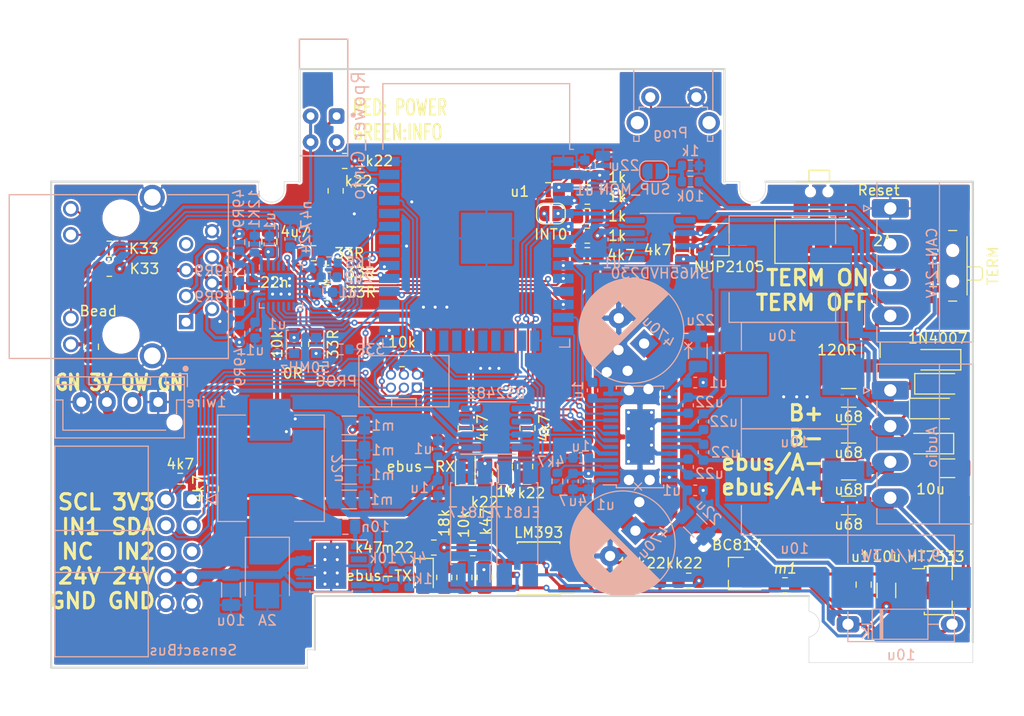
<source format=kicad_pcb>
(kicad_pcb (version 20171130) (host pcbnew "(5.1.8)-1")
  (layers (0 F.Cu signal) (31 B.Cu signal) (34 B.Paste user hide) (35 F.Paste user hide) (36 B.SilkS user hide) (37 F.SilkS user) (38 B.Mask user hide) (39 F.Mask user hide) (44 Edge.Cuts user))
  (net 0 "")
  (net 1 GND)
  (net 2 +24V)
  (net 3 +3V3)
  (net 4 "Net-(R14-Pad1)")
  (net 5 CANH)
  (net 6 CANL)
  (net 7 OneWire)
  (net 8 "Net-(C11-Pad1)")
  (net 9 "Net-(C12-Pad1)")
  (net 10 "Net-(C13-Pad1)")
  (net 11 "Net-(C14-Pad1)")
  (net 12 "Net-(R7-Pad1)")
  (net 13 "Net-(C11-Pad2)")
  (net 14 "Net-(C12-Pad2)")
  (net 15 "Net-(C14-Pad2)")
  (net 16 "Net-(C13-Pad2)")
  (net 17 /audioamplifier/AVDD)
  (net 18 SCL1)
  (net 19 SDA1)
  (net 20 "Net-(U1-Pad9)")
  (net 21 SCLK)
  (net 22 /audioamplifier/VR_DIG)
  (net 23 /audioamplifier/ADR)
  (net 24 "Net-(R16-Pad2)")
  (net 25 ETH_TX1)
  (net 26 ETH_TX0)
  (net 27 ETH_TXEN)
  (net 28 ETH_MDC)
  (net 29 ETH_MDIO)
  (net 30 "Net-(C23-Pad1)")
  (net 31 "Net-(R14-Pad2)")
  (net 32 "Net-(U2-Pad4)")
  (net 33 "Net-(U3-Pad32)")
  (net 34 ETH_POWER)
  (net 35 "Net-(U3-Pad22)")
  (net 36 "Net-(U3-Pad21)")
  (net 37 "Net-(U3-Pad20)")
  (net 38 "Net-(U3-Pad19)")
  (net 39 "Net-(U3-Pad18)")
  (net 40 "Net-(U3-Pad17)")
  (net 41 CAN_TX)
  (net 42 CAN_RX)
  (net 43 "Net-(U4-Pad6)")
  (net 44 "Net-(R3-Pad1)")
  (net 45 "Net-(U5-Pad5)")
  (net 46 "Net-(U7-Pad3)")
  (net 47 "Net-(U7-Pad2)")
  (net 48 ETH_RX0)
  (net 49 ETH_RX1)
  (net 50 ETH_CRS)
  (net 51 ETH_CLK)
  (net 52 "Net-(C35-Pad2)")
  (net 53 "Net-(R23-Pad2)")
  (net 54 "Net-(U2-Pad10)")
  (net 55 EN)
  (net 56 /psu/SW)
  (net 57 /psu/VSENSE)
  (net 58 AMP_PDN)
  (net 59 /eth/VDD2A)
  (net 60 "Net-(D1-Pad3)")
  (net 61 "Net-(D1-Pad1)")
  (net 62 PROG_RX)
  (net 63 PROG_TX)
  (net 64 /eth/RX_N)
  (net 65 /eth/RX_P)
  (net 66 /eth/TX_N)
  (net 67 /eth/TX_P)
  (net 68 /eth/RX0)
  (net 69 /eth/RX1)
  (net 70 "Net-(R13-Pad2)")
  (net 71 /eth/LED1)
  (net 72 /eth/LED2)
  (net 73 "Net-(R26-Pad2)")
  (net 74 SCL2)
  (net 75 SDA2)
  (net 76 "Net-(SW1-Pad1)")
  (net 77 /eth/CRS)
  (net 78 "Net-(U2-Pad14)")
  (net 79 INT1)
  (net 80 "Net-(J2-Pad6)")
  (net 81 INT0)
  (net 82 "Net-(D4-Pad2)")
  (net 83 GND1)
  (net 84 "Net-(C41-Pad1)")
  (net 85 +5VA)
  (net 86 "Net-(D5-Pad1)")
  (net 87 "Net-(D6-Pad1)")
  (net 88 "Net-(D7-Pad2)")
  (net 89 "Net-(Q1-Pad1)")
  (net 90 EB_RX)
  (net 91 "Net-(R31-Pad1)")
  (net 92 "Net-(R33-Pad2)")
  (net 93 "Net-(R34-Pad2)")
  (net 94 "Net-(R35-Pad2)")
  (net 95 "Net-(R36-Pad1)")
  (net 96 "Net-(R39-Pad2)")
  (net 97 "Net-(U6-Pad2)")
  (net 98 EB_TX)
  (net 99 OUT_A-)
  (net 100 OUT_B-)
  (net 101 OUT_A+)
  (net 102 OUT_B+)
  (net 103 SENSOR_VN)
  (net 104 SUPPLY_MONITOR)
  (net 105 GNDA)
  (net 106 "Net-(R47-Pad2)")
  (net 107 "Net-(J4-Pad10)")
  (net 108 "Net-(J4-Pad11)")
  (module Capacitor_SMD:C_0603_1608Metric (layer B.Cu) (at 128.3335 113.3475 90)
    (fp_text reference C24 (at 0 1.43 90) (layer B.SilkS) (effects (justify mirror)))
    (fp_text value 1u)
    (pad 2 smd roundrect (at 0.775 0 90) (size 0.9 0.95) (layers B.Cu B.Paste B.Mask) (net 1 GND))
    (pad 1 smd roundrect (at -0.775 0 90) (size 0.9 0.95) (layers B.Cu B.Paste B.Mask) (net 30 "Net-(C23-Pad1)"))
  )
  (module Diode_SMD:D_SMB_Handsoldering (layer F.Cu) (at 180.2765 113.5888)
    (fp_text reference D4 hide)
    (fp_text value 2A (at 5.9055 -0.0508) (layer F.SilkS))
    (pad 2 smd rect (at 2.7 0) (size 3.5 2.3) (layers F.Cu F.Paste F.Mask) (net 82 "Net-(D4-Pad2)"))
    (pad 1 smd rect (at -2.7 0) (size 3.5 2.3) (layers F.Cu F.Paste F.Mask) (net 2 +24V))
  )
  (module Resistor_SMD:R_0805_2012Metric_Pad1.20x1.40mm_HandSolder (layer F.Cu) (at 166.624 114.427 90)
    (fp_text reference R3 hide)
    (fp_text value 4k7 (at 0 -2.413 180) (layer F.SilkS))
    (pad 2 smd roundrect (at 1 0 90) (size 1.2 1.4) (layers F.Cu F.Paste F.Mask) (roundrect_rratio 0.2083325) (net 1 GND))
    (pad 1 smd roundrect (at -1 0 90) (size 1.2 1.4) (layers F.Cu F.Paste F.Mask) (roundrect_rratio 0.2083325) (net 44 "Net-(R3-Pad1)"))
  )
  (module Resistor_SMD:R_0805_2012Metric_Pad1.20x1.40mm_HandSolder (layer F.Cu) (at 131.8895 116.6495)
    (fp_text reference R9 hide)
    (fp_text value 33R (at 3.302 0) (layer F.SilkS))
    (pad 2 smd roundrect (at 1 0) (size 1.2 1.4) (layers F.Cu F.Paste F.Mask) (roundrect_rratio 0.2083325) (net 48 ETH_RX0))
    (pad 1 smd roundrect (at -1 0) (size 1.2 1.4) (layers F.Cu F.Paste F.Mask) (roundrect_rratio 0.2083325) (net 68 /eth/RX0))
  )
  (module Resistor_SMD:R_0805_2012Metric_Pad1.20x1.40mm_HandSolder (layer F.Cu) (at 131.8895 118.5545 180)
    (fp_text reference R12 hide)
    (fp_text value 33R (at -3.3655 0) (layer F.SilkS))
    (pad 2 smd roundrect (at 1 0 180) (size 1.2 1.4) (layers F.Cu F.Paste F.Mask) (roundrect_rratio 0.2083325) (net 77 /eth/CRS))
    (pad 1 smd roundrect (at -1 0 180) (size 1.2 1.4) (layers F.Cu F.Paste F.Mask) (roundrect_rratio 0.2083325) (net 50 ETH_CRS))
  )
  (module Resistor_SMD:R_0805_2012Metric_Pad1.20x1.40mm_HandSolder (layer F.Cu) (at 130.6195 114.7445 180)
    (fp_text reference R10 hide)
    (fp_text value 33R (at -3.4925 0) (layer F.SilkS))
    (pad 2 smd roundrect (at 1 0 180) (size 1.2 1.4) (layers F.Cu F.Paste F.Mask) (roundrect_rratio 0.2083325) (net 69 /eth/RX1))
    (pad 1 smd roundrect (at -1 0 180) (size 1.2 1.4) (layers F.Cu F.Paste F.Mask) (roundrect_rratio 0.2083325) (net 49 ETH_RX1))
  )
  (module Resistor_SMD:R_0805_2012Metric_Pad1.20x1.40mm_HandSolder (layer F.Cu) (at 128.7145 123.6345 270)
    (fp_text reference R42 hide)
    (fp_text value 10k (at 0 1.65 90) (layer F.SilkS))
    (pad 2 smd roundrect (at 1 0 270) (size 1.2 1.4) (layers F.Cu F.Paste F.Mask) (roundrect_rratio 0.2083325) (net 1 GND))
    (pad 1 smd roundrect (at -1 0 270) (size 1.2 1.4) (layers F.Cu F.Paste F.Mask) (roundrect_rratio 0.2083325) (net 34 ETH_POWER))
  )
  (module Resistor_SMD:R_0805_2012Metric_Pad1.20x1.40mm_HandSolder (layer F.Cu) (at 130.8735 123.6345 90)
    (fp_text reference R14 hide)
    (fp_text value 33R (at 0 1.65 90) (layer F.SilkS))
    (pad 2 smd roundrect (at 1 0 90) (size 1.2 1.4) (layers F.Cu F.Paste F.Mask) (roundrect_rratio 0.2083325) (net 31 "Net-(R14-Pad2)"))
    (pad 1 smd roundrect (at -1 0 90) (size 1.2 1.4) (layers F.Cu F.Paste F.Mask) (roundrect_rratio 0.2083325) (net 4 "Net-(R14-Pad1)"))
  )
  (module Resistor_SMD:R_0805_2012Metric_Pad1.20x1.40mm_HandSolder (layer F.Cu) (at 139.2555 125.095 180)
    (fp_text reference R25 hide)
    (fp_text value 10k (at 0 1.65) (layer F.SilkS))
    (pad 2 smd roundrect (at 1 0 180) (size 1.2 1.4) (layers F.Cu F.Paste F.Mask) (roundrect_rratio 0.2083325) (net 51 ETH_CLK))
    (pad 1 smd roundrect (at -1 0 180) (size 1.2 1.4) (layers F.Cu F.Paste F.Mask) (roundrect_rratio 0.2083325) (net 3 +3V3))
  )
  (module Capacitor_SMD:C_0805_2012Metric_Pad1.18x1.45mm_HandSolder (layer F.Cu) (at 153.543 108.585 180)
    (fp_text reference C40 hide)
    (fp_text value u1 (at 2.794 -0.127) (layer F.SilkS))
    (pad 2 smd roundrect (at 1.0375 0 180) (size 1.175 1.45) (layers F.Cu F.Paste F.Mask) (roundrect_rratio 0.2127659574468085) (net 1 GND))
    (pad 1 smd roundrect (at -1.0375 0 180) (size 1.175 1.45) (layers F.Cu F.Paste F.Mask) (roundrect_rratio 0.2127659574468085) (net 55 EN))
  )
  (module Resistor_SMD:R_0805_2012Metric_Pad1.20x1.40mm_HandSolder (layer F.Cu) (at 157.353 111.125 180)
    (fp_text reference R46 hide)
    (fp_text value 1k (at -2.921 0) (layer F.SilkS))
    (pad 2 smd roundrect (at 1 0 180) (size 1.2 1.4) (layers F.Cu F.Paste F.Mask) (roundrect_rratio 0.2083325) (net 103 SENSOR_VN))
    (pad 1 smd roundrect (at -1 0 180) (size 1.2 1.4) (layers F.Cu F.Paste F.Mask) (roundrect_rratio 0.2083325) (net 3 +3V3))
  )
  (module Resistor_SMD:R_0805_2012Metric_Pad1.20x1.40mm_HandSolder (layer F.Cu) (at 157.353 109.22 180)
    (fp_text reference R13 hide)
    (fp_text value 1k (at -2.921 0) (layer F.SilkS))
    (pad 2 smd roundrect (at 1 0 180) (size 1.2 1.4) (layers F.Cu F.Paste F.Mask) (roundrect_rratio 0.2083325) (net 70 "Net-(R13-Pad2)"))
    (pad 1 smd roundrect (at -1 0 180) (size 1.2 1.4) (layers F.Cu F.Paste F.Mask) (roundrect_rratio 0.2083325) (net 3 +3V3))
  )
  (module Resistor_SMD:R_0805_2012Metric_Pad1.20x1.40mm_HandSolder (layer F.Cu) (at 157.353 107.315 180)
    (fp_text reference R11 hide)
    (fp_text value 1k (at -2.921 0) (layer F.SilkS))
    (pad 2 smd roundrect (at 1 0 180) (size 1.2 1.4) (layers F.Cu F.Paste F.Mask) (roundrect_rratio 0.2083325) (net 55 EN))
    (pad 1 smd roundrect (at -1 0 180) (size 1.2 1.4) (layers F.Cu F.Paste F.Mask) (roundrect_rratio 0.2083325) (net 3 +3V3))
  )
  (module Resistor_SMD:R_0805_2012Metric_Pad1.20x1.40mm_HandSolder (layer F.Cu) (at 157.353 113.03 180)
    (fp_text reference R43 hide)
    (fp_text value 1k (at -2.921 0) (layer F.SilkS))
    (pad 2 smd roundrect (at 1 0 180) (size 1.2 1.4) (layers F.Cu F.Paste F.Mask) (roundrect_rratio 0.2083325) (net 79 INT1))
    (pad 1 smd roundrect (at -1 0 180) (size 1.2 1.4) (layers F.Cu F.Paste F.Mask) (roundrect_rratio 0.2083325) (net 3 +3V3))
  )
  (module Resistor_SMD:R_0805_2012Metric_Pad1.20x1.40mm_HandSolder (layer F.Cu) (at 157.353 114.935 180)
    (fp_text reference R2 hide)
    (fp_text value 4k7 (at -3.302 0) (layer F.SilkS))
    (pad 2 smd roundrect (at 1 0 180) (size 1.2 1.4) (layers F.Cu F.Paste F.Mask) (roundrect_rratio 0.2083325) (net 58 AMP_PDN))
    (pad 1 smd roundrect (at -1 0 180) (size 1.2 1.4) (layers F.Cu F.Paste F.Mask) (roundrect_rratio 0.2083325) (net 3 +3V3))
  )
  (module Resistor_SMD:R_0805_2012Metric_Pad1.20x1.40mm_HandSolder (layer F.Cu) (at 145.4785 131.826 90)
    (fp_text reference R29 hide)
    (fp_text value 4k7 (at 0 1.65 90) (layer F.SilkS))
    (pad 2 smd roundrect (at 1 0 90) (size 1.2 1.4) (layers F.Cu F.Paste F.Mask) (roundrect_rratio 0.2083325) (net 74 SCL2))
    (pad 1 smd roundrect (at -1 0 90) (size 1.2 1.4) (layers F.Cu F.Paste F.Mask) (roundrect_rratio 0.2083325) (net 3 +3V3))
  )
  (module Resistor_SMD:R_0805_2012Metric_Pad1.20x1.40mm_HandSolder (layer F.Cu) (at 151.511 131.826 90)
    (fp_text reference R28 hide)
    (fp_text value 4k7 (at 0 1.65 90) (layer F.SilkS))
    (pad 2 smd roundrect (at 1 0 90) (size 1.2 1.4) (layers F.Cu F.Paste F.Mask) (roundrect_rratio 0.2083325) (net 75 SDA2))
    (pad 1 smd roundrect (at -1 0 90) (size 1.2 1.4) (layers F.Cu F.Paste F.Mask) (roundrect_rratio 0.2083325) (net 3 +3V3))
  )
  (module Package_SO:TI_SO-PowerPAD-8_ThermalVias (layer B.Cu) (at 132.334 145.288 180)
    (fp_text reference U7 hide)
    (fp_text value TPS5430DDA hide)
    (pad 9 thru_hole circle (at 0.6 -1.8 180) (size 0.6 0.6) (drill 0.3) (layers *.Cu) (net 1 GND))
    (pad 9 thru_hole circle (at 0.6 -0.7 180) (size 0.6 0.6) (drill 0.3) (layers *.Cu) (net 1 GND))
    (pad 9 thru_hole circle (at -0.6 -0.7 180) (size 0.6 0.6) (drill 0.3) (layers *.Cu) (net 1 GND))
    (pad 9 thru_hole circle (at -0.6 -1.8 180) (size 0.6 0.6) (drill 0.3) (layers *.Cu) (net 1 GND))
    (pad 9 thru_hole circle (at 0.6 1.8 180) (size 0.6 0.6) (drill 0.3) (layers *.Cu) (net 1 GND))
    (pad 9 thru_hole circle (at 0.6 0.6 180) (size 0.6 0.6) (drill 0.3) (layers *.Cu) (net 1 GND))
    (pad 9 thru_hole circle (at -0.6 0.6 180) (size 0.6 0.6) (drill 0.3) (layers *.Cu) (net 1 GND))
    (pad 9 thru_hole circle (at -0.6 1.8 180) (size 0.6 0.6) (drill 0.3) (layers *.Cu) (net 1 GND))
    (pad 9 smd rect (at 0 0 180) (size 2.95 4.5) (layers F.Cu) (net 1 GND))
    (pad 8 smd rect (at 2.7 1.905 180) (size 1.55 0.6) (layers B.Cu B.Paste B.Mask) (net 56 /psu/SW))
    (pad 7 smd rect (at 2.7 0.635 180) (size 1.55 0.6) (layers B.Cu B.Paste B.Mask) (net 2 +24V))
    (pad 6 smd rect (at 2.7 -0.635 180) (size 1.55 0.6) (layers B.Cu B.Paste B.Mask) (net 1 GND))
    (pad 5 smd rect (at 2.7 -1.905 180) (size 1.55 0.6) (layers B.Cu B.Paste B.Mask) (net 2 +24V))
    (pad 4 smd rect (at -2.7 -1.905 180) (size 1.55 0.6) (layers B.Cu B.Paste B.Mask) (net 57 /psu/VSENSE))
    (pad 3 smd rect (at -2.7 -0.635 180) (size 1.55 0.6) (layers B.Cu B.Paste B.Mask) (net 46 "Net-(U7-Pad3)"))
    (pad 2 smd rect (at -2.7 0.635 180) (size 1.55 0.6) (layers B.Cu B.Paste B.Mask) (net 47 "Net-(U7-Pad2)"))
    (pad 1 smd rect (at -2.7 1.905 180) (size 1.55 0.6) (layers B.Cu B.Paste B.Mask) (net 52 "Net-(C35-Pad2)"))
    (pad 9 smd rect (at 0 0 180) (size 2.95 4.5) (layers B.Cu) (net 1 GND))
    (pad 9 smd rect (at 0 0 180) (size 2.6 3.1) (layers B.Cu B.Paste B.Mask) (net 1 GND))
  )
  (module Package_SO:SOIC-8_3.9x4.9mm_P1.27mm (layer B.Cu) (at 164.465 113.411)
    (fp_text reference U5 hide)
    (fp_text value SN65HVD230 (at 0 3.302) (layer B.SilkS) (effects (justify mirror)))
    (pad 8 smd roundrect (at 2.475 1.905) (size 1.95 0.6) (layers B.Cu B.Paste B.Mask) (net 44 "Net-(R3-Pad1)"))
    (pad 7 smd roundrect (at 2.475 0.635) (size 1.95 0.6) (layers B.Cu B.Paste B.Mask) (net 5 CANH))
    (pad 6 smd roundrect (at 2.475 -0.635) (size 1.95 0.6) (layers B.Cu B.Paste B.Mask) (net 6 CANL))
    (pad 5 smd roundrect (at 2.475 -1.905) (size 1.95 0.6) (layers B.Cu B.Paste B.Mask) (net 45 "Net-(U5-Pad5)"))
    (pad 4 smd roundrect (at -2.475 -1.905) (size 1.95 0.6) (layers B.Cu B.Paste B.Mask) (net 42 CAN_RX))
    (pad 3 smd roundrect (at -2.475 -0.635) (size 1.95 0.6) (layers B.Cu B.Paste B.Mask) (net 3 +3V3))
    (pad 2 smd roundrect (at -2.475 0.635) (size 1.95 0.6) (layers B.Cu B.Paste B.Mask) (net 1 GND))
    (pad 1 smd roundrect (at -2.475 1.905) (size 1.95 0.6) (layers B.Cu B.Paste B.Mask) (net 41 CAN_TX))
  )
  (module Package_SO:SOIC-8_3.9x4.9mm_P1.27mm (layer B.Cu) (at 148.4475 131.826)
    (fp_text reference U4 hide)
    (fp_text value DS2482 (at 0 -3.4) (layer B.SilkS) (effects (justify mirror)))
    (pad 8 smd roundrect (at 2.475 1.905) (size 1.95 0.6) (layers B.Cu B.Paste B.Mask) (net 1 GND))
    (pad 7 smd roundrect (at 2.475 0.635) (size 1.95 0.6) (layers B.Cu B.Paste B.Mask) (net 1 GND))
    (pad 6 smd roundrect (at 2.475 -0.635) (size 1.95 0.6) (layers B.Cu B.Paste B.Mask) (net 43 "Net-(U4-Pad6)"))
    (pad 5 smd roundrect (at 2.475 -1.905) (size 1.95 0.6) (layers B.Cu B.Paste B.Mask) (net 75 SDA2))
    (pad 4 smd roundrect (at -2.475 -1.905) (size 1.95 0.6) (layers B.Cu B.Paste B.Mask) (net 74 SCL2))
    (pad 3 smd roundrect (at -2.475 -0.635) (size 1.95 0.6) (layers B.Cu B.Paste B.Mask) (net 1 GND))
    (pad 2 smd roundrect (at -2.475 0.635) (size 1.95 0.6) (layers B.Cu B.Paste B.Mask) (net 7 OneWire))
    (pad 1 smd roundrect (at -2.475 1.905) (size 1.95 0.6) (layers B.Cu B.Paste B.Mask) (net 3 +3V3))
  )
  (module Resistor_SMD:R_0603_1608Metric (layer B.Cu) (at 167.426 106.172)
    (fp_text reference R45 hide)
    (fp_text value 1k (at 0 -1.43) (layer B.SilkS) (effects (justify mirror)))
    (pad 2 smd roundrect (at 0.825 0) (size 0.8 0.95) (layers B.Cu B.Paste B.Mask) (net 1 GND))
    (pad 1 smd roundrect (at -0.825 0) (size 0.8 0.95) (layers B.Cu B.Paste B.Mask) (net 104 SUPPLY_MONITOR))
  )
  (module Resistor_SMD:R_0603_1608Metric (layer B.Cu) (at 167.426 107.749 180)
    (fp_text reference R44 hide)
    (fp_text value 10k (at 0 -1.43) (layer B.SilkS) (effects (justify mirror)))
    (pad 2 smd roundrect (at 0.825 0 180) (size 0.8 0.95) (layers B.Cu B.Paste B.Mask) (net 104 SUPPLY_MONITOR))
    (pad 1 smd roundrect (at -0.825 0 180) (size 0.8 0.95) (layers B.Cu B.Paste B.Mask) (net 82 "Net-(D4-Pad2)"))
  )
  (module Resistor_SMD:R_0603_1608Metric (layer B.Cu) (at 139.954 146.558 270)
    (fp_text reference R24 hide)
    (fp_text value 1k (at 0 -1.43 180) (layer B.SilkS) (effects (justify mirror)))
    (pad 2 smd roundrect (at 0.825 0 270) (size 0.8 0.95) (layers B.Cu B.Paste B.Mask) (net 1 GND))
    (pad 1 smd roundrect (at -0.825 0 270) (size 0.8 0.95) (layers B.Cu B.Paste B.Mask) (net 53 "Net-(R23-Pad2)"))
  )
  (module Resistor_SMD:R_0603_1608Metric (layer B.Cu) (at 138.43 146.558 90)
    (fp_text reference R23 hide)
    (fp_text value 4k7 (at 2.032 1.905 180) (layer B.SilkS) (effects (justify mirror)))
    (pad 2 smd roundrect (at 0.825 0 90) (size 0.8 0.95) (layers B.Cu B.Paste B.Mask) (net 53 "Net-(R23-Pad2)"))
    (pad 1 smd roundrect (at -0.825 0 90) (size 0.8 0.95) (layers B.Cu B.Paste B.Mask) (net 57 /psu/VSENSE))
  )
  (module Resistor_SMD:R_0603_1608Metric (layer B.Cu) (at 136.906 146.558 270)
    (fp_text reference R22 hide)
    (fp_text value 10k (at -2.032 -0.508 180) (layer B.SilkS) (effects (justify mirror)))
    (pad 2 smd roundrect (at 0.825 0 270) (size 0.8 0.95) (layers B.Cu B.Paste B.Mask) (net 57 /psu/VSENSE))
    (pad 1 smd roundrect (at -0.825 0 270) (size 0.8 0.95) (layers B.Cu B.Paste B.Mask) (net 3 +3V3))
  )
  (module Resistor_SMD:R_0603_1608Metric (layer F.Cu) (at 117.602 136.779 180)
    (fp_text reference R6 hide)
    (fp_text value 4k7 (at 0 1.43) (layer F.SilkS))
    (pad 2 smd roundrect (at 0.825 0 180) (size 0.8 0.95) (layers F.Cu F.Paste F.Mask) (net 18 SCL1))
    (pad 1 smd roundrect (at -0.825 0 180) (size 0.8 0.95) (layers F.Cu F.Paste F.Mask) (net 3 +3V3))
  )
  (module Resistor_SMD:R_0603_1608Metric (layer F.Cu) (at 120.8024 137.7696 270)
    (fp_text reference R1 hide)
    (fp_text value 4k7 (at 0 1.43 90) (layer F.SilkS))
    (pad 2 smd roundrect (at 0.825 0 270) (size 0.8 0.95) (layers F.Cu F.Paste F.Mask) (net 19 SDA1))
    (pad 1 smd roundrect (at -0.825 0 270) (size 0.8 0.95) (layers F.Cu F.Paste F.Mask) (net 3 +3V3))
  )
  (module liebler_PASSIVES:L_1040 (layer B.Cu) (at 126.365 135.763 270)
    (fp_text reference L5 hide)
    (fp_text value 22u (at 0 -6.6 90) (layer B.SilkS) (effects (justify mirror)))
    (pad 2 smd rect (at 4.75 0 270) (size 4.1 4) (layers B.Cu B.Paste B.Mask) (net 56 /psu/SW))
    (pad 1 smd rect (at -4.75 0 270) (size 4.1 4) (layers B.Cu B.Paste B.Mask) (net 3 +3V3))
  )
  (module Diode_SMD:D_SMB (layer B.Cu) (at 126.111 146.05 270)
    (fp_text reference D2 hide)
    (fp_text value 2A (at 4.572 0 180) (layer B.SilkS) (effects (justify mirror)))
    (pad 2 smd rect (at 2.15 0 270) (size 2.5 2.3) (layers B.Cu B.Paste B.Mask) (net 1 GND))
    (pad 1 smd rect (at -2.15 0 270) (size 2.5 2.3) (layers B.Cu B.Paste B.Mask) (net 56 /psu/SW))
  )
  (module Capacitor_SMD:C_1206_3216Metric (layer B.Cu) (at 134.112 133.985)
    (fp_text reference C39 hide)
    (fp_text value m1 (at 3.302 0) (layer B.SilkS) (effects (justify mirror)))
    (pad 2 smd roundrect (at 1.475 0) (size 1.15 1.8) (layers B.Cu B.Paste B.Mask) (roundrect_rratio 0.2173904347826087) (net 1 GND))
    (pad 1 smd roundrect (at -1.475 0) (size 1.15 1.8) (layers B.Cu B.Paste B.Mask) (roundrect_rratio 0.2173904347826087) (net 3 +3V3))
  )
  (module Capacitor_SMD:C_1206_3216Metric (layer B.Cu) (at 134.112 136.398)
    (fp_text reference C38 hide)
    (fp_text value m1 (at 3.302 0) (layer B.SilkS) (effects (justify mirror)))
    (pad 2 smd roundrect (at 1.475 0) (size 1.15 1.8) (layers B.Cu B.Paste B.Mask) (roundrect_rratio 0.2173904347826087) (net 1 GND))
    (pad 1 smd roundrect (at -1.475 0) (size 1.15 1.8) (layers B.Cu B.Paste B.Mask) (roundrect_rratio 0.2173904347826087) (net 3 +3V3))
  )
  (module Capacitor_SMD:C_1206_3216Metric (layer B.Cu) (at 134.112 138.811)
    (fp_text reference C37 hide)
    (fp_text value m1 (at 3.175 0) (layer B.SilkS) (effects (justify mirror)))
    (pad 2 smd roundrect (at 1.475 0) (size 1.15 1.8) (layers B.Cu B.Paste B.Mask) (roundrect_rratio 0.2173904347826087) (net 1 GND))
    (pad 1 smd roundrect (at -1.475 0) (size 1.15 1.8) (layers B.Cu B.Paste B.Mask) (roundrect_rratio 0.2173904347826087) (net 3 +3V3))
  )
  (module Capacitor_SMD:C_1206_3216Metric (layer B.Cu) (at 134.112 131.572)
    (fp_text reference C36 hide)
    (fp_text value m1 (at 3.302 0) (layer B.SilkS) (effects (justify mirror)))
    (pad 2 smd roundrect (at 1.475 0) (size 1.15 1.8) (layers B.Cu B.Paste B.Mask) (roundrect_rratio 0.2173904347826087) (net 1 GND))
    (pad 1 smd roundrect (at -1.475 0) (size 1.15 1.8) (layers B.Cu B.Paste B.Mask) (roundrect_rratio 0.2173904347826087) (net 3 +3V3))
  )
  (module Capacitor_SMD:C_0805_2012Metric (layer B.Cu) (at 133.731 141.478)
    (fp_text reference C35 hide)
    (fp_text value 10n (at 2.921 0) (layer B.SilkS) (effects (justify mirror)))
    (pad 2 smd roundrect (at 0.95 0) (size 1 1.45) (layers B.Cu B.Paste B.Mask) (net 52 "Net-(C35-Pad2)"))
    (pad 1 smd roundrect (at -0.95 0) (size 1 1.45) (layers B.Cu B.Paste B.Mask) (net 56 /psu/SW))
  )
  (module Capacitor_SMD:C_1206_3216Metric (layer B.Cu) (at 122.555 147.652 270)
    (fp_text reference C34 hide)
    (fp_text value 10u (at 2.97 0 180) (layer B.SilkS) (effects (justify mirror)))
    (pad 2 smd roundrect (at 1.475 0 270) (size 1.15 1.8) (layers B.Cu B.Paste B.Mask) (roundrect_rratio 0.2173904347826087) (net 1 GND))
    (pad 1 smd roundrect (at -1.475 0 270) (size 1.15 1.8) (layers B.Cu B.Paste B.Mask) (roundrect_rratio 0.2173904347826087) (net 2 +24V))
  )
  (module Capacitor_SMD:C_0805_2012Metric (layer B.Cu) (at 158.877 106.172 90)
    (fp_text reference C33 hide)
    (fp_text value 22u (at 0 2.159 180) (layer B.SilkS) (effects (justify mirror)))
    (pad 2 smd roundrect (at 0.95 0 90) (size 1 1.45) (layers B.Cu B.Paste B.Mask) (net 1 GND))
    (pad 1 smd roundrect (at -0.95 0 90) (size 1 1.45) (layers B.Cu B.Paste B.Mask) (net 3 +3V3))
  )
  (module Capacitor_SMD:C_0603_1608Metric (layer B.Cu) (at 157.099 106.426 90)
    (fp_text reference C32 hide)
    (fp_text value u1 (at -2.159 0 180) (layer B.SilkS) (effects (justify mirror)))
    (pad 2 smd roundrect (at 0.775 0 90) (size 0.9 0.95) (layers B.Cu B.Paste B.Mask) (net 1 GND))
    (pad 1 smd roundrect (at -0.775 0 90) (size 0.9 0.95) (layers B.Cu B.Paste B.Mask) (net 3 +3V3))
  )
  (module Capacitor_SMD:C_0603_1608Metric (layer B.Cu) (at 159.893 113.411 270)
    (fp_text reference C22 hide)
    (fp_text value u1 (at 2.286 0.127 180) (layer B.SilkS) (effects (justify mirror)))
    (pad 2 smd roundrect (at 0.775 0 270) (size 0.9 0.95) (layers B.Cu B.Paste B.Mask) (net 1 GND))
    (pad 1 smd roundrect (at -0.775 0 270) (size 0.9 0.95) (layers B.Cu B.Paste B.Mask) (net 3 +3V3))
  )
  (module Capacitor_SMD:C_0603_1608Metric (layer B.Cu) (at 142.748 133.858 90)
    (fp_text reference C20 hide)
    (fp_text value u1 (at 0 -1.43 180) (layer B.SilkS) (effects (justify mirror)))
    (pad 2 smd roundrect (at 0.775 0 90) (size 0.9 0.95) (layers B.Cu B.Paste B.Mask) (net 1 GND))
    (pad 1 smd roundrect (at -0.775 0 90) (size 0.9 0.95) (layers B.Cu B.Paste B.Mask) (net 3 +3V3))
  )
  (module Capacitor_SMD:C_0603_1608Metric (layer B.Cu) (at 142.748 137.668 270)
    (fp_text reference C19 hide)
    (fp_text value 1u (at 0 1.778 180) (layer B.SilkS) (effects (justify mirror)))
    (pad 2 smd roundrect (at 0.775 0 270) (size 0.9 0.95) (layers B.Cu B.Paste B.Mask) (net 1 GND))
    (pad 1 smd roundrect (at -0.775 0 270) (size 0.9 0.95) (layers B.Cu B.Paste B.Mask) (net 3 +3V3))
  )
  (module Resistor_SMD:R_0805_2012Metric_Pad1.20x1.40mm_HandSolder (layer F.Cu) (at 146.177 143.5735)
    (fp_text reference R36 hide)
    (fp_text value m22 (at -7.366 -0.0635) (layer F.SilkS))
    (pad 1 smd roundrect (at -1 0) (size 1.2 1.4) (layers F.Cu F.Paste F.Mask) (roundrect_rratio 0.2083325) (net 95 "Net-(R36-Pad1)"))
    (pad 2 smd roundrect (at 1 0) (size 1.2 1.4) (layers F.Cu F.Paste F.Mask) (roundrect_rratio 0.2083325) (net 94 "Net-(R35-Pad2)"))
  )
  (module Capacitor_SMD:C_0603_1608Metric (layer B.Cu) (at 167.2 135.636 90)
    (fp_text reference C11 hide)
    (fp_text value u22 (at -0.635 2.091 180) (layer B.SilkS) (effects (justify mirror)))
    (pad 2 smd roundrect (at 0.775 0 90) (size 0.9 0.95) (layers B.Cu B.Paste B.Mask) (net 13 "Net-(C11-Pad2)"))
    (pad 1 smd roundrect (at -0.775 0 90) (size 0.9 0.95) (layers B.Cu B.Paste B.Mask) (net 8 "Net-(C11-Pad1)"))
  )
  (module Capacitor_SMD:C_0603_1608Metric (layer B.Cu) (at 156.718 134.747 180)
    (fp_text reference C7 hide)
    (fp_text value 1u (at 0 1.143) (layer B.SilkS) (effects (justify mirror)))
    (pad 2 smd roundrect (at 0.775 0 180) (size 0.9 0.95) (layers B.Cu B.Paste B.Mask) (net 1 GND))
    (pad 1 smd roundrect (at -0.775 0 180) (size 0.9 0.95) (layers B.Cu B.Paste B.Mask) (net 22 /audioamplifier/VR_DIG))
  )
  (module Resistor_SMD:R_0603_1608Metric (layer B.Cu) (at 154.432 137.033 90)
    (fp_text reference R4 hide)
    (fp_text value 4k7 (at 1.905 -0.635 180) (layer B.SilkS) (effects (justify mirror)))
    (pad 2 smd roundrect (at 0.825 0 90) (size 0.8 0.95) (layers B.Cu B.Paste B.Mask) (net 23 /audioamplifier/ADR))
    (pad 1 smd roundrect (at -0.825 0 90) (size 0.8 0.95) (layers B.Cu B.Paste B.Mask) (net 3 +3V3))
  )
  (module Capacitor_SMD:C_0603_1608Metric (layer B.Cu) (at 167.894 127.381)
    (fp_text reference C10 hide)
    (fp_text value u1 (at 2.286 0) (layer B.SilkS) (effects (justify mirror)))
    (pad 2 smd roundrect (at 0.775 0) (size 0.9 0.95) (layers B.Cu B.Paste B.Mask) (net 105 GNDA))
    (pad 1 smd roundrect (at -0.775 0) (size 0.9 0.95) (layers B.Cu B.Paste B.Mask) (net 2 +24V))
  )
  (module Capacitor_SMD:C_0603_1608Metric (layer B.Cu) (at 157.861 128.143 90)
    (fp_text reference C6 hide)
    (fp_text value 1u (at 0 -1.43 90) (layer B.SilkS) (effects (justify mirror)))
    (pad 2 smd roundrect (at 0.775 0 90) (size 0.9 0.95) (layers B.Cu B.Paste B.Mask) (net 1 GND))
    (pad 1 smd roundrect (at -0.775 0 90) (size 0.9 0.95) (layers B.Cu B.Paste B.Mask) (net 17 /audioamplifier/AVDD))
  )
  (module Capacitor_SMD:C_0603_1608Metric (layer B.Cu) (at 167.894 137.922)
    (fp_text reference C5 hide)
    (fp_text value u1 (at -2.286 0) (layer B.SilkS) (effects (justify mirror)))
    (pad 2 smd roundrect (at 0.775 0) (size 0.9 0.95) (layers B.Cu B.Paste B.Mask) (net 105 GNDA))
    (pad 1 smd roundrect (at -0.775 0) (size 0.9 0.95) (layers B.Cu B.Paste B.Mask) (net 2 +24V))
  )
  (module Capacitor_SMD:C_0603_1608Metric (layer B.Cu) (at 157.48 137.033 270)
    (fp_text reference C4 hide)
    (fp_text value u1 (at 2.286 -1.651 180) (layer B.SilkS) (effects (justify mirror)))
    (pad 2 smd roundrect (at 0.775 0 270) (size 0.9 0.95) (layers B.Cu B.Paste B.Mask) (net 1 GND))
    (pad 1 smd roundrect (at -0.775 0 270) (size 0.9 0.95) (layers B.Cu B.Paste B.Mask) (net 3 +3V3))
  )
  (module Capacitor_SMD:C_0603_1608Metric (layer B.Cu) (at 155.956 137.033 270)
    (fp_text reference C2 hide)
    (fp_text value 4u7 (at 1.905 0) (layer B.SilkS) (effects (justify mirror)))
    (pad 2 smd roundrect (at 0.775 0 270) (size 0.9 0.95) (layers B.Cu B.Paste B.Mask) (net 1 GND))
    (pad 1 smd roundrect (at -0.775 0 270) (size 0.9 0.95) (layers B.Cu B.Paste B.Mask) (net 3 +3V3))
  )
  (module liebler_PASSIVES:L_1040 (layer B.Cu) (at 188 147.4 180)
    (fp_text reference L1 hide)
    (fp_text value 10u (at 0 -6.6) (layer B.SilkS) (effects (justify mirror)))
    (pad 2 smd rect (at 4.75 0 180) (size 4.1 4) (layers B.Cu B.Paste B.Mask) (net 8 "Net-(C11-Pad1)"))
    (pad 1 smd rect (at -4.75 0 180) (size 4.1 4) (layers B.Cu B.Paste B.Mask) (net 101 OUT_A+))
  )
  (module Capacitor_SMD:C_1206_3216Metric (layer B.Cu) (at 168.148 124.333 90)
    (fp_text reference C9 hide)
    (fp_text value 22u (at 3.048 0.254 180) (layer B.SilkS) (effects (justify mirror)))
    (pad 2 smd roundrect (at 1.475 0 90) (size 1.15 1.8) (layers B.Cu B.Paste B.Mask) (roundrect_rratio 0.2173904347826087) (net 105 GNDA))
    (pad 1 smd roundrect (at -1.475 0 90) (size 1.15 1.8) (layers B.Cu B.Paste B.Mask) (roundrect_rratio 0.2173904347826087) (net 2 +24V))
  )
  (module Capacitor_SMD:C_1206_3216Metric (layer B.Cu) (at 167.894 141.351 315)
    (fp_text reference C3 hide)
    (fp_text value 22u (at 0 -1.85 135) (layer B.SilkS) (effects (justify mirror)))
    (pad 2 smd roundrect (at 1.475 0 315) (size 1.15 1.8) (layers B.Cu B.Paste B.Mask) (roundrect_rratio 0.2173904347826087) (net 105 GNDA))
    (pad 1 smd roundrect (at -1.475 0 315) (size 1.15 1.8) (layers B.Cu B.Paste B.Mask) (roundrect_rratio 0.2173904347826087) (net 2 +24V))
  )
  (module liebler_PASSIVES:L_1040 (layer B.Cu) (at 177.6 126.6 180)
    (fp_text reference L4 hide)
    (fp_text value 10u (at 0 -6.6) (layer B.SilkS) (effects (justify mirror)))
    (pad 2 smd rect (at 4.75 0 180) (size 4.1 4) (layers B.Cu B.Paste B.Mask) (net 11 "Net-(C14-Pad1)"))
    (pad 1 smd rect (at -4.75 0 180) (size 4.1 4) (layers B.Cu B.Paste B.Mask) (net 100 OUT_B-))
  )
  (module liebler_PASSIVES:L_1040 (layer B.Cu) (at 176.403 116.2 180)
    (fp_text reference L3 hide)
    (fp_text value 10u (at 0 -6.6) (layer B.SilkS) (effects (justify mirror)))
    (pad 2 smd rect (at 4.75 0 180) (size 4.1 4) (layers B.Cu B.Paste B.Mask) (net 10 "Net-(C13-Pad1)"))
    (pad 1 smd rect (at -4.75 0 180) (size 4.1 4) (layers B.Cu B.Paste B.Mask) (net 102 OUT_B+))
  )
  (module liebler_PASSIVES:L_1040 (layer B.Cu) (at 177.6 137 180)
    (fp_text reference L2 hide)
    (fp_text value 10u (at 0 -6.6) (layer B.SilkS) (effects (justify mirror)))
    (pad 2 smd rect (at 4.75 0 180) (size 4.1 4) (layers B.Cu B.Paste B.Mask) (net 9 "Net-(C12-Pad1)"))
    (pad 1 smd rect (at -4.75 0 180) (size 4.1 4) (layers B.Cu B.Paste B.Mask) (net 99 OUT_A-))
  )
  (module Capacitor_SMD:C_0603_1608Metric (layer B.Cu) (at 168.7 131.2 270)
    (fp_text reference C14 hide)
    (fp_text value u22 (at -0.009 -1.988 180) (layer B.SilkS) (effects (justify mirror)))
    (pad 2 smd roundrect (at 0.775 0 270) (size 0.9 0.95) (layers B.Cu B.Paste B.Mask) (net 15 "Net-(C14-Pad2)"))
    (pad 1 smd roundrect (at -0.775 0 270) (size 0.9 0.95) (layers B.Cu B.Paste B.Mask) (net 11 "Net-(C14-Pad1)"))
  )
  (module Capacitor_SMD:C_0603_1608Metric (layer B.Cu) (at 167.2 129.6 270)
    (fp_text reference C13 hide)
    (fp_text value u22 (at -0.314 -2.091 180) (layer B.SilkS) (effects (justify mirror)))
    (pad 2 smd roundrect (at 0.775 0 270) (size 0.9 0.95) (layers B.Cu B.Paste B.Mask) (net 16 "Net-(C13-Pad2)"))
    (pad 1 smd roundrect (at -0.775 0 270) (size 0.9 0.95) (layers B.Cu B.Paste B.Mask) (net 10 "Net-(C13-Pad1)"))
  )
  (module Capacitor_SMD:C_0603_1608Metric (layer B.Cu) (at 168.7 134.2 90)
    (fp_text reference C12 hide)
    (fp_text value u22 (at 0 2.115 180) (layer B.SilkS) (effects (justify mirror)))
    (pad 2 smd roundrect (at 0.775 0 90) (size 0.9 0.95) (layers B.Cu B.Paste B.Mask) (net 14 "Net-(C12-Pad2)"))
    (pad 1 smd roundrect (at -0.775 0 90) (size 0.9 0.95) (layers B.Cu B.Paste B.Mask) (net 9 "Net-(C12-Pad1)"))
  )
  (module Package_SO:HTSSOP-28-1EP_4.4x9.7mm_P0.65mm_EP2.85x5.4mm_ThermalVias (layer B.Cu) (at 162.5 132.7)
    (fp_text reference U1 hide)
    (fp_text value TAS5805M hide)
    (pad 29 smd rect (at 0 0) (size 2.85 5.4) (layers F.Cu) (net 105 GNDA))
    (pad 29 thru_hole circle (at 1.125 -2.4) (size 0.6 0.6) (drill 0.3) (layers *.Cu) (net 105 GNDA))
    (pad 29 thru_hole circle (at -1.125 -2.4) (size 0.6 0.6) (drill 0.3) (layers *.Cu) (net 105 GNDA))
    (pad 29 thru_hole circle (at 1.125 -0.8) (size 0.6 0.6) (drill 0.3) (layers *.Cu) (net 105 GNDA))
    (pad 29 thru_hole circle (at -1.125 -0.8) (size 0.6 0.6) (drill 0.3) (layers *.Cu) (net 105 GNDA))
    (pad 29 thru_hole circle (at 1.125 0.8) (size 0.6 0.6) (drill 0.3) (layers *.Cu) (net 105 GNDA))
    (pad 29 thru_hole circle (at -1.125 0.8) (size 0.6 0.6) (drill 0.3) (layers *.Cu) (net 105 GNDA))
    (pad 29 thru_hole circle (at 1.125 2.4) (size 0.6 0.6) (drill 0.3) (layers *.Cu) (net 105 GNDA))
    (pad 29 thru_hole circle (at -1.125 2.4) (size 0.6 0.6) (drill 0.3) (layers *.Cu) (net 105 GNDA))
    (pad 29 smd rect (at 0 0) (size 2.85 5.4) (layers B.Cu B.Mask) (net 105 GNDA))
    (pad 28 smd roundrect (at 2.8625 4.225) (size 1.475 0.4) (layers B.Cu B.Paste B.Mask) (net 2 +24V))
    (pad 27 smd roundrect (at 2.8625 3.575) (size 1.475 0.4) (layers B.Cu B.Paste B.Mask) (net 2 +24V))
    (pad 26 smd roundrect (at 2.8625 2.925) (size 1.475 0.4) (layers B.Cu B.Paste B.Mask) (net 8 "Net-(C11-Pad1)"))
    (pad 25 smd roundrect (at 2.8625 2.275) (size 1.475 0.4) (layers B.Cu B.Paste B.Mask) (net 13 "Net-(C11-Pad2)"))
    (pad 24 smd roundrect (at 2.8625 1.625) (size 1.475 0.4) (layers B.Cu B.Paste B.Mask) (net 105 GNDA))
    (pad 23 smd roundrect (at 2.8625 0.975) (size 1.475 0.4) (layers B.Cu B.Paste B.Mask) (net 9 "Net-(C12-Pad1)"))
    (pad 22 smd roundrect (at 2.8625 0.325) (size 1.475 0.4) (layers B.Cu B.Paste B.Mask) (net 14 "Net-(C12-Pad2)"))
    (pad 21 smd roundrect (at 2.8625 -0.325) (size 1.475 0.4) (layers B.Cu B.Paste B.Mask) (net 15 "Net-(C14-Pad2)"))
    (pad 20 smd roundrect (at 2.8625 -0.975) (size 1.475 0.4) (layers B.Cu B.Paste B.Mask) (net 11 "Net-(C14-Pad1)"))
    (pad 19 smd roundrect (at 2.8625 -1.625) (size 1.475 0.4) (layers B.Cu B.Paste B.Mask) (net 105 GNDA))
    (pad 18 smd roundrect (at 2.8625 -2.275) (size 1.475 0.4) (layers B.Cu B.Paste B.Mask) (net 16 "Net-(C13-Pad2)"))
    (pad 17 smd roundrect (at 2.8625 -2.925) (size 1.475 0.4) (layers B.Cu B.Paste B.Mask) (net 10 "Net-(C13-Pad1)"))
    (pad 16 smd roundrect (at 2.8625 -3.575) (size 1.475 0.4) (layers B.Cu B.Paste B.Mask) (net 2 +24V))
    (pad 15 smd roundrect (at 2.8625 -4.225) (size 1.475 0.4) (layers B.Cu B.Paste B.Mask) (net 2 +24V))
    (pad 14 smd roundrect (at -2.8625 -4.225) (size 1.475 0.4) (layers B.Cu B.Paste B.Mask) (net 105 GNDA))
    (pad 13 smd roundrect (at -2.8625 -3.575) (size 1.475 0.4) (layers B.Cu B.Paste B.Mask) (net 17 /audioamplifier/AVDD))
    (pad 12 smd roundrect (at -2.8625 -2.925) (size 1.475 0.4) (layers B.Cu B.Paste B.Mask) (net 58 AMP_PDN))
    (pad 11 smd roundrect (at -2.8625 -2.275) (size 1.475 0.4) (layers B.Cu B.Paste B.Mask) (net 74 SCL2))
    (pad 10 smd roundrect (at -2.8625 -1.625) (size 1.475 0.4) (layers B.Cu B.Paste B.Mask) (net 75 SDA2))
    (pad 9 smd roundrect (at -2.8625 -0.975) (size 1.475 0.4) (layers B.Cu B.Paste B.Mask) (net 20 "Net-(U1-Pad9)"))
    (pad 8 smd roundrect (at -2.8625 -0.325) (size 1.475 0.4) (layers B.Cu B.Paste B.Mask) (net 90 EB_RX))
    (pad 7 smd roundrect (at -2.8625 0.325) (size 1.475 0.4) (layers B.Cu B.Paste B.Mask) (net 21 SCLK))
    (pad 6 smd roundrect (at -2.8625 0.975) (size 1.475 0.4) (layers B.Cu B.Paste B.Mask) (net 98 EB_TX))
    (pad 5 smd roundrect (at -2.8625 1.625) (size 1.475 0.4) (layers B.Cu B.Paste B.Mask) (net 1 GND))
    (pad 4 smd roundrect (at -2.8625 2.275) (size 1.475 0.4) (layers B.Cu B.Paste B.Mask) (net 22 /audioamplifier/VR_DIG))
    (pad 3 smd roundrect (at -2.8625 2.925) (size 1.475 0.4) (layers B.Cu B.Paste B.Mask) (net 23 /audioamplifier/ADR))
    (pad 2 smd roundrect (at -2.8625 3.575) (size 1.475 0.4) (layers B.Cu B.Paste B.Mask) (net 3 +3V3))
    (pad 1 smd roundrect (at -2.8625 4.225) (size 1.475 0.4) (layers B.Cu B.Paste B.Mask) (net 1 GND))
  )
  (module liebler_CONN:RJ45_HANRUN_HR911105A (layer B.Cu) (at 111.8215 117.0285 270)
    (fp_text reference J4 hide)
    (fp_text value HR911105A hide)
    (pad None np_thru_hole circle (at 5.715 0 270) (size 3.25 3.25) (drill 3.25) (layers *.Cu *.Mask))
    (pad None np_thru_hole circle (at -5.715 0 270) (size 3.25 3.25) (drill 3.25) (layers *.Cu *.Mask))
    (pad 16 thru_hole circle (at -7.745 -3.05 270) (size 2.445 2.445) (drill 1.63) (layers *.Cu *.Mask) (net 1 GND))
    (pad 15 thru_hole circle (at 7.745 -3.05 270) (size 2.445 2.445) (drill 1.63) (layers *.Cu *.Mask) (net 1 GND))
    (pad 11 thru_hole circle (at -4.085 4.9 270) (size 1.53 1.53) (drill 1.02) (layers *.Cu *.Mask) (net 108 "Net-(J4-Pad11)"))
    (pad 12 thru_hole circle (at -6.625 4.9 270) (size 1.53 1.53) (drill 1.02) (layers *.Cu *.Mask) (net 71 /eth/LED1))
    (pad 10 thru_hole circle (at 4.085 4.9 270) (size 1.53 1.53) (drill 1.02) (layers *.Cu *.Mask) (net 107 "Net-(J4-Pad10)"))
    (pad 9 thru_hole circle (at 6.625 4.9 270) (size 1.53 1.53) (drill 1.02) (layers *.Cu *.Mask) (net 59 /eth/VDD2A))
    (pad 8 thru_hole circle (at -4.44 -8.89 270) (size 1.398 1.398) (drill 0.89) (layers *.Cu *.Mask) (net 1 GND))
    (pad 7 thru_hole circle (at -3.17 -6.35 270) (size 1.398 1.398) (drill 0.89) (layers *.Cu *.Mask))
    (pad 6 thru_hole circle (at -1.9 -8.89 270) (size 1.398 1.398) (drill 0.89) (layers *.Cu *.Mask) (net 64 /eth/RX_N))
    (pad 5 thru_hole circle (at -0.63 -6.35 270) (size 1.398 1.398) (drill 0.89) (layers *.Cu *.Mask) (net 59 /eth/VDD2A))
    (pad 4 thru_hole circle (at 0.64 -8.89 270) (size 1.398 1.398) (drill 0.89) (layers *.Cu *.Mask) (net 59 /eth/VDD2A))
    (pad 3 thru_hole circle (at 1.91 -6.35 270) (size 1.398 1.398) (drill 0.89) (layers *.Cu *.Mask) (net 65 /eth/RX_P))
    (pad 2 thru_hole circle (at 3.18 -8.89 270) (size 1.398 1.398) (drill 0.89) (layers *.Cu *.Mask) (net 66 /eth/TX_N))
    (pad 1 thru_hole rect (at 4.45 -6.35 270) (size 1.398 1.398) (drill 0.89) (layers *.Cu *.Mask) (net 67 /eth/TX_P))
  )
  (module Capacitor_SMD:C_0603_1608Metric (layer B.Cu) (at 127.0635 123.7615 90)
    (fp_text reference C21 hide)
    (fp_text value u1 (at 2.0955 0) (layer B.SilkS) (effects (justify mirror)))
    (pad 2 smd roundrect (at 0.775 0 90) (size 0.9 0.95) (layers B.Cu B.Paste B.Mask) (net 1 GND))
    (pad 1 smd roundrect (at -0.775 0 90) (size 0.9 0.95) (layers B.Cu B.Paste B.Mask) (net 3 +3V3))
  )
  (module Capacitor_SMD:C_0805_2012Metric_Pad1.18x1.45mm_HandSolder (layer F.Cu) (at 123.571 117.6655)
    (fp_text reference C30 hide)
    (fp_text value 22n (at 3.2385 -0.0635) (layer F.SilkS))
    (pad 2 smd roundrect (at 1.0375 0) (size 1.175 1.45) (layers F.Cu F.Paste F.Mask) (roundrect_rratio 0.2127659574468085) (net 1 GND))
    (pad 1 smd roundrect (at -1.0375 0) (size 1.175 1.45) (layers F.Cu F.Paste F.Mask) (roundrect_rratio 0.2127659574468085) (net 59 /eth/VDD2A))
  )
  (module Inductor_SMD:L_0805_2012Metric_Pad1.15x1.40mm_HandSolder (layer F.Cu) (at 108.9025 123.8885 270)
    (fp_text reference FB1 hide)
    (fp_text value Bead (at -3.4925 -0.6985 180) (layer F.SilkS))
    (pad 2 smd roundrect (at 1.025 0 270) (size 1.15 1.4) (layers F.Cu F.Paste F.Mask) (roundrect_rratio 0.2173904347826087) (net 3 +3V3))
    (pad 1 smd roundrect (at -1.025 0 270) (size 1.15 1.4) (layers F.Cu F.Paste F.Mask) (roundrect_rratio 0.2173904347826087) (net 59 /eth/VDD2A))
  )
  (module Resistor_SMD:R_0603_1608Metric (layer B.Cu) (at 132.1435 115.6335 180)
    (fp_text reference R5 hide)
    (fp_text value 1K5 (at -2.9845 0) (layer B.SilkS) (effects (justify mirror)))
    (pad 2 smd roundrect (at 0.825 0 180) (size 0.8 0.95) (layers B.Cu B.Paste B.Mask) (net 3 +3V3))
    (pad 1 smd roundrect (at -0.825 0 180) (size 0.8 0.95) (layers B.Cu B.Paste B.Mask) (net 29 ETH_MDIO))
  )
  (module Capacitor_SMD:C_0603_1608Metric (layer B.Cu) (at 132.1435 117.094)
    (fp_text reference C26 hide)
    (fp_text value 2u2 (at 2.8575 0) (layer B.SilkS) (effects (justify mirror)))
    (pad 2 smd roundrect (at 0.775 0) (size 0.9 0.95) (layers B.Cu B.Paste B.Mask) (net 1 GND))
    (pad 1 smd roundrect (at -0.775 0) (size 0.9 0.95) (layers B.Cu B.Paste B.Mask) (net 3 +3V3))
  )
  (module Capacitor_SMD:C_0603_1608Metric (layer B.Cu) (at 129.8575 113.8555 90)
    (fp_text reference C23 hide)
    (fp_text value n47 (at 2.8575 0.0635 270) (layer B.SilkS) (effects (justify mirror)))
    (pad 2 smd roundrect (at 0.775 0 90) (size 0.9 0.95) (layers B.Cu B.Paste B.Mask) (net 1 GND))
    (pad 1 smd roundrect (at -0.775 0 90) (size 0.9 0.95) (layers B.Cu B.Paste B.Mask) (net 30 "Net-(C23-Pad1)"))
  )
  (module Resistor_SMD:R_0603_1608Metric (layer B.Cu) (at 133.2865 124.1425 180)
    (fp_text reference R8 hide)
    (fp_text value 33R (at -2.8575 0) (layer B.SilkS) (effects (justify mirror)))
    (pad 2 smd roundrect (at 0.825 0 180) (size 0.8 0.95) (layers B.Cu B.Paste B.Mask) (net 4 "Net-(R14-Pad1)"))
    (pad 1 smd roundrect (at -0.825 0 180) (size 0.8 0.95) (layers B.Cu B.Paste B.Mask) (net 51 ETH_CLK))
  )
  (module RF_Module:ESP32-WROOM-32 (layer B.Cu) (at 146.5105 114.039 180)
    (fp_text reference U3 hide)
    (fp_text value ESP32 hide)
    (pad 38 smd rect (at 8.5 8.255 180) (size 2 0.9) (layers B.Cu B.Paste B.Mask) (net 1 GND))
    (pad 37 smd rect (at 8.5 6.985 180) (size 2 0.9) (layers B.Cu B.Paste B.Mask) (net 73 "Net-(R26-Pad2)"))
    (pad 36 smd rect (at 8.5 5.715 180) (size 2 0.9) (layers B.Cu B.Paste B.Mask) (net 25 ETH_TX1))
    (pad 35 smd rect (at 8.5 4.445 180) (size 2 0.9) (layers B.Cu B.Paste B.Mask) (net 63 PROG_TX))
    (pad 34 smd rect (at 8.5 3.175 180) (size 2 0.9) (layers B.Cu B.Paste B.Mask) (net 62 PROG_RX))
    (pad 33 smd rect (at 8.5 1.905 180) (size 2 0.9) (layers B.Cu B.Paste B.Mask) (net 27 ETH_TXEN))
    (pad 32 smd rect (at 8.5 0.635 180) (size 2 0.9) (layers B.Cu B.Paste B.Mask) (net 33 "Net-(U3-Pad32)"))
    (pad 31 smd rect (at 8.5 -0.635 180) (size 2 0.9) (layers B.Cu B.Paste B.Mask) (net 26 ETH_TX0))
    (pad 30 smd rect (at 8.5 -1.905 180) (size 2 0.9) (layers B.Cu B.Paste B.Mask) (net 28 ETH_MDC))
    (pad 29 smd rect (at 8.5 -3.175 180) (size 2 0.9) (layers B.Cu B.Paste B.Mask) (net 29 ETH_MDIO))
    (pad 28 smd rect (at 8.5 -4.445 180) (size 2 0.9) (layers B.Cu B.Paste B.Mask) (net 74 SCL2))
    (pad 27 smd rect (at 8.5 -5.715 180) (size 2 0.9) (layers B.Cu B.Paste B.Mask) (net 18 SCL1))
    (pad 26 smd rect (at 8.5 -6.985 180) (size 2 0.9) (layers B.Cu B.Paste B.Mask) (net 19 SDA1))
    (pad 25 smd rect (at 8.5 -8.255 180) (size 2 0.9) (layers B.Cu B.Paste B.Mask) (net 51 ETH_CLK))
    (pad 24 smd rect (at 5.715 -9.255 90) (size 2 0.9) (layers B.Cu B.Paste B.Mask) (net 34 ETH_POWER))
    (pad 23 smd rect (at 4.445 -9.255 90) (size 2 0.9) (layers B.Cu B.Paste B.Mask) (net 75 SDA2))
    (pad 22 smd rect (at 3.175 -9.255 90) (size 2 0.9) (layers B.Cu B.Paste B.Mask) (net 35 "Net-(U3-Pad22)"))
    (pad 21 smd rect (at 1.905 -9.255 90) (size 2 0.9) (layers B.Cu B.Paste B.Mask) (net 36 "Net-(U3-Pad21)"))
    (pad 20 smd rect (at 0.635 -9.255 90) (size 2 0.9) (layers B.Cu B.Paste B.Mask) (net 37 "Net-(U3-Pad20)"))
    (pad 19 smd rect (at -0.635 -9.255 90) (size 2 0.9) (layers B.Cu B.Paste B.Mask) (net 38 "Net-(U3-Pad19)"))
    (pad 18 smd rect (at -1.905 -9.255 90) (size 2 0.9) (layers B.Cu B.Paste B.Mask) (net 39 "Net-(U3-Pad18)"))
    (pad 17 smd rect (at -3.175 -9.255 90) (size 2 0.9) (layers B.Cu B.Paste B.Mask) (net 40 "Net-(U3-Pad17)"))
    (pad 16 smd rect (at -4.445 -9.255 90) (size 2 0.9) (layers B.Cu B.Paste B.Mask) (net 98 EB_TX))
    (pad 15 smd rect (at -5.715 -9.255 90) (size 2 0.9) (layers B.Cu B.Paste B.Mask) (net 1 GND))
    (pad 14 smd rect (at -8.5 -8.255 180) (size 2 0.9) (layers B.Cu B.Paste B.Mask) (net 21 SCLK))
    (pad 13 smd rect (at -8.5 -6.985 180) (size 2 0.9) (layers B.Cu B.Paste B.Mask) (net 90 EB_RX))
    (pad 12 smd rect (at -8.5 -5.715 180) (size 2 0.9) (layers B.Cu B.Paste B.Mask) (net 50 ETH_CRS))
    (pad 11 smd rect (at -8.5 -4.445 180) (size 2 0.9) (layers B.Cu B.Paste B.Mask) (net 49 ETH_RX1))
    (pad 10 smd rect (at -8.5 -3.175 180) (size 2 0.9) (layers B.Cu B.Paste B.Mask) (net 48 ETH_RX0))
    (pad 9 smd rect (at -8.5 -1.905 180) (size 2 0.9) (layers B.Cu B.Paste B.Mask) (net 58 AMP_PDN))
    (pad 8 smd rect (at -8.5 -0.635 180) (size 2 0.9) (layers B.Cu B.Paste B.Mask) (net 41 CAN_TX))
    (pad 7 smd rect (at -8.5 0.635 180) (size 2 0.9) (layers B.Cu B.Paste B.Mask) (net 42 CAN_RX))
    (pad 6 smd rect (at -8.5 1.905 180) (size 2 0.9) (layers B.Cu B.Paste B.Mask) (net 79 INT1))
    (pad 5 smd rect (at -8.5 3.175 180) (size 2 0.9) (layers B.Cu B.Paste B.Mask) (net 103 SENSOR_VN))
    (pad 4 smd rect (at -8.5 4.445 180) (size 2 0.9) (layers B.Cu B.Paste B.Mask) (net 70 "Net-(R13-Pad2)"))
    (pad 3 smd rect (at -8.5 5.715 180) (size 2 0.9) (layers B.Cu B.Paste B.Mask) (net 55 EN))
    (pad 2 smd rect (at -8.5 6.985 180) (size 2 0.9) (layers B.Cu B.Paste B.Mask) (net 3 +3V3))
    (pad 1 smd rect (at -8.5 8.255 180) (size 2 0.9) (layers B.Cu B.Paste B.Mask) (net 1 GND))
    (pad 39 smd rect (at -1 0.755 180) (size 5 5) (layers B.Cu B.Paste B.Mask) (net 1 GND))
  )
  (module Oscillator:Oscillator_SMD_EuroQuartz_XO32-4Pin_3.2x2.5mm (layer B.Cu) (at 129.794 123.7615 270)
    (fp_text reference X1 hide)
    (fp_text value 50MHz (at 2.159 0 180) (layer B.SilkS) (effects (justify mirror)))
    (pad 4 smd rect (at 0.775 1.075) (size 1 0.9) (layers B.Cu B.Paste B.Mask) (net 3 +3V3))
    (pad 3 smd rect (at 0.775 -1.075) (size 1 0.9) (layers B.Cu B.Paste B.Mask) (net 4 "Net-(R14-Pad1)"))
    (pad 2 smd rect (at -0.775 -1.075) (size 1 0.9) (layers B.Cu B.Paste B.Mask) (net 1 GND))
    (pad 1 smd rect (at -0.775 1.075) (size 1 0.9) (layers B.Cu B.Paste B.Mask) (net 34 ETH_POWER))
  )
  (module Resistor_SMD:R_0603_1608Metric (layer B.Cu) (at 124.841 113.856 270)
    (fp_text reference R16 hide)
    (fp_text value 12K1 (at -3.4295 0 270) (layer B.SilkS) (effects (justify mirror)))
    (pad 2 smd roundrect (at 0.825 0 270) (size 0.8 0.95) (layers B.Cu B.Paste B.Mask) (net 24 "Net-(R16-Pad2)"))
    (pad 1 smd roundrect (at -0.825 0 270) (size 0.8 0.95) (layers B.Cu B.Paste B.Mask) (net 1 GND))
  )
  (module Resistor_SMD:R_0603_1608Metric (layer B.Cu) (at 123.3805 119.634 270)
    (fp_text reference R15 hide)
    (fp_text value 49R9 (at -0.635 2.4765) (layer B.SilkS) (effects (justify mirror)))
    (pad 2 smd roundrect (at 0.825 0 270) (size 0.8 0.95) (layers B.Cu B.Paste B.Mask) (net 67 /eth/TX_P))
    (pad 1 smd roundrect (at -0.825 0 270) (size 0.8 0.95) (layers B.Cu B.Paste B.Mask) (net 59 /eth/VDD2A))
  )
  (module Capacitor_SMD:C_0603_1608Metric (layer B.Cu) (at 126.3015 113.8555 90)
    (fp_text reference C28 hide)
    (fp_text value u1 (at 2.2225 0.0635 270) (layer B.SilkS) (effects (justify mirror)))
    (pad 2 smd roundrect (at 0.775 0 90) (size 0.9 0.95) (layers B.Cu B.Paste B.Mask) (net 1 GND))
    (pad 1 smd roundrect (at -0.775 0 90) (size 0.9 0.95) (layers B.Cu B.Paste B.Mask) (net 59 /eth/VDD2A))
  )
  (module Capacitor_SMD:C_0603_1608Metric (layer B.Cu) (at 124.9045 122.2505 270)
    (fp_text reference C27 hide)
    (fp_text value u1 (at 1.9555 0 180) (layer B.SilkS) (effects (justify mirror)))
    (pad 2 smd roundrect (at 0.775 0 270) (size 0.9 0.95) (layers B.Cu B.Paste B.Mask) (net 1 GND))
    (pad 1 smd roundrect (at -0.775 0 270) (size 0.9 0.95) (layers B.Cu B.Paste B.Mask) (net 59 /eth/VDD2A))
  )
  (module Resistor_SMD:R_0603_1608Metric (layer B.Cu) (at 123.3805 116.6495 90)
    (fp_text reference R19 hide)
    (fp_text value 49R9 (at 0.1905 -2.4765 180) (layer B.SilkS) (effects (justify mirror)))
    (pad 2 smd roundrect (at 0.825 0 90) (size 0.8 0.95) (layers B.Cu B.Paste B.Mask) (net 64 /eth/RX_N))
    (pad 1 smd roundrect (at -0.825 0 90) (size 0.8 0.95) (layers B.Cu B.Paste B.Mask) (net 59 /eth/VDD2A))
  )
  (module Resistor_SMD:R_0603_1608Metric (layer B.Cu) (at 123.3805 113.6645 270)
    (fp_text reference R18 hide)
    (fp_text value 49R9 (at -3.3015 0.0635 270) (layer B.SilkS) (effects (justify mirror)))
    (pad 2 smd roundrect (at 0.825 0 270) (size 0.8 0.95) (layers B.Cu B.Paste B.Mask) (net 65 /eth/RX_P))
    (pad 1 smd roundrect (at -0.825 0 270) (size 0.8 0.95) (layers B.Cu B.Paste B.Mask) (net 59 /eth/VDD2A))
  )
  (module Resistor_SMD:R_0603_1608Metric (layer B.Cu) (at 123.3805 122.6185 90)
    (fp_text reference R17 hide)
    (fp_text value 49R9 (at -3.2385 0.0635 270) (layer B.SilkS) (effects (justify mirror)))
    (pad 2 smd roundrect (at 0.825 0 90) (size 0.8 0.95) (layers B.Cu B.Paste B.Mask) (net 66 /eth/TX_N))
    (pad 1 smd roundrect (at -0.825 0 90) (size 0.8 0.95) (layers B.Cu B.Paste B.Mask) (net 59 /eth/VDD2A))
  )
  (module Capacitor_SMD:C_0603_1608Metric (layer B.Cu) (at 131.699 118.5545)
    (fp_text reference C25 hide)
    (fp_text value u1 (at 2.286 0) (layer B.SilkS) (effects (justify mirror)))
    (pad 2 smd roundrect (at 0.775 0) (size 0.9 0.95) (layers B.Cu B.Paste B.Mask) (net 1 GND))
    (pad 1 smd roundrect (at -0.775 0) (size 0.9 0.95) (layers B.Cu B.Paste B.Mask) (net 3 +3V3))
  )
  (module Package_DFN_QFN:QFN-24-1EP_4x4mm_P0.5mm_EP2.6x2.6mm (layer B.Cu) (at 127.4445 117.983 270)
    (fp_text reference U2 hide)
    (fp_text value LAN8720A hide)
    (pad 25 smd rect (at 0 0 270) (size 2.6 2.6) (layers B.Cu B.Mask) (net 1 GND))
    (pad 24 smd roundrect (at -1.25 1.9375 270) (size 0.25 0.825) (layers B.Cu B.Paste B.Mask) (net 24 "Net-(R16-Pad2)"))
    (pad 23 smd roundrect (at -0.75 1.9375 270) (size 0.25 0.825) (layers B.Cu B.Paste B.Mask) (net 65 /eth/RX_P))
    (pad 22 smd roundrect (at -0.25 1.9375 270) (size 0.25 0.825) (layers B.Cu B.Paste B.Mask) (net 64 /eth/RX_N))
    (pad 21 smd roundrect (at 0.25 1.9375 270) (size 0.25 0.825) (layers B.Cu B.Paste B.Mask) (net 67 /eth/TX_P))
    (pad 20 smd roundrect (at 0.75 1.9375 270) (size 0.25 0.825) (layers B.Cu B.Paste B.Mask) (net 66 /eth/TX_N))
    (pad 19 smd roundrect (at 1.25 1.9375 270) (size 0.25 0.825) (layers B.Cu B.Paste B.Mask) (net 59 /eth/VDD2A))
    (pad 18 smd roundrect (at 1.9375 1.25 270) (size 0.825 0.25) (layers B.Cu B.Paste B.Mask) (net 25 ETH_TX1))
    (pad 17 smd roundrect (at 1.9375 0.75 270) (size 0.825 0.25) (layers B.Cu B.Paste B.Mask) (net 26 ETH_TX0))
    (pad 16 smd roundrect (at 1.9375 0.25 270) (size 0.825 0.25) (layers B.Cu B.Paste B.Mask) (net 27 ETH_TXEN))
    (pad 15 smd roundrect (at 1.9375 -0.25 270) (size 0.825 0.25) (layers B.Cu B.Paste B.Mask) (net 106 "Net-(R47-Pad2)"))
    (pad 14 smd roundrect (at 1.9375 -0.75 270) (size 0.825 0.25) (layers B.Cu B.Paste B.Mask) (net 78 "Net-(U2-Pad14)"))
    (pad 13 smd roundrect (at 1.9375 -1.25 270) (size 0.825 0.25) (layers B.Cu B.Paste B.Mask) (net 28 ETH_MDC))
    (pad 12 smd roundrect (at 1.25 -1.9375 270) (size 0.25 0.825) (layers B.Cu B.Paste B.Mask) (net 29 ETH_MDIO))
    (pad 11 smd roundrect (at 0.75 -1.9375 270) (size 0.25 0.825) (layers B.Cu B.Paste B.Mask) (net 77 /eth/CRS))
    (pad 10 smd roundrect (at 0.25 -1.9375 270) (size 0.25 0.825) (layers B.Cu B.Paste B.Mask) (net 54 "Net-(U2-Pad10)"))
    (pad 9 smd roundrect (at -0.25 -1.9375 270) (size 0.25 0.825) (layers B.Cu B.Paste B.Mask) (net 3 +3V3))
    (pad 8 smd roundrect (at -0.75 -1.9375 270) (size 0.25 0.825) (layers B.Cu B.Paste B.Mask) (net 68 /eth/RX0))
    (pad 7 smd roundrect (at -1.25 -1.9375 270) (size 0.25 0.825) (layers B.Cu B.Paste B.Mask) (net 69 /eth/RX1))
    (pad 6 smd roundrect (at -1.9375 -1.25 270) (size 0.825 0.25) (layers B.Cu B.Paste B.Mask) (net 30 "Net-(C23-Pad1)"))
    (pad 5 smd roundrect (at -1.9375 -0.75 270) (size 0.825 0.25) (layers B.Cu B.Paste B.Mask) (net 31 "Net-(R14-Pad2)"))
    (pad 4 smd roundrect (at -1.9375 -0.25 270) (size 0.825 0.25) (layers B.Cu B.Paste B.Mask) (net 32 "Net-(U2-Pad4)"))
    (pad 3 smd roundrect (at -1.9375 0.25 270) (size 0.825 0.25) (layers B.Cu B.Paste B.Mask) (net 71 /eth/LED1))
    (pad 2 smd roundrect (at -1.9375 0.75 270) (size 0.825 0.25) (layers B.Cu B.Paste B.Mask) (net 72 /eth/LED2))
    (pad 1 smd roundrect (at -1.9375 1.25 270) (size 0.825 0.25) (layers B.Cu B.Paste B.Mask) (net 59 /eth/VDD2A))
  )
  (module Resistor_SMD:R_0805_2012Metric_Pad1.20x1.40mm_HandSolder (layer F.Cu) (at 131.318 126.492 180)
    (fp_text reference R47 hide)
    (fp_text value 0R (at 2.7305 0) (layer F.SilkS))
    (pad 2 smd roundrect (at 1 0 180) (size 1.2 1.4) (layers F.Cu F.Paste F.Mask) (roundrect_rratio 0.2083325) (net 106 "Net-(R47-Pad2)"))
    (pad 1 smd roundrect (at -1 0 180) (size 1.2 1.4) (layers F.Cu F.Paste F.Mask) (roundrect_rratio 0.2083325) (net 55 EN))
  )
  (module NetTie:NetTie-2_SMD_Pad2.0mm (layer B.Cu) (at 164.465 115.443 270)
    (fp_text reference NT1 hide)
    (fp_text value Net-Tie_2 hide)
    (fp_poly (pts (xy -2 1) (xy 2 1) (xy 2 -1) (xy -2 -1)) (layer B.Cu) (width 0))
    (pad 2 smd circle (at 2 0 270) (size 2 2) (layers B.Cu) (net 105 GNDA))
    (pad 1 smd circle (at -2 0 270) (size 2 2) (layers B.Cu) (net 1 GND))
  )
  (module Jumper:SolderJumper-2_P1.3mm_Open_RoundedPad1.0x1.5mm (layer B.Cu) (at 163.87 106.733)
    (fp_text reference JP2 hide)
    (fp_text value SUP_MON (at -1.905 1.778) (layer B.SilkS) (effects (justify mirror)))
    (pad 2 smd custom (at 0.65 0) (size 1 0.5) (layers B.Cu B.Mask) (net 104 SUPPLY_MONITOR) (options (clearance outline) (anchor rect)) (primitives (gr_circle (center 0 -0.25) (end 0.5 -0.25) (width 0)) (gr_circle (center 0 0.25) (end 0.5 0.25) (width 0)) (gr_poly (pts (xy 0 0.75) (xy -0.5 0.75) (xy -0.5 -0.75) (xy 0 -0.75)) (width 0))))
    (pad 1 smd custom (at -0.65 0) (size 1 0.5) (layers B.Cu B.Mask) (net 103 SENSOR_VN) (options (clearance outline) (anchor rect)) (primitives (gr_circle (center 0 -0.25) (end 0.5 -0.25) (width 0)) (gr_circle (center 0 0.25) (end 0.5 0.25) (width 0)) (gr_poly (pts (xy 0 0.75) (xy 0.5 0.75) (xy 0.5 -0.75) (xy 0 -0.75)) (width 0))))
  )
  (module Jumper:SolderJumper-2_P1.3mm_Open_RoundedPad1.0x1.5mm (layer F.Cu) (at 153.797 110.871 180)
    (fp_text reference JP1 hide)
    (fp_text value INT0 (at 0 -2.032) (layer F.SilkS))
    (pad 2 smd custom (at 0.65 0 180) (size 1 0.5) (layers F.Cu F.Mask) (net 81 INT0) (options (clearance outline) (anchor rect)) (primitives (gr_circle (center 0 0.25) (end 0.5 0.25) (width 0)) (gr_circle (center 0 -0.25) (end 0.5 -0.25) (width 0)) (gr_poly (pts (xy 0 -0.75) (xy -0.5 -0.75) (xy -0.5 0.75) (xy 0 0.75)) (width 0))))
    (pad 1 smd custom (at -0.65 0 180) (size 1 0.5) (layers F.Cu F.Mask) (net 103 SENSOR_VN) (options (clearance outline) (anchor rect)) (primitives (gr_circle (center 0 0.25) (end 0.5 0.25) (width 0)) (gr_circle (center 0 -0.25) (end 0.5 -0.25) (width 0)) (gr_poly (pts (xy 0 -0.75) (xy 0.5 -0.75) (xy 0.5 0.75) (xy 0 0.75)) (width 0))))
  )
  (module liebler_MECH:SW_SPDT_PCM12_handsolder (layer F.Cu) (at 192.71 115.9764 90)
    (fp_text reference SW1 hide)
    (fp_text value TERM (at 0 4.25 90) (layer F.SilkS))
    (pad "" smd rect (at -4.15 -0.78 90) (size 2 0.8) (layers F.Cu F.Paste F.Mask))
    (pad "" smd rect (at 4.15 -0.78 90) (size 2 0.8) (layers F.Cu F.Paste F.Mask))
    (pad "" smd rect (at 4.15 1.43 90) (size 2 0.8) (layers F.Cu F.Paste F.Mask))
    (pad "" smd rect (at -4.15 1.43 90) (size 2 0.8) (layers F.Cu F.Paste F.Mask))
    (pad 3 smd rect (at 2.25 -1.68 90) (size 0.7 2) (layers F.Cu F.Paste F.Mask) (net 6 CANL))
    (pad 2 smd rect (at 0.75 -1.68 90) (size 0.7 2) (layers F.Cu F.Paste F.Mask) (net 12 "Net-(R7-Pad1)"))
    (pad 1 smd rect (at -2.25 -1.68 90) (size 0.7 2) (layers F.Cu F.Paste F.Mask) (net 76 "Net-(SW1-Pad1)"))
    (pad "" np_thru_hole circle (at 1.5 0.33 90) (size 0.9 0.9) (drill 0.9) (layers *.Cu *.Mask))
    (pad "" np_thru_hole circle (at -1.5 0.33 90) (size 0.9 0.9) (drill 0.9) (layers *.Cu *.Mask))
  )
  (module Connector_JST:JST_XH_B4B-XH-AM_1x04_P2.50mm_Vertical (layer B.Cu) (at 115.443 129.286 180)
    (fp_text reference J6 hide)
    (fp_text value 1wire (at -4.699 0) (layer B.SilkS) (effects (justify mirror)))
    (pad "" np_thru_hole circle (at -1.6 -2 180) (size 1.2 1.2) (drill 1.2) (layers *.Cu *.Mask))
    (pad 4 thru_hole oval (at 7.5 0 180) (size 1.7 1.95) (drill 0.95) (layers *.Cu *.Mask) (net 1 GND))
    (pad 3 thru_hole oval (at 5 0 180) (size 1.7 1.95) (drill 0.95) (layers *.Cu *.Mask) (net 3 +3V3))
    (pad 2 thru_hole oval (at 2.5 0 180) (size 1.7 1.95) (drill 0.95) (layers *.Cu *.Mask) (net 7 OneWire))
    (pad 1 thru_hole roundrect (at 0 0 180) (size 1.7 1.95) (drill 0.95) (layers *.Cu *.Mask) (roundrect_rratio 0.1470588235294118) (net 1 GND))
  )
  (module liebler_SEMICONDUCTORS:Dialight-5530123F-0 (layer B.Cu) (at 131.6 100.965)
    (fp_text reference D1 hide)
    (fp_text value Rpower_Ginfo (at 3.401 2.286 90) (layer B.SilkS) (effects (font (size 1.27 1.27)) (justify mirror)))
    (pad 4 thru_hole circle (at -1.27 2.921) (size 1.524 1.524) (drill 0.762) (layers *.Cu *.Mask) (net 3 +3V3))
    (pad 3 thru_hole circle (at 1.27 2.921) (size 1.524 1.524) (drill 0.762) (layers *.Cu *.Mask) (net 60 "Net-(D1-Pad3)"))
    (pad 2 thru_hole circle (at -1.27 0.381) (size 1.524 1.524) (drill 0.762) (layers *.Cu *.Mask) (net 3 +3V3))
    (pad 1 thru_hole roundrect (at 1.27 0.381) (size 1.524 1.524) (drill 0.762) (layers *.Cu *.Mask) (net 61 "Net-(D1-Pad1)"))
  )
  (module Diode_THT:D_DO-41_SOD81_P10.16mm_Horizontal (layer B.Cu) (at 182.8165 151.003)
    (fp_text reference D7 hide)
    (fp_text value 9,1V/1,3W (at 5.1435 -6.731) (layer B.SilkS) (effects (justify mirror)))
    (fp_text user K (at 1.7145 0.889) (layer B.SilkS) (effects (justify mirror)))
    (pad 2 thru_hole oval (at 10.16 0) (size 2.2 1.6) (drill 1.1) (layers *.Cu *.Mask) (net 88 "Net-(D7-Pad2)"))
    (pad 1 thru_hole roundrect (at 0 0) (size 2.2 1.6) (drill 1.1) (layers *.Cu *.Mask) (net 84 "Net-(C41-Pad1)"))
  )
  (module liebler_SEMICONDUCTORS:D_SOD-123_handsolder (layer F.Cu) (at 191.0715 129.921)
    (fp_text reference D11 hide)
    (fp_text value 1N4007 hide)
    (pad 2 smd rect (at 2 0) (size 1.6 1.2) (layers F.Cu F.Paste F.Mask) (net 84 "Net-(C41-Pad1)"))
    (pad 1 smd rect (at -2 0) (size 1.6 1.2) (layers F.Cu F.Paste F.Mask) (net 100 OUT_B-))
  )
  (module liebler_SEMICONDUCTORS:D_SOD-123_handsolder (layer F.Cu) (at 190.881 133.35 180)
    (fp_text reference D10 hide)
    (fp_text value 1N4007 hide)
    (pad 2 smd rect (at 2 0 180) (size 1.6 1.2) (layers F.Cu F.Paste F.Mask) (net 100 OUT_B-))
    (pad 1 smd rect (at -2 0 180) (size 1.6 1.2) (layers F.Cu F.Paste F.Mask) (net 83 GND1))
  )
  (module Connector_Phoenix_MC:PhoenixContact_MC_1,5_4-G-3.5_1x04_P3.50mm_Horizontal (layer B.Cu) (at 186.944 128.143 270)
    (fp_text reference J5 hide)
    (fp_text value Audio (at 5.5626 -4.064 90) (layer B.SilkS) (effects (justify mirror)))
    (pad 4 thru_hole oval (at 10.5 0 270) (size 1.8 3.6) (drill 1.2) (layers *.Cu *.Mask) (net 101 OUT_A+))
    (pad 3 thru_hole oval (at 7 0 270) (size 1.8 3.6) (drill 1.2) (layers *.Cu *.Mask) (net 99 OUT_A-))
    (pad 2 thru_hole oval (at 3.5 0 270) (size 1.8 3.6) (drill 1.2) (layers *.Cu *.Mask) (net 100 OUT_B-))
    (pad 1 thru_hole roundrect (at 0 0 270) (size 1.8 3.6) (drill 1.2) (layers *.Cu *.Mask) (roundrect_rratio 0.1388888888888889) (net 102 OUT_B+))
  )
  (module Capacitor_SMD:C_1206_3216Metric_Pad1.33x1.80mm_HandSolder (layer F.Cu) (at 192.532 135.763 180)
    (fp_text reference C41 hide)
    (fp_text value 10u (at 1.651 -2.032) (layer F.SilkS))
    (pad 2 smd roundrect (at 1.5625 0 180) (size 1.325 1.8) (layers F.Cu F.Paste F.Mask) (roundrect_rratio 0.1886769811320755) (net 83 GND1))
    (pad 1 smd roundrect (at -1.5625 0 180) (size 1.325 1.8) (layers F.Cu F.Paste F.Mask) (roundrect_rratio 0.1886769811320755) (net 84 "Net-(C41-Pad1)"))
  )
  (module Capacitor_THT:CP_Radial_D10.0mm_P3.50mm (layer B.Cu) (at 162.052 141.859 225)
    (fp_text reference C1 hide)
    (fp_text value 470u (at -0.449013 -2.065459 45) (layer B.SilkS) (effects (justify mirror)))
    (pad 2 thru_hole circle (at 3.5 0 225) (size 2 2) (drill 1) (layers *.Cu *.Mask) (net 105 GNDA))
    (pad 1 thru_hole rect (at 0 0 225) (size 2 2) (drill 1) (layers *.Cu *.Mask) (net 2 +24V))
  )
  (module sensact:SOIC-8_3.9x4.9mm_Pitch1.27mm_handsolder (layer F.Cu) (at 152.6032 145.542 180)
    (fp_text reference U9 hide)
    (fp_text value LM393 (at 0 3.5) (layer F.SilkS))
    (pad 8 smd rect (at 3 -1.905 180) (size 2.2 0.6) (layers F.Cu F.Paste F.Mask) (net 85 +5VA))
    (pad 7 smd rect (at 3 -0.635 180) (size 2.2 0.6) (layers F.Cu F.Paste F.Mask) (net 97 "Net-(U6-Pad2)"))
    (pad 6 smd rect (at 3 0.635 180) (size 2.2 0.6) (layers F.Cu F.Paste F.Mask) (net 94 "Net-(R35-Pad2)"))
    (pad 5 smd rect (at 3 1.905 180) (size 2.2 0.6) (layers F.Cu F.Paste F.Mask) (net 95 "Net-(R36-Pad1)"))
    (pad 4 smd rect (at -3 1.905 180) (size 2.2 0.6) (layers F.Cu F.Paste F.Mask) (net 83 GND1))
    (pad 3 smd rect (at -3 0.635 180) (size 2.2 0.6) (layers F.Cu F.Paste F.Mask) (net 95 "Net-(R36-Pad1)"))
    (pad 2 smd rect (at -3 -0.635 180) (size 2.2 0.6) (layers F.Cu F.Paste F.Mask) (net 96 "Net-(R39-Pad2)"))
    (pad 1 smd rect (at -3 -1.905 180) (size 2.2 0.6) (layers F.Cu F.Paste F.Mask) (net 94 "Net-(R35-Pad2)"))
  )
  (module Package_TO_SOT_SMD:SOT-89-3_Handsoldering (layer F.Cu) (at 191.3255 147.701)
    (fp_text reference U10 hide)
    (fp_text value HT7533 (at 0.0635 -3.302) (layer F.SilkS))
    (pad 2 smd custom (at -2.0625 0) (size 2.475 0.9) (layers F.Cu F.Paste F.Mask) (net 84 "Net-(C41-Pad1)") (options (clearance outline) (anchor rect)) (primitives (gr_poly (pts (xy 1.2375 -0.8665) (xy 5.3625 -0.8665) (xy 5.3625 0.8665) (xy 1.2375 0.8665)) (width 0))))
    (pad 3 smd rect (at -2.15 1.5) (size 2.3 0.9) (layers F.Cu F.Paste F.Mask) (net 85 +5VA))
    (pad 1 smd rect (at -2.15 -1.5) (size 2.3 0.9) (layers F.Cu F.Paste F.Mask) (net 83 GND1))
  )
  (module Package_TO_SOT_SMD:SOT-23_Handsoldering (layer F.Cu) (at 171.8945 146.05 180)
    (fp_text reference Q1 hide)
    (fp_text value BC817 (at -0.0635 2.794) (layer F.SilkS))
    (pad 3 smd rect (at 1.5 0 180) (size 1.9 0.8) (layers F.Cu F.Paste F.Mask) (net 88 "Net-(D7-Pad2)"))
    (pad 2 smd rect (at -1.5 0.95 180) (size 1.9 0.8) (layers F.Cu F.Paste F.Mask) (net 83 GND1))
    (pad 1 smd rect (at -1.5 -0.95 180) (size 1.9 0.8) (layers F.Cu F.Paste F.Mask) (net 89 "Net-(Q1-Pad1)"))
  )
  (module liebler_SEMICONDUCTORS:SO-4_7.6x3.6mm_P2.54mm_handsolder (layer B.Cu) (at 150.5204 141.1732 270)
    (fp_text reference U8 hide)
    (fp_text value EL817 (at -1.0922 0.0254 180) (layer B.SilkS) (effects (justify mirror)))
    (pad 4 smd rect (at 5 1.27 270) (size 2.3 1.5) (layers B.Cu B.Paste B.Mask) (net 93 "Net-(R34-Pad2)"))
    (pad 3 smd rect (at 5 -1.27 270) (size 2.3 1.5) (layers B.Cu B.Paste B.Mask) (net 89 "Net-(Q1-Pad1)"))
    (pad 2 smd rect (at -5 -1.27 270) (size 2.3 1.5) (layers B.Cu B.Paste B.Mask) (net 98 EB_TX))
    (pad 1 smd rect (at -5 1.27 270) (size 2.3 1.5) (layers B.Cu B.Paste B.Mask) (net 91 "Net-(R31-Pad1)"))
  )
  (module liebler_SEMICONDUCTORS:SO-4_7.6x3.6mm_P2.54mm_handsolder (layer B.Cu) (at 145.9992 141.1732 90)
    (fp_text reference U6 hide)
    (fp_text value EL817 (at 1.0922 0.0508) (layer B.SilkS) (effects (justify mirror)))
    (pad 4 smd rect (at 5 1.27 90) (size 2.3 1.5) (layers B.Cu B.Paste B.Mask) (net 90 EB_RX))
    (pad 3 smd rect (at 5 -1.27 90) (size 2.3 1.5) (layers B.Cu B.Paste B.Mask) (net 1 GND))
    (pad 2 smd rect (at -5 -1.27 90) (size 2.3 1.5) (layers B.Cu B.Paste B.Mask) (net 97 "Net-(U6-Pad2)"))
    (pad 1 smd rect (at -5 1.27 90) (size 2.3 1.5) (layers B.Cu B.Paste B.Mask) (net 92 "Net-(R33-Pad2)"))
  )
  (module Resistor_SMD:R_0805_2012Metric_Pad1.20x1.40mm_HandSolder (layer F.Cu) (at 167.259 146.7485)
    (fp_text reference R41 hide)
    (fp_text value k22 (at 0 -1.7145) (layer F.SilkS))
    (pad 2 smd roundrect (at 1 0) (size 1.2 1.4) (layers F.Cu F.Paste F.Mask) (roundrect_rratio 0.2083325) (net 89 "Net-(Q1-Pad1)"))
    (pad 1 smd roundrect (at -1 0) (size 1.2 1.4) (layers F.Cu F.Paste F.Mask) (roundrect_rratio 0.2083325) (net 83 GND1))
  )
  (module Resistor_SMD:R_0805_2012Metric_Pad1.20x1.40mm_HandSolder (layer F.Cu) (at 163.449 146.7485 180)
    (fp_text reference R40 hide)
    (fp_text value 22k (at -1.016 1.7145) (layer F.SilkS))
    (pad 1 smd roundrect (at -1 0 180) (size 1.2 1.4) (layers F.Cu F.Paste F.Mask) (roundrect_rratio 0.2083325) (net 96 "Net-(R39-Pad2)"))
    (pad 2 smd roundrect (at 1 0 180) (size 1.2 1.4) (layers F.Cu F.Paste F.Mask) (roundrect_rratio 0.2083325) (net 83 GND1))
  )
  (module Resistor_SMD:R_0805_2012Metric_Pad1.20x1.40mm_HandSolder (layer F.Cu) (at 176.657 147.193 180)
    (fp_text reference R39 hide)
    (fp_text value m1 (at 0 1.65) (layer F.SilkS) (effects (font (thickness 0.15) italic)))
    (pad 2 smd roundrect (at 1 0 180) (size 1.2 1.4) (layers F.Cu F.Paste F.Mask) (roundrect_rratio 0.2083325) (net 96 "Net-(R39-Pad2)"))
    (pad 1 smd roundrect (at -1 0 180) (size 1.2 1.4) (layers F.Cu F.Paste F.Mask) (roundrect_rratio 0.2083325) (net 84 "Net-(C41-Pad1)"))
  )
  (module Resistor_SMD:R_0805_2012Metric_Pad1.20x1.40mm_HandSolder (layer F.Cu) (at 159.639 146.7485)
    (fp_text reference R38 hide)
    (fp_text value 15k (at 2.032 -1.7145) (layer F.SilkS))
    (pad 1 smd roundrect (at -1 0) (size 1.2 1.4) (layers F.Cu F.Paste F.Mask) (roundrect_rratio 0.2083325) (net 95 "Net-(R36-Pad1)"))
    (pad 2 smd roundrect (at 1 0) (size 1.2 1.4) (layers F.Cu F.Paste F.Mask) (roundrect_rratio 0.2083325) (net 83 GND1))
  )
  (module Resistor_SMD:R_0805_2012Metric_Pad1.20x1.40mm_HandSolder (layer F.Cu) (at 143.383 146.431 90)
    (fp_text reference R37 hide)
    (fp_text value 18k (at 5.334 0 270) (layer F.SilkS))
    (pad 2 smd roundrect (at 1 0 90) (size 1.2 1.4) (layers F.Cu F.Paste F.Mask) (roundrect_rratio 0.2083325) (net 95 "Net-(R36-Pad1)"))
    (pad 1 smd roundrect (at -1 0 90) (size 1.2 1.4) (layers F.Cu F.Paste F.Mask) (roundrect_rratio 0.2083325) (net 85 +5VA))
  )
  (module Resistor_SMD:R_0805_2012Metric_Pad1.20x1.40mm_HandSolder (layer F.Cu) (at 145.3515 146.431 90)
    (fp_text reference R35 hide)
    (fp_text value 10k (at 5.207 -0.0635 270) (layer F.SilkS))
    (pad 2 smd roundrect (at 1 0 90) (size 1.2 1.4) (layers F.Cu F.Paste F.Mask) (roundrect_rratio 0.2083325) (net 94 "Net-(R35-Pad2)"))
    (pad 1 smd roundrect (at -1 0 90) (size 1.2 1.4) (layers F.Cu F.Paste F.Mask) (roundrect_rratio 0.2083325) (net 85 +5VA))
  )
  (module Resistor_SMD:R_0805_2012Metric_Pad1.20x1.40mm_HandSolder (layer F.Cu) (at 142.367 143.51)
    (fp_text reference R34 hide)
    (fp_text value k47 (at -6.35 0) (layer F.SilkS))
    (pad 2 smd roundrect (at 1 0) (size 1.2 1.4) (layers F.Cu F.Paste F.Mask) (roundrect_rratio 0.2083325) (net 93 "Net-(R34-Pad2)"))
    (pad 1 smd roundrect (at -1 0) (size 1.2 1.4) (layers F.Cu F.Paste F.Mask) (roundrect_rratio 0.2083325) (net 87 "Net-(D6-Pad1)"))
  )
  (module Resistor_SMD:R_0805_2012Metric_Pad1.20x1.40mm_HandSolder (layer F.Cu) (at 147.32 146.431 90)
    (fp_text reference R33 hide)
    (fp_text value k47 (at 5.461 0.127 270) (layer F.SilkS))
    (pad 2 smd roundrect (at 1 0 90) (size 1.2 1.4) (layers F.Cu F.Paste F.Mask) (roundrect_rratio 0.2083325) (net 92 "Net-(R33-Pad2)"))
    (pad 1 smd roundrect (at -1 0 90) (size 1.2 1.4) (layers F.Cu F.Paste F.Mask) (roundrect_rratio 0.2083325) (net 85 +5VA))
  )
  (module Resistor_SMD:R_0805_2012Metric_Pad1.20x1.40mm_HandSolder (layer F.Cu) (at 149.3012 135.5852 270)
    (fp_text reference R32 hide)
    (fp_text value 1k (at 2.4638 -0.0508 180) (layer F.SilkS))
    (pad 2 smd roundrect (at 1 0 270) (size 1.2 1.4) (layers F.Cu F.Paste F.Mask) (roundrect_rratio 0.2083325) (net 90 EB_RX))
    (pad 1 smd roundrect (at -1 0 270) (size 1.2 1.4) (layers F.Cu F.Paste F.Mask) (roundrect_rratio 0.2083325) (net 3 +3V3))
  )
  (module Resistor_SMD:R_0805_2012Metric_Pad1.20x1.40mm_HandSolder (layer F.Cu) (at 151.2824 135.5852 90)
    (fp_text reference R31 hide)
    (fp_text value k22 (at -2.5908 0.6096 180) (layer F.SilkS))
    (pad 2 smd roundrect (at 1 0 90) (size 1.2 1.4) (layers F.Cu F.Paste F.Mask) (roundrect_rratio 0.2083325) (net 3 +3V3))
    (pad 1 smd roundrect (at -1 0 90) (size 1.2 1.4) (layers F.Cu F.Paste F.Mask) (roundrect_rratio 0.2083325) (net 91 "Net-(R31-Pad1)"))
  )
  (module Resistor_SMD:R_0805_2012Metric_Pad1.20x1.40mm_HandSolder (layer F.Cu) (at 147.3708 136.2964 90)
    (fp_text reference R30 hide)
    (fp_text value k22 (at -2.7686 -0.0508 180) (layer F.SilkS))
    (pad 2 smd roundrect (at 1 0 90) (size 1.2 1.4) (layers F.Cu F.Paste F.Mask) (roundrect_rratio 0.2083325) (net 90 EB_RX))
    (pad 1 smd roundrect (at -1 0 90) (size 1.2 1.4) (layers F.Cu F.Paste F.Mask) (roundrect_rratio 0.2083325) (net 86 "Net-(D5-Pad1)"))
  )
  (module liebler_SEMICONDUCTORS:D_SOD-123_handsolder (layer F.Cu) (at 191.5795 125.1585 180)
    (fp_text reference D9 hide)
    (fp_text value 1N4007 (at 0 2.1) (layer F.SilkS))
    (pad 2 smd rect (at 2 0 180) (size 1.6 1.2) (layers F.Cu F.Paste F.Mask) (net 102 OUT_B+))
    (pad 1 smd rect (at -2 0 180) (size 1.6 1.2) (layers F.Cu F.Paste F.Mask) (net 83 GND1))
  )
  (module liebler_SEMICONDUCTORS:D_SOD-123_handsolder (layer F.Cu) (at 191.5795 127.508)
    (fp_text reference D8 hide)
    (fp_text value 1N4007 hide)
    (pad 2 smd rect (at 2 0) (size 1.6 1.2) (layers F.Cu F.Paste F.Mask) (net 84 "Net-(C41-Pad1)"))
    (pad 1 smd rect (at -2 0) (size 1.6 1.2) (layers F.Cu F.Paste F.Mask) (net 102 OUT_B+))
  )
  (module Diode_SMD:D_0805_2012Metric_Pad1.15x1.40mm_HandSolder (layer F.Cu) (at 141.351 146.431 270)
    (fp_text reference D6 hide)
    (fp_text value ebus-TX (at -0.1778 4.3434 180) (layer F.SilkS))
    (pad 2 smd roundrect (at 1.025 0 270) (size 1.15 1.4) (layers F.Cu F.Paste F.Mask) (roundrect_rratio 0.2173904347826087) (net 85 +5VA))
    (pad 1 smd roundrect (at -1.025 0 270) (size 1.15 1.4) (layers F.Cu F.Paste F.Mask) (roundrect_rratio 0.2173904347826087) (net 87 "Net-(D6-Pad1)"))
  )
  (module Diode_SMD:D_0805_2012Metric_Pad1.15x1.40mm_HandSolder (layer F.Cu) (at 145.4404 135.5852 90)
    (fp_text reference D5 hide)
    (fp_text value ebus-RX (at 0 -4.3434 180) (layer F.SilkS))
    (pad 2 smd roundrect (at 1.025 0 90) (size 1.15 1.4) (layers F.Cu F.Paste F.Mask) (roundrect_rratio 0.2173904347826087) (net 3 +3V3))
    (pad 1 smd roundrect (at -1.025 0 90) (size 1.15 1.4) (layers F.Cu F.Paste F.Mask) (roundrect_rratio 0.2173904347826087) (net 86 "Net-(D5-Pad1)"))
  )
  (module Capacitor_SMD:C_0805_2012Metric_Pad1.18x1.45mm_HandSolder (layer F.Cu) (at 184.3405 147.1295 90)
    (fp_text reference C43 hide)
    (fp_text value u1 (at 2.7305 -0.3175 180) (layer F.SilkS))
    (pad 2 smd roundrect (at 1.0375 0 90) (size 1.175 1.45) (layers F.Cu F.Paste F.Mask) (roundrect_rratio 0.2127659574468085) (net 83 GND1))
    (pad 1 smd roundrect (at -1.0375 0 90) (size 1.175 1.45) (layers F.Cu F.Paste F.Mask) (roundrect_rratio 0.2127659574468085) (net 85 +5VA))
  )
  (module Capacitor_SMD:C_1206_3216Metric_Pad1.33x1.80mm_HandSolder (layer F.Cu) (at 186.563 147.701 90)
    (fp_text reference C42 hide)
    (fp_text value 10u (at 3.302 0.0508 180) (layer F.SilkS))
    (pad 2 smd roundrect (at 1.5625 0 90) (size 1.325 1.8) (layers F.Cu F.Paste F.Mask) (roundrect_rratio 0.1886769811320755) (net 83 GND1))
    (pad 1 smd roundrect (at -1.5625 0 90) (size 1.325 1.8) (layers F.Cu F.Paste F.Mask) (roundrect_rratio 0.1886769811320755) (net 85 +5VA))
  )
  (module liebler_CONN:IDC_2x03_P1.27mm_Vertical (layer B.Cu) (at 139.446 127.254 90)
    (fp_text reference J1 hide)
    (fp_text value PROG (at 0 -6.604) (layer B.SilkS) (effects (justify mirror)))
    (pad 6 thru_hole oval (at 0.635 -1.27 90) (size 1 1) (drill 0.65) (layers *.Cu *.Mask) (net 51 ETH_CLK))
    (pad 5 thru_hole oval (at -0.635 -1.27 90) (size 1 1) (drill 0.65) (layers *.Cu *.Mask) (net 62 PROG_RX))
    (pad 4 thru_hole oval (at 0.635 0 90) (size 1 1) (drill 0.65) (layers *.Cu *.Mask) (net 1 GND))
    (pad 3 thru_hole oval (at -0.635 0 90) (size 1 1) (drill 0.65) (layers *.Cu *.Mask) (net 63 PROG_TX))
    (pad 2 thru_hole oval (at 0.635 1.27 90) (size 1 1) (drill 0.65) (layers *.Cu *.Mask) (net 3 +3V3))
    (pad 1 thru_hole rect (at -0.635 1.27 90) (size 1 1) (drill 0.65) (layers *.Cu *.Mask) (net 55 EN))
  )
  (module sensact:SW_SPST_2x4x3,5 (layer F.Cu) (at 180 108.75)
    (fp_text reference SW3 hide)
    (fp_text value Reset (at 5.801 -0.165) (layer F.SilkS))
    (pad "" np_thru_hole circle (at -0.85 0) (size 0.7 0.7) (drill 0.7) (layers *.Cu *.Mask))
    (pad "" np_thru_hole circle (at 0.85 0) (size 0.7 0.7) (drill 0.7) (layers *.Cu *.Mask))
    (pad MP smd rect (at 2.55 0) (size 1.4 1.2) (layers F.Cu F.Paste F.Mask))
    (pad 2 smd rect (at 1.8 1.7) (size 1.4 1.6) (layers F.Cu F.Paste F.Mask) (net 1 GND))
    (pad MP smd rect (at -2.55 0) (size 1.4 1.2) (layers F.Cu F.Paste F.Mask))
    (pad 1 smd rect (at -1.8 1.7) (size 1.4 1.6) (layers F.Cu F.Paste F.Mask) (net 55 EN))
  )
  (module Button_Switch_THT:SW_Tactile_SPST_Angled_PTS645Vx58-2LFS (layer B.Cu) (at 168 99.5 180)
    (fp_text reference SW2 hide)
    (fp_text value Prog (at 2.519 -3.497) (layer B.SilkS) (effects (justify mirror)))
    (pad "" thru_hole circle (at -1.25 -2.49 180) (size 2.1 2.1) (drill 1.3) (layers *.Cu *.Mask))
    (pad 1 thru_hole circle (at 0 0 180) (size 1.75 1.75) (drill 0.99) (layers *.Cu *.Mask) (net 1 GND))
    (pad 2 thru_hole circle (at 4.5 0 180) (size 1.75 1.75) (drill 0.99) (layers *.Cu *.Mask) (net 70 "Net-(R13-Pad2)"))
    (pad "" thru_hole circle (at 5.76 -2.49 180) (size 2.1 2.1) (drill 1.3) (layers *.Cu *.Mask))
  )
  (module Resistor_SMD:R_0805_2012Metric_Pad1.20x1.40mm_HandSolder (layer F.Cu) (at 132.7785 108.6485 270)
    (fp_text reference R27 hide)
    (fp_text value k22 (at -0.9525 -2.2225 180) (layer F.SilkS))
    (pad 2 smd roundrect (at 1 0 270) (size 1.2 1.4) (layers F.Cu F.Paste F.Mask) (roundrect_rratio 0.2083325) (net 1 GND))
    (pad 1 smd roundrect (at -1 0 270) (size 1.2 1.4) (layers F.Cu F.Paste F.Mask) (roundrect_rratio 0.2083325) (net 61 "Net-(D1-Pad1)"))
  )
  (module Resistor_SMD:R_0805_2012Metric_Pad1.20x1.40mm_HandSolder (layer F.Cu) (at 133.6675 105.7275)
    (fp_text reference R26 hide)
    (fp_text value k22 (at 3.3655 0) (layer F.SilkS))
    (pad 2 smd roundrect (at 1 0) (size 1.2 1.4) (layers F.Cu F.Paste F.Mask) (roundrect_rratio 0.2083325) (net 73 "Net-(R26-Pad2)"))
    (pad 1 smd roundrect (at -1 0) (size 1.2 1.4) (layers F.Cu F.Paste F.Mask) (roundrect_rratio 0.2083325) (net 60 "Net-(D1-Pad3)"))
  )
  (module Package_TO_SOT_SMD:SOT-23_Handsoldering (layer F.Cu) (at 170.434 113.411)
    (fp_text reference D3 hide)
    (fp_text value NUP2105 (at 0.762 2.667) (layer F.SilkS))
    (pad 3 smd rect (at 1.5 0) (size 1.9 0.8) (layers F.Cu F.Paste F.Mask) (net 1 GND))
    (pad 2 smd rect (at -1.5 0.95) (size 1.9 0.8) (layers F.Cu F.Paste F.Mask) (net 5 CANH))
    (pad 1 smd rect (at -1.5 -0.95) (size 1.9 0.8) (layers F.Cu F.Paste F.Mask) (net 6 CANL))
  )
  (module Capacitor_THT:CP_Radial_D10.0mm_P3.50mm (layer B.Cu) (at 162.9 123.571 135)
    (fp_text reference C8 hide)
    (fp_text value 470u (at -0.179605 1.796051 135) (layer B.SilkS) (effects (justify mirror)))
    (pad 2 thru_hole circle (at 3.5 0 135) (size 2 2) (drill 1) (layers *.Cu *.Mask) (net 105 GNDA))
    (pad 1 thru_hole rect (at 0 0 135) (size 2 2) (drill 1) (layers *.Cu *.Mask) (net 2 +24V))
  )
  (module Connector_IDC:IDC-Header_2x05_P2.54mm_Horizontal (layer B.Cu) (at 118.745 138.811 180)
    (fp_text reference J2 hide)
    (fp_text value SensactBus (at -0.127 -14.732) (layer B.SilkS) (effects (justify mirror)))
    (pad 10 thru_hole circle (at 2.54 -10.16 180) (size 1.7 1.7) (drill 1) (layers *.Cu *.Mask) (net 1 GND))
    (pad 8 thru_hole circle (at 2.54 -7.62 180) (size 1.7 1.7) (drill 1) (layers *.Cu *.Mask) (net 2 +24V))
    (pad 6 thru_hole circle (at 2.54 -5.08 180) (size 1.7 1.7) (drill 1) (layers *.Cu *.Mask) (net 80 "Net-(J2-Pad6)"))
    (pad 4 thru_hole circle (at 2.54 -2.54 180) (size 1.7 1.7) (drill 1) (layers *.Cu *.Mask) (net 81 INT0))
    (pad 2 thru_hole circle (at 2.54 0 180) (size 1.7 1.7) (drill 1) (layers *.Cu *.Mask) (net 18 SCL1))
    (pad 9 thru_hole circle (at 0 -10.16 180) (size 1.7 1.7) (drill 1) (layers *.Cu *.Mask) (net 1 GND))
    (pad 7 thru_hole circle (at 0 -7.62 180) (size 1.7 1.7) (drill 1) (layers *.Cu *.Mask) (net 2 +24V))
    (pad 5 thru_hole circle (at 0 -5.08 180) (size 1.7 1.7) (drill 1) (layers *.Cu *.Mask) (net 79 INT1))
    (pad 3 thru_hole circle (at 0 -2.54 180) (size 1.7 1.7) (drill 1) (layers *.Cu *.Mask) (net 19 SDA1))
    (pad 1 thru_hole roundrect (at 0 0 180) (size 1.7 1.7) (drill 1) (layers *.Cu *.Mask) (roundrect_rratio 0.1470588235294118) (net 3 +3V3))
  )
  (module Connector_Phoenix_MC:PhoenixContact_MC_1,5_4-G-3.5_1x04_P3.50mm_Horizontal (layer B.Cu) (at 186.944 110.363 270)
    (fp_text reference J3 hide)
    (fp_text value CAN+24V (at 5.334 -4.064 270) (layer B.SilkS) (effects (justify mirror)))
    (pad 4 thru_hole oval (at 10.5 0 270) (size 1.8 3.6) (drill 1.2) (layers *.Cu *.Mask) (net 5 CANH))
    (pad 3 thru_hole oval (at 7 0 270) (size 1.8 3.6) (drill 1.2) (layers *.Cu *.Mask) (net 6 CANL))
    (pad 2 thru_hole oval (at 3.5 0 270) (size 1.8 3.6) (drill 1.2) (layers *.Cu *.Mask) (net 82 "Net-(D4-Pad2)"))
    (pad 1 thru_hole roundrect (at 0 0 270) (size 1.8 3.6) (drill 1.2) (layers *.Cu *.Mask) (roundrect_rratio 0.1388888888888889) (net 1 GND))
  )
  (module Resistor_SMD:R_0805_2012Metric_Pad1.20x1.40mm_HandSolder (layer F.Cu) (at 110.6805 116.2685 180)
    (fp_text reference R21 hide)
    (fp_text value K33 (at -3.429 0) (layer F.SilkS))
    (pad 2 smd roundrect (at 1 0 180) (size 1.2 1.4) (layers F.Cu F.Paste F.Mask) (roundrect_rratio 0.2083325) (net 107 "Net-(J4-Pad10)"))
    (pad 1 smd roundrect (at -1 0 180) (size 1.2 1.4) (layers F.Cu F.Paste F.Mask) (roundrect_rratio 0.2083325) (net 72 /eth/LED2))
  )
  (module Resistor_SMD:R_0805_2012Metric_Pad1.20x1.40mm_HandSolder (layer F.Cu) (at 110.6805 114.3)
    (fp_text reference R20 hide)
    (fp_text value K33 (at 3.3655 0) (layer F.SilkS))
    (pad 2 smd roundrect (at 1 0) (size 1.2 1.4) (layers F.Cu F.Paste F.Mask) (roundrect_rratio 0.2083325) (net 1 GND))
    (pad 1 smd roundrect (at -1 0) (size 1.2 1.4) (layers F.Cu F.Paste F.Mask) (roundrect_rratio 0.2083325) (net 108 "Net-(J4-Pad11)"))
  )
  (module Resistor_SMD:R_1206_3216Metric_Pad1.30x1.75mm_HandSolder (layer F.Cu) (at 185.039 124.206 90)
    (fp_text reference R7 hide)
    (fp_text value 120R (at 0 -3.302 180) (layer F.SilkS))
    (pad 2 smd roundrect (at 1.55 0 90) (size 1.3 1.75) (layers F.Cu F.Paste F.Mask) (roundrect_rratio 0.1923069230769231) (net 5 CANH))
    (pad 1 smd roundrect (at -1.55 0 90) (size 1.3 1.75) (layers F.Cu F.Paste F.Mask) (roundrect_rratio 0.1923069230769231) (net 12 "Net-(R7-Pad1)"))
  )
  (module Capacitor_SMD:C_0805_2012Metric_Pad1.18x1.45mm_HandSolder (layer F.Cu) (at 126.3015 113.6015 90)
    (fp_text reference C29 hide)
    (fp_text value 4u7 (at 0.9525 2.4765 180) (layer F.SilkS))
    (pad 2 smd roundrect (at 1.0375 0 90) (size 1.175 1.45) (layers F.Cu F.Paste F.Mask) (roundrect_rratio 0.2127659574468085) (net 1 GND))
    (pad 1 smd roundrect (at -1.0375 0 90) (size 1.175 1.45) (layers F.Cu F.Paste F.Mask) (roundrect_rratio 0.2127659574468085) (net 59 /eth/VDD2A))
  )
  (module Capacitor_SMD:C_1206_3216Metric_Pad1.33x1.80mm_HandSolder (layer F.Cu) (at 182.88 128.8796)
    (fp_text reference C18 hide)
    (fp_text value u68 (at 0 1.85) (layer F.SilkS))
    (pad 2 smd roundrect (at 1.5625 0) (size 1.325 1.8) (layers F.Cu F.Paste F.Mask) (roundrect_rratio 0.1886769811320755) (net 102 OUT_B+))
    (pad 1 smd roundrect (at -1.5625 0) (size 1.325 1.8) (layers F.Cu F.Paste F.Mask) (roundrect_rratio 0.1886769811320755) (net 105 GNDA))
  )
  (module Capacitor_SMD:C_1206_3216Metric_Pad1.33x1.80mm_HandSolder (layer F.Cu) (at 182.88 139.3952)
    (fp_text reference C17 hide)
    (fp_text value u68 (at 0 1.85) (layer F.SilkS))
    (pad 2 smd roundrect (at 1.5625 0) (size 1.325 1.8) (layers F.Cu F.Paste F.Mask) (roundrect_rratio 0.1886769811320755) (net 101 OUT_A+))
    (pad 1 smd roundrect (at -1.5625 0) (size 1.325 1.8) (layers F.Cu F.Paste F.Mask) (roundrect_rratio 0.1886769811320755) (net 105 GNDA))
  )
  (module Capacitor_SMD:C_1206_3216Metric_Pad1.33x1.80mm_HandSolder (layer F.Cu) (at 182.88 132.3848)
    (fp_text reference C16 hide)
    (fp_text value u68 (at 0 1.85) (layer F.SilkS))
    (pad 2 smd roundrect (at 1.5625 0) (size 1.325 1.8) (layers F.Cu F.Paste F.Mask) (roundrect_rratio 0.1886769811320755) (net 100 OUT_B-))
    (pad 1 smd roundrect (at -1.5625 0) (size 1.325 1.8) (layers F.Cu F.Paste F.Mask) (roundrect_rratio 0.1886769811320755) (net 105 GNDA))
  )
  (module Capacitor_SMD:C_1206_3216Metric_Pad1.33x1.80mm_HandSolder (layer F.Cu) (at 182.88 135.9916)
    (fp_text reference C15 hide)
    (fp_text value u68 (at 0 1.85) (layer F.SilkS))
    (pad 2 smd roundrect (at 1.5625 0) (size 1.325 1.8) (layers F.Cu F.Paste F.Mask) (roundrect_rratio 0.1886769811320755) (net 99 OUT_A-))
    (pad 1 smd roundrect (at -1.5625 0) (size 1.325 1.8) (layers F.Cu F.Paste F.Mask) (roundrect_rratio 0.1886769811320755) (net 105 GNDA))
  )
  (gr_text "B+\nB-\nebus/A-\nebus/A+" (at 180.594 133.985) (layer F.SilkS) (effects (font (size 1.5 1.5) (thickness 0.3)) (justify right)))
  (gr_text "TERM ON\nTERM OFF" (at 185.039 118.364) (layer F.SilkS) (effects (font (size 1.5 1.5) (thickness 0.3)) (justify right)))
  (gr_text "GN 3V OW GN" (at 111.633 127.381) (layer F.SilkS) (effects (font (size 1.5 1.2) (thickness 0.3))))
  (gr_text "SCL 3V3\nIN1 SDA\nNC  IN2\n24V 24V\nGND GND" (at 115.316 143.891) (layer F.SilkS) (effects (font (size 1.5 1.5) (thickness 0.3)) (justify right)))
  (gr_line (start 179 149.75) (end 179 148.25) (layer Edge.Cuts) (width 0.05))
  (gr_arc (start 178.75 151) (end 178.999999 152.249999) (angle -157.3801351) (layer Edge.Cuts) (width 0.05))
  (gr_line (start 179 154.75) (end 178.999999 152.249999) (layer Edge.Cuts) (width 0.05))
  (gr_line (start 195 154.75) (end 179 154.75) (layer Edge.Cuts) (width 0.05))
  (gr_line (start 195 152.75) (end 195 154.75) (layer Edge.Cuts) (width 0.05))
  (gr_line (start 172.25 107.75) (end 170.749999 107.75) (layer Edge.Cuts) (width 0.05))
  (gr_line (start 129.25 107.75) (end 127.75 107.75) (layer Edge.Cuts) (width 0.05))
  (gr_arc (start 126.5 108.5) (end 125.25 108.5) (angle -180) (layer Edge.Cuts) (width 0.05))
  (gr_line (start 127.75 107.75) (end 127.75 108.5) (layer Edge.Cuts) (width 0.05))
  (gr_line (start 125.25 107.75) (end 125.25 108.5) (layer Edge.Cuts) (width 0.05))
  (gr_arc (start 173.5 108.5) (end 172.25 108.5) (angle -180) (layer Edge.Cuts) (width 0.05))
  (gr_line (start 174.75 107.75) (end 174.75 108.5) (layer Edge.Cuts) (width 0.05))
  (gr_line (start 172.25 107.75) (end 172.25 108.5) (layer Edge.Cuts) (width 0.05))
  (gr_line (start 130 153.5) (end 130 155.25) (layer Edge.Cuts) (width 0.05))
  (gr_line (start 130.75 153.5) (end 130 153.5) (layer Edge.Cuts) (width 0.05))
  (gr_line (start 130.75 148.25) (end 130.75 153.5) (layer Edge.Cuts) (width 0.2))
  (gr_line (start 150 148.250001) (end 130.75 148.25) (layer Edge.Cuts) (width 0.2))
  (gr_line (start 167.499999 148.249998) (end 150 148.250001) (layer Edge.Cuts) (width 0.2))
  (gr_line (start 179 148.25) (end 167.499999 148.249998) (layer Edge.Cuts) (width 0.2))
  (gr_line (start 174.75 107.75) (end 195 107.75) (layer Edge.Cuts) (width 0.2))
  (gr_line (start 170.749999 96.75) (end 170.749999 107.75) (layer Edge.Cuts) (width 0.2))
  (gr_line (start 129.25 96.750001) (end 170.749999 96.75) (layer Edge.Cuts) (width 0.2))
  (gr_line (start 129.25 107.75) (end 129.25 96.750001) (layer Edge.Cuts) (width 0.2))
  (gr_line (start 105 107.750001) (end 125.25 107.75) (layer Edge.Cuts) (width 0.2))
  (gr_line (start 130 155.25) (end 105.000001 155.25) (layer Edge.Cuts) (width 0.2))
  (gr_line (start 195 107.75) (end 195 152.75) (layer Edge.Cuts) (width 0.2))
  (gr_line (start 105.000001 155.25) (end 105 107.75) (layer Edge.Cuts) (width 0.2))
  (gr_text "RED: POWER\nGREEN:INFO" (at 134.3025 101.727) (layer F.SilkS) (effects (font (size 1.5 1) (thickness 0.2)) (justify left)))
  (via (at 126.619 118.745) (size 0.6) (drill 0.3) (layers F.Cu B.Cu) (net 1))
  (via (at 127.4445 118.745) (size 0.6) (drill 0.3) (layers F.Cu B.Cu) (net 1))
  (via (at 128.27 118.745) (size 0.6) (drill 0.3) (layers F.Cu B.Cu) (net 1))
  (via (at 128.27 117.9195) (size 0.6) (drill 0.3) (layers F.Cu B.Cu) (net 1))
  (via (at 126.619 117.9195) (size 0.6) (drill 0.3) (layers F.Cu B.Cu) (net 1))
  (via (at 128.27 117.221) (size 0.6) (drill 0.3) (layers F.Cu B.Cu) (net 1))
  (via (at 127.4445 117.221) (size 0.6) (drill 0.3) (layers F.Cu B.Cu) (net 1))
  (via (at 126.619 117.221) (size 0.6) (drill 0.3) (layers F.Cu B.Cu) (net 1))
  (via (at 127.4445 117.9195) (size 0.6) (drill 0.3) (layers F.Cu B.Cu) (net 1))
  (segment (start 131.161 145.923) (end 131.226 145.988) (width 0.3) (layer B.Cu) (net 1))
  (segment (start 129.126 145.923) (end 131.161 145.923) (width 0.3) (layer B.Cu) (net 1))
  (segment (start 131.191 145.923) (end 131.826 145.288) (width 0.8) (layer B.Cu) (net 1))
  (segment (start 129.126 145.923) (end 131.191 145.923) (width 0.8) (layer B.Cu) (net 1))
  (via (at 146.939 126) (size 0.6) (drill 0.3) (layers F.Cu B.Cu) (net 1))
  (via (at 147.828 126) (size 0.6) (drill 0.3) (layers F.Cu B.Cu) (net 1))
  (via (at 148.717 126) (size 0.6) (drill 0.3) (layers F.Cu B.Cu) (net 1))
  (via (at 134.6 110.9) (size 0.6) (drill 0.3) (layers F.Cu B.Cu) (net 1))
  (via (at 139.7 114.046) (size 0.6) (drill 0.3) (layers F.Cu B.Cu) (net 1))
  (via (at 140.208 109.728) (size 0.6) (drill 0.3) (layers F.Cu B.Cu) (net 1))
  (via (at 121.4755 121.412) (size 0.6) (drill 0.3) (layers F.Cu B.Cu) (net 1))
  (segment (start 156.80801 133.75499) (end 155.943 134.62) (width 0.4) (layer B.Cu) (net 1))
  (segment (start 157.972748 133.75499) (end 156.80801 133.75499) (width 0.4) (layer B.Cu) (net 1))
  (segment (start 158.542758 134.325) (end 157.972748 133.75499) (width 0.4) (layer B.Cu) (net 1))
  (segment (start 159.6375 134.325) (end 158.542758 134.325) (width 0.4) (layer B.Cu) (net 1))
  (segment (start 158.363 136.925) (end 157.48 137.808) (width 0.4) (layer B.Cu) (net 1))
  (segment (start 159.6375 136.925) (end 158.363 136.925) (width 0.4) (layer B.Cu) (net 1))
  (segment (start 155.956 137.808) (end 157.48 137.808) (width 0.4) (layer B.Cu) (net 1))
  (segment (start 164.465 113.443) (end 164.465 109.347) (width 1.6) (layer B.Cu) (net 1))
  (segment (start 163.862 114.046) (end 164.465 113.443) (width 0.6) (layer B.Cu) (net 1))
  (segment (start 161.99 114.046) (end 163.862 114.046) (width 0.6) (layer B.Cu) (net 1))
  (segment (start 160.033 114.046) (end 159.893 114.186) (width 0.6) (layer B.Cu) (net 1))
  (segment (start 161.99 114.046) (end 160.033 114.046) (width 0.6) (layer B.Cu) (net 1))
  (segment (start 164.465 114.721112) (end 164.465 113.443) (width 0.6) (layer B.Cu) (net 1))
  (segment (start 163.043092 116.14302) (end 164.465 114.721112) (width 0.6) (layer B.Cu) (net 1))
  (segment (start 157.92298 116.14302) (end 163.043092 116.14302) (width 0.6) (layer B.Cu) (net 1))
  (segment (start 157.48 116.586) (end 157.92298 116.14302) (width 0.6) (layer B.Cu) (net 1))
  (segment (start 157.48 126.987) (end 157.48 116.586) (width 0.6) (layer B.Cu) (net 1))
  (segment (start 157.861 127.368) (end 157.48 126.987) (width 0.6) (layer B.Cu) (net 1))
  (segment (start 130.31101 119.77001) (end 130.31101 121.504454) (width 0.2) (layer F.Cu) (net 1))
  (segment (start 129.67601 119.13501) (end 130.31101 119.77001) (width 0.2) (layer F.Cu) (net 1))
  (segment (start 126.3015 112.564) (end 128.172002 112.564) (width 0.2) (layer F.Cu) (net 1))
  (segment (start 128.644501 113.036499) (end 128.644501 115.456445) (width 0.2) (layer F.Cu) (net 1))
  (segment (start 128.172002 112.564) (end 128.644501 113.036499) (width 0.2) (layer F.Cu) (net 1))
  (segment (start 128.644501 115.456445) (end 129.67601 116.487954) (width 0.2) (layer F.Cu) (net 1))
  (segment (start 129.67601 116.487954) (end 129.67601 119.13501) (width 0.2) (layer F.Cu) (net 1))
  (segment (start 139.245509 126.418509) (end 139.245509 124.223521) (width 0.4) (layer F.Cu) (net 1))
  (via (at 137.16 123.571) (size 0.6) (drill 0.3) (layers F.Cu B.Cu) (net 1))
  (segment (start 139.245509 124.223521) (end 138.719979 123.697991) (width 0.4) (layer F.Cu) (net 1))
  (segment (start 139.446 126.619) (end 139.245509 126.418509) (width 0.4) (layer F.Cu) (net 1))
  (via (at 141.351 120.015) (size 0.6) (drill 0.3) (layers F.Cu B.Cu) (net 1))
  (via (at 142.494 120.015) (size 0.6) (drill 0.3) (layers F.Cu B.Cu) (net 1))
  (via (at 143.637 120.015) (size 0.6) (drill 0.3) (layers F.Cu B.Cu) (net 1))
  (segment (start 138.8745 139.6365) (end 125.5395 139.6365) (width 0.8) (layer F.Cu) (net 2))
  (segment (start 177.5765 116.2245) (end 170.23 123.571) (width 1.6) (layer F.Cu) (net 2))
  (segment (start 177.5765 113.4745) (end 177.5765 116.2245) (width 1.6) (layer F.Cu) (net 2))
  (segment (start 170.23 123.571) (end 168.021 123.571) (width 1.6) (layer F.Cu) (net 2))
  (segment (start 168.021 123.571) (end 163.449 123.571) (width 1.6) (layer F.Cu) (net 2))
  (segment (start 138.8745 139.6365) (end 123.6345 139.6365) (width 1.6) (layer F.Cu) (net 2))
  (segment (start 123.6345 139.6365) (end 121.666 141.605) (width 1.6) (layer F.Cu) (net 2))
  (segment (start 119.947081 146.431) (end 118.745 146.431) (width 1.6) (layer F.Cu) (net 2))
  (segment (start 121.666 144.712081) (end 119.947081 146.431) (width 1.6) (layer F.Cu) (net 2))
  (segment (start 121.666 141.605) (end 121.666 144.712081) (width 1.6) (layer F.Cu) (net 2))
  (segment (start 165.300034 141.859) (end 166.851017 140.308017) (width 0.4) (layer B.Cu) (net 2))
  (segment (start 162.052 141.859) (end 165.300034 141.859) (width 0.4) (layer B.Cu) (net 2))
  (segment (start 166.122 136.925) (end 167.119 137.922) (width 0.4) (layer B.Cu) (net 2))
  (segment (start 165.3625 136.925) (end 166.122 136.925) (width 0.4) (layer B.Cu) (net 2))
  (segment (start 166.851017 138.189983) (end 167.119 137.922) (width 0.4) (layer B.Cu) (net 2))
  (segment (start 166.851017 140.308017) (end 166.851017 138.189983) (width 0.4) (layer B.Cu) (net 2))
  (segment (start 166.4565 127.381) (end 165.3625 128.475) (width 0.4) (layer B.Cu) (net 2))
  (segment (start 167.119 127.381) (end 166.4565 127.381) (width 0.4) (layer B.Cu) (net 2))
  (segment (start 167.119 126.837) (end 168.148 125.808) (width 0.4) (layer B.Cu) (net 2))
  (segment (start 167.119 127.381) (end 167.119 126.837) (width 0.4) (layer B.Cu) (net 2))
  (segment (start 163.466214 141.859) (end 165.354 139.971214) (width 1.6) (layer F.Cu) (net 2))
  (segment (start 162.052 141.859) (end 163.466214 141.859) (width 1.6) (layer F.Cu) (net 2))
  (via (at 165.3625 136.6435) (size 0.6) (drill 0.3) (layers F.Cu B.Cu) (net 2))
  (segment (start 165.354 136.652) (end 165.3625 136.6435) (width 1.6) (layer F.Cu) (net 2))
  (segment (start 165.354 139.971214) (end 165.354 136.652) (width 1.6) (layer F.Cu) (net 2))
  (segment (start 165.3625 136.6435) (end 165.3625 136.925) (width 0.4) (layer B.Cu) (net 2))
  (segment (start 165.3625 136.275) (end 165.3625 136.6435) (width 0.4) (layer B.Cu) (net 2))
  (via (at 165.3625 128.7865) (size 0.6) (drill 0.3) (layers F.Cu B.Cu) (net 2))
  (segment (start 165.3625 136.6435) (end 165.3625 128.7865) (width 1.6) (layer F.Cu) (net 2))
  (segment (start 165.3625 128.7865) (end 165.3625 128.475) (width 0.4) (layer B.Cu) (net 2))
  (segment (start 165.3625 129.125) (end 165.3625 128.7865) (width 0.4) (layer B.Cu) (net 2))
  (segment (start 165.3625 126.0335) (end 162.9 123.571) (width 1.6) (layer F.Cu) (net 2))
  (segment (start 165.3625 128.7865) (end 165.3625 126.0335) (width 1.6) (layer F.Cu) (net 2))
  (segment (start 159.8295 139.6365) (end 162.052 141.859) (width 1.6) (layer F.Cu) (net 2))
  (segment (start 138.8745 139.6365) (end 159.8295 139.6365) (width 1.6) (layer F.Cu) (net 2))
  (segment (start 119.00301 146.17299) (end 118.745 146.431) (width 0.8) (layer B.Cu) (net 2))
  (segment (start 129.50801 144.87299) (end 128.55801 144.87299) (width 0.8) (layer B.Cu) (net 2))
  (segment (start 129.634 144.747) (end 129.50801 144.87299) (width 0.8) (layer B.Cu) (net 2))
  (segment (start 129.634 144.653) (end 129.634 144.747) (width 0.8) (layer B.Cu) (net 2))
  (segment (start 116.205 146.431) (end 118.745 146.431) (width 0.8) (layer B.Cu) (net 2))
  (segment (start 121.54301 146.17299) (end 119.00301 146.17299) (width 0.8) (layer B.Cu) (net 2))
  (segment (start 121.5515 146.1645) (end 121.54301 146.17299) (width 0.8) (layer B.Cu) (net 2))
  (segment (start 127.25801 146.17299) (end 121.54301 146.17299) (width 0.8) (layer B.Cu) (net 2))
  (segment (start 127.5715 145.8595) (end 128.905 147.193) (width 0.4) (layer B.Cu) (net 2))
  (segment (start 128.905 147.193) (end 129.634 147.193) (width 0.4) (layer B.Cu) (net 2))
  (segment (start 128.55801 144.87299) (end 127.5715 145.8595) (width 0.8) (layer B.Cu) (net 2))
  (segment (start 127.5715 145.8595) (end 127.25801 146.17299) (width 0.8) (layer B.Cu) (net 2))
  (via (at 144.907 133.731) (size 0.6) (drill 0.3) (layers F.Cu B.Cu) (net 3))
  (segment (start 144.955 133.731) (end 144.907 133.731) (width 0.2) (layer B.Cu) (net 3))
  (segment (start 158.242 117.221) (end 158.131 117.332) (width 0.2) (layer F.Cu) (net 3))
  (segment (start 158.242 115.951) (end 158.131 116.062) (width 0.2) (layer F.Cu) (net 3))
  (segment (start 158.131 116.062) (end 158.131 113.427) (width 0.8) (layer F.Cu) (net 3))
  (segment (start 158.131 117.332) (end 158.131 116.062) (width 0.8) (layer F.Cu) (net 3))
  (segment (start 130.33 101.346) (end 130.33 103.886) (width 0.3) (layer B.Cu) (net 3))
  (segment (start 118.745 132.491002) (end 118.760001 132.476001) (width 0.8) (layer F.Cu) (net 3))
  (segment (start 118.745 138.811) (end 118.745 132.491002) (width 0.8) (layer F.Cu) (net 3))
  (segment (start 141.605 131.699) (end 140.5255 131.699) (width 0.8) (layer F.Cu) (net 3))
  (segment (start 141.706001 131.597999) (end 141.605 131.699) (width 0.6) (layer F.Cu) (net 3))
  (segment (start 141.706001 126.901895) (end 141.706001 131.597999) (width 0.6) (layer F.Cu) (net 3))
  (segment (start 112.791001 132.476001) (end 118.760001 132.476001) (width 0.8) (layer F.Cu) (net 3))
  (segment (start 110.443 130.128) (end 112.791001 132.476001) (width 0.8) (layer F.Cu) (net 3))
  (segment (start 110.443 129.286) (end 110.443 130.128) (width 0.8) (layer F.Cu) (net 3))
  (segment (start 143.839002 133.731) (end 141.706001 131.597999) (width 0.8) (layer F.Cu) (net 3))
  (segment (start 144.907 133.731) (end 143.839002 133.731) (width 0.8) (layer F.Cu) (net 3))
  (segment (start 145.4785 133.6675) (end 145.542 133.731) (width 0.2) (layer F.Cu) (net 3))
  (segment (start 145.4785 132.826) (end 145.4785 133.6675) (width 0.2) (layer F.Cu) (net 3))
  (segment (start 144.907 133.731) (end 145.542 133.731) (width 0.8) (layer F.Cu) (net 3))
  (segment (start 151.511 133.5405) (end 151.3205 133.731) (width 0.2) (layer F.Cu) (net 3))
  (segment (start 151.511 132.826) (end 151.511 133.5405) (width 0.2) (layer F.Cu) (net 3))
  (segment (start 151.3205 133.731) (end 156.877 133.731) (width 0.8) (layer F.Cu) (net 3))
  (segment (start 142.748 136.6305) (end 142.748 134.8955) (width 0.4) (layer B.Cu) (net 3))
  (segment (start 145.4404 133.8326) (end 145.542 133.731) (width 0.2) (layer F.Cu) (net 3))
  (segment (start 145.4404 134.5602) (end 145.4404 133.8326) (width 0.2) (layer F.Cu) (net 3))
  (segment (start 149.3012 133.8072) (end 149.3774 133.731) (width 0.4) (layer F.Cu) (net 3))
  (segment (start 149.3012 134.5852) (end 149.3012 133.8072) (width 0.4) (layer F.Cu) (net 3))
  (segment (start 149.3774 133.731) (end 151.3205 133.731) (width 0.8) (layer F.Cu) (net 3))
  (segment (start 145.542 133.731) (end 149.3774 133.731) (width 0.8) (layer F.Cu) (net 3))
  (segment (start 151.2824 133.7691) (end 151.3205 133.731) (width 0.4) (layer F.Cu) (net 3))
  (segment (start 151.2824 134.5852) (end 151.2824 133.7691) (width 0.4) (layer F.Cu) (net 3))
  (via (at 127.9652 132.1816) (size 0.6) (drill 0.3) (layers F.Cu B.Cu) (net 3))
  (segment (start 118.760001 132.476001) (end 119.054402 132.1816) (width 0.8) (layer F.Cu) (net 3))
  (segment (start 119.054402 132.1816) (end 127.9652 132.1816) (width 0.8) (layer F.Cu) (net 3))
  (via (at 134.4291 132.0038) (size 0.6) (drill 0.3) (layers F.Cu B.Cu) (net 3))
  (segment (start 134.7339 131.699) (end 134.4291 132.0038) (width 0.8) (layer F.Cu) (net 3))
  (segment (start 138.8618 131.699) (end 134.7339 131.699) (width 0.8) (layer F.Cu) (net 3))
  (segment (start 140.5255 131.699) (end 138.8618 131.699) (width 0.8) (layer F.Cu) (net 3))
  (segment (start 138.8618 131.699) (end 137.922 131.699) (width 0.8) (layer F.Cu) (net 3))
  (segment (start 118.6114 136.7696) (end 118.602 136.779) (width 0.2) (layer F.Cu) (net 3))
  (segment (start 120.8024 136.7696) (end 118.6114 136.7696) (width 0.2) (layer F.Cu) (net 3))
  (segment (start 143.24525 134.8955) (end 142.748 134.8955) (width 0.4) (layer B.Cu) (net 3))
  (segment (start 144.40975 133.731) (end 143.24525 134.8955) (width 0.4) (layer B.Cu) (net 3))
  (segment (start 145.4475 133.731) (end 144.40975 133.731) (width 0.4) (layer B.Cu) (net 3))
  (segment (start 158.115 113.411) (end 158.115 110.010044) (width 0.8) (layer F.Cu) (net 3))
  (segment (start 158.131 113.427) (end 158.115 113.411) (width 0.8) (layer F.Cu) (net 3))
  (segment (start 158.115 110.010044) (end 158.115 107.3365) (width 0.8) (layer F.Cu) (net 3))
  (segment (start 157.353 134.207) (end 156.877 133.731) (width 0.8) (layer F.Cu) (net 3))
  (segment (start 130.683 118.5545) (end 130.924 118.5545) (width 0.3) (layer B.Cu) (net 3))
  (segment (start 130.13451 118.003774) (end 130.13451 118.00601) (width 0.3) (layer B.Cu) (net 3))
  (segment (start 129.898726 117.76799) (end 130.13451 118.003774) (width 0.3) (layer B.Cu) (net 3))
  (segment (start 129.89649 117.76799) (end 129.898726 117.76799) (width 0.3) (layer B.Cu) (net 3))
  (segment (start 129.8615 117.733) (end 129.89649 117.76799) (width 0.3) (layer B.Cu) (net 3))
  (segment (start 130.13451 118.00601) (end 130.683 118.5545) (width 0.3) (layer B.Cu) (net 3))
  (segment (start 129.382 117.733) (end 129.8615 117.733) (width 0.3) (layer B.Cu) (net 3))
  (segment (start 130.7295 117.733) (end 131.3685 117.094) (width 0.3) (layer B.Cu) (net 3))
  (segment (start 129.382 117.733) (end 130.7295 117.733) (width 0.3) (layer B.Cu) (net 3))
  (segment (start 130.924 117.5385) (end 131.3685 117.094) (width 0.4) (layer B.Cu) (net 3))
  (segment (start 130.924 118.5545) (end 130.924 117.5385) (width 0.4) (layer B.Cu) (net 3))
  (segment (start 131.3185 117.044) (end 131.3685 117.094) (width 0.4) (layer B.Cu) (net 3))
  (segment (start 131.3185 115.6335) (end 131.3185 117.044) (width 0.4) (layer B.Cu) (net 3))
  (segment (start 110.443 126.454) (end 108.9025 124.9135) (width 0.4) (layer F.Cu) (net 3))
  (segment (start 110.443 129.286) (end 110.443 126.454) (width 0.4) (layer F.Cu) (net 3))
  (segment (start 128.719 124.5365) (end 127.0635 124.5365) (width 0.2) (layer B.Cu) (net 3))
  (via (at 128.8288 130.9328) (size 0.6) (drill 0.3) (layers F.Cu B.Cu) (net 3))
  (via (at 127.0635 124.5365) (size 0.6) (drill 0.3) (layers F.Cu B.Cu) (net 3))
  (segment (start 127.0635 129.1675) (end 127.0635 124.5365) (width 0.4) (layer F.Cu) (net 3))
  (segment (start 128.8288 130.9328) (end 127.0635 129.1675) (width 0.4) (layer F.Cu) (net 3))
  (segment (start 130.33 109.572996) (end 130.33 103.886) (width 0.3) (layer B.Cu) (net 3))
  (segment (start 129.666996 110.236) (end 130.33 109.572996) (width 0.3) (layer B.Cu) (net 3))
  (segment (start 117.9195 110.236) (end 129.666996 110.236) (width 0.3) (layer B.Cu) (net 3))
  (segment (start 114.304521 113.850979) (end 117.9195 110.236) (width 0.3) (layer B.Cu) (net 3))
  (segment (start 111.193021 113.850979) (end 114.304521 113.850979) (width 0.3) (layer B.Cu) (net 3))
  (segment (start 108.585 116.459) (end 111.193021 113.850979) (width 0.3) (layer B.Cu) (net 3))
  (segment (start 108.585 127.428) (end 108.585 116.459) (width 0.3) (layer B.Cu) (net 3))
  (segment (start 110.443 129.286) (end 108.585 127.428) (width 0.3) (layer B.Cu) (net 3))
  (segment (start 156.877 133.731) (end 157.523429 133.084571) (width 0.8) (layer F.Cu) (net 3))
  (segment (start 157.353 118.904) (end 158.131 118.126) (width 0.8) (layer F.Cu) (net 3))
  (segment (start 157.353 128.603796) (end 157.353 118.904) (width 0.8) (layer F.Cu) (net 3))
  (segment (start 157.523429 128.774225) (end 157.353 128.603796) (width 0.8) (layer F.Cu) (net 3))
  (segment (start 157.523429 133.084571) (end 157.523429 128.774225) (width 0.8) (layer F.Cu) (net 3))
  (segment (start 158.131 118.126) (end 158.131 117.332) (width 0.8) (layer F.Cu) (net 3))
  (segment (start 155.973 136.275) (end 155.956 136.258) (width 0.4) (layer B.Cu) (net 3))
  (segment (start 159.6375 136.275) (end 157.476 136.275) (width 0.4) (layer B.Cu) (net 3))
  (segment (start 154.432 137.782) (end 155.956 136.258) (width 0.4) (layer B.Cu) (net 3))
  (segment (start 154.432 137.858) (end 154.432 137.782) (width 0.4) (layer B.Cu) (net 3))
  (segment (start 157.476 136.275) (end 155.973 136.275) (width 0.4) (layer B.Cu) (net 3))
  (via (at 157.476 136.275) (size 0.6) (drill 0.3) (layers F.Cu B.Cu) (net 3))
  (segment (start 157.476 134.33) (end 157.353 134.207) (width 0.8) (layer F.Cu) (net 3))
  (segment (start 157.476 136.275) (end 157.476 134.33) (width 0.8) (layer F.Cu) (net 3))
  (segment (start 132.078 131.013) (end 132.637 131.572) (width 1.6) (layer B.Cu) (net 3))
  (segment (start 126.365 131.013) (end 132.078 131.013) (width 1.6) (layer B.Cu) (net 3))
  (segment (start 132.637 131.572) (end 132.637 138.811) (width 1.6) (layer B.Cu) (net 3))
  (segment (start 136.906 141.931466) (end 136.906 145.733) (width 0.6) (layer B.Cu) (net 3))
  (segment (start 135.237524 140.26299) (end 136.906 141.931466) (width 0.6) (layer B.Cu) (net 3))
  (segment (start 134.08899 140.26299) (end 135.237524 140.26299) (width 0.6) (layer B.Cu) (net 3))
  (segment (start 132.637 138.811) (end 134.08899 140.26299) (width 0.6) (layer B.Cu) (net 3))
  (segment (start 139.43999 140.20101) (end 142.748 136.893) (width 0.6) (layer B.Cu) (net 3))
  (segment (start 135.38899 140.20101) (end 139.43999 140.20101) (width 0.6) (layer B.Cu) (net 3))
  (segment (start 135.32701 140.26299) (end 135.38899 140.20101) (width 0.6) (layer B.Cu) (net 3))
  (segment (start 135.237524 140.26299) (end 135.32701 140.26299) (width 0.6) (layer B.Cu) (net 3))
  (segment (start 156.952 107.054) (end 157.099 107.201) (width 0.8) (layer B.Cu) (net 3))
  (segment (start 155.0105 107.054) (end 156.952 107.054) (width 0.8) (layer B.Cu) (net 3))
  (segment (start 157.178 107.122) (end 157.099 107.201) (width 0.8) (layer B.Cu) (net 3))
  (segment (start 158.877 107.122) (end 158.562 107.122) (width 0.8) (layer B.Cu) (net 3))
  (segment (start 158.562 107.122) (end 157.178 107.122) (width 0.8) (layer B.Cu) (net 3))
  (via (at 158.562 107.122) (size 0.6) (drill 0.3) (layers F.Cu B.Cu) (net 3))
  (segment (start 160.033 112.776) (end 159.893 112.636) (width 0.6) (layer B.Cu) (net 3))
  (segment (start 161.99 112.776) (end 160.033 112.776) (width 0.6) (layer B.Cu) (net 3))
  (via (at 158.353 113.03) (size 0.6) (drill 0.3) (layers F.Cu B.Cu) (net 3))
  (segment (start 158.747 112.636) (end 158.353 113.03) (width 0.6) (layer B.Cu) (net 3))
  (segment (start 159.893 112.636) (end 158.747 112.636) (width 0.6) (layer B.Cu) (net 3))
  (via (at 131.953 119.570502) (size 0.6) (drill 0.3) (layers F.Cu B.Cu) (net 3))
  (segment (start 131.940002 119.570502) (end 130.924 118.5545) (width 0.4) (layer B.Cu) (net 3))
  (segment (start 131.953 119.570502) (end 131.940002 119.570502) (width 0.4) (layer B.Cu) (net 3))
  (segment (start 133.131497 120.748999) (end 131.953 119.570502) (width 0.6) (layer F.Cu) (net 3))
  (segment (start 140.079201 120.748999) (end 133.131497 120.748999) (width 0.6) (layer F.Cu) (net 3))
  (segment (start 141.706001 122.375799) (end 141.300601 121.970399) (width 0.6) (layer F.Cu) (net 3))
  (segment (start 141.300601 121.970399) (end 140.079201 120.748999) (width 0.6) (layer F.Cu) (net 3))
  (segment (start 141.680002 126.619) (end 141.706001 126.593001) (width 0.6) (layer F.Cu) (net 3))
  (segment (start 140.716 126.619) (end 141.680002 126.619) (width 0.6) (layer F.Cu) (net 3))
  (segment (start 141.706001 126.593001) (end 141.706001 122.375799) (width 0.6) (layer F.Cu) (net 3))
  (segment (start 141.706001 126.901895) (end 141.706001 126.593001) (width 0.6) (layer F.Cu) (net 3))
  (segment (start 140.462 125.3015) (end 140.2555 125.095) (width 0.6) (layer F.Cu) (net 3))
  (segment (start 140.462 126.111) (end 140.462 125.3015) (width 0.6) (layer F.Cu) (net 3))
  (segment (start 140.716 126.365) (end 140.462 126.111) (width 0.6) (layer F.Cu) (net 3))
  (segment (start 140.716 126.619) (end 140.716 126.365) (width 0.6) (layer F.Cu) (net 3))
  (segment (start 132.0675 124.5365) (end 132.4615 124.1425) (width 0.2) (layer B.Cu) (net 4))
  (segment (start 130.869 124.5365) (end 130.869 124.5365) (width 0.2) (layer B.Cu) (net 4))
  (segment (start 130.869 124.5365) (end 132.0675 124.5365) (width 0.2) (layer B.Cu) (net 4))
  (via (at 130.869 124.5365) (size 0.6) (drill 0.3) (layers F.Cu B.Cu) (net 4))
  (segment (start 186.2836 121.5234) (end 186.944 120.863) (width 0.4) (layer F.Cu) (net 5))
  (segment (start 185.039 122.656) (end 185.065 122.656) (width 0.4) (layer F.Cu) (net 5))
  (segment (start 185.065 122.656) (end 185.547 122.174) (width 0.4) (layer F.Cu) (net 5))
  (segment (start 185.547 122.174) (end 185.633 122.174) (width 0.4) (layer F.Cu) (net 5))
  (segment (start 186.944 120.863) (end 186.096 120.863) (width 0.4) (layer F.Cu) (net 5))
  (segment (start 185.633 121.326) (end 185.633 122.174) (width 0.4) (layer F.Cu) (net 5))
  (segment (start 186.096 120.863) (end 185.633 121.326) (width 0.4) (layer F.Cu) (net 5))
  (via (at 168.402 114.046) (size 0.6) (drill 0.3) (layers F.Cu B.Cu) (net 5))
  (segment (start 167.465 114.046) (end 168.402 114.046) (width 0.4) (layer B.Cu) (net 5))
  (segment (start 168.717 114.361) (end 168.402 114.046) (width 0.4) (layer F.Cu) (net 5))
  (segment (start 168.934 114.361) (end 168.717 114.361) (width 0.4) (layer F.Cu) (net 5))
  (segment (start 182.88 111.506) (end 170.942 111.506) (width 0.4) (layer B.Cu) (net 5))
  (segment (start 184.16398 112.78998) (end 182.88 111.506) (width 0.4) (layer B.Cu) (net 5))
  (segment (start 184.16398 115.41738) (end 184.16398 112.78998) (width 0.4) (layer B.Cu) (net 5))
  (segment (start 184.75399 116.00739) (end 184.16398 115.41738) (width 0.4) (layer B.Cu) (net 5))
  (segment (start 169.08199 113.36601) (end 168.402 114.046) (width 0.4) (layer B.Cu) (net 5))
  (segment (start 184.75399 118.67299) (end 184.75399 116.00739) (width 0.4) (layer B.Cu) (net 5))
  (segment (start 170.942 111.506) (end 169.08199 113.36601) (width 0.4) (layer B.Cu) (net 5))
  (segment (start 186.944 120.863) (end 184.75399 118.67299) (width 0.4) (layer B.Cu) (net 5))
  (segment (start 186.944 117.094) (end 190.3116 113.7264) (width 0.4) (layer F.Cu) (net 6))
  (segment (start 186.944 117.363) (end 186.944 117.094) (width 0.4) (layer F.Cu) (net 6))
  (via (at 168.402 112.776) (size 0.6) (drill 0.3) (layers F.Cu B.Cu) (net 6))
  (segment (start 167.465 112.776) (end 168.402 112.776) (width 0.4) (layer B.Cu) (net 6))
  (segment (start 168.717 112.461) (end 168.402 112.776) (width 0.4) (layer F.Cu) (net 6))
  (segment (start 168.934 112.461) (end 168.717 112.461) (width 0.4) (layer F.Cu) (net 6))
  (segment (start 184.753991 115.172991) (end 186.944 117.363) (width 0.4) (layer B.Cu) (net 6))
  (segment (start 184.753991 112.54559) (end 184.753991 115.172991) (width 0.4) (layer B.Cu) (net 6))
  (segment (start 183.12439 110.915989) (end 184.753991 112.54559) (width 0.4) (layer B.Cu) (net 6))
  (segment (start 170.262011 110.915989) (end 183.12439 110.915989) (width 0.4) (layer B.Cu) (net 6))
  (segment (start 168.402 112.776) (end 170.262011 110.915989) (width 0.4) (layer B.Cu) (net 6))
  (segment (start 112.943 129.286) (end 114.360599 127.868401) (width 0.4) (layer F.Cu) (net 7))
  (segment (start 114.360599 127.868401) (end 122.636001 127.868401) (width 0.4) (layer F.Cu) (net 7))
  (segment (start 122.636001 127.868401) (end 122.936 128.1684) (width 0.4) (layer F.Cu) (net 7))
  (via (at 122.936 128.1684) (size 0.6) (drill 0.3) (layers F.Cu B.Cu) (net 7))
  (segment (start 144.955 132.461) (end 144.526 132.461) (width 0.4) (layer B.Cu) (net 7))
  (segment (start 144.526 132.461) (end 145.9725 132.461) (width 0.4) (layer B.Cu) (net 7))
  (segment (start 144.526 132.461) (end 142.0495 129.9845) (width 0.4) (layer B.Cu) (net 7))
  (segment (start 142.0495 129.9845) (end 136.74152 129.9845) (width 0.4) (layer B.Cu) (net 7))
  (segment (start 134.92542 128.1684) (end 122.936 128.1684) (width 0.4) (layer B.Cu) (net 7))
  (segment (start 136.74152 129.9845) (end 134.92542 128.1684) (width 0.4) (layer B.Cu) (net 7))
  (segment (start 166.414 135.625) (end 167.2 136.411) (width 0.4) (layer B.Cu) (net 8))
  (segment (start 165.3625 135.625) (end 166.414 135.625) (width 0.4) (layer B.Cu) (net 8))
  (segment (start 180.841977 144.991977) (end 183.25 147.4) (width 0.4) (layer B.Cu) (net 8))
  (segment (start 167.2 136.411) (end 169.558 136.411) (width 0.4) (layer B.Cu) (net 8))
  (segment (start 169.558 136.411) (end 170.053 136.906) (width 0.4) (layer B.Cu) (net 8))
  (segment (start 170.053 136.906) (end 170.053 139.319) (width 0.4) (layer B.Cu) (net 8))
  (segment (start 175.725977 144.991977) (end 180.841977 144.991977) (width 0.4) (layer B.Cu) (net 8))
  (segment (start 170.053 139.319) (end 175.725977 144.991977) (width 0.4) (layer B.Cu) (net 8))
  (segment (start 167.4 133.675) (end 168.7 134.975) (width 0.4) (layer B.Cu) (net 9))
  (segment (start 165.3625 133.675) (end 167.4 133.675) (width 0.4) (layer B.Cu) (net 9))
  (segment (start 170.825 134.975) (end 172.85 137) (width 0.4) (layer B.Cu) (net 9))
  (segment (start 168.7 134.975) (end 170.825 134.975) (width 0.4) (layer B.Cu) (net 9))
  (segment (start 166.25 129.775) (end 167.2 128.825) (width 0.4) (layer B.Cu) (net 10))
  (segment (start 165.3625 129.775) (end 166.25 129.775) (width 0.4) (layer B.Cu) (net 10))
  (segment (start 167.2 128.825) (end 169.244 128.825) (width 0.4) (layer B.Cu) (net 10))
  (segment (start 169.244 128.825) (end 169.972423 128.096577) (width 0.4) (layer B.Cu) (net 10))
  (segment (start 169.972423 128.096577) (end 169.972423 117.880577) (width 0.4) (layer B.Cu) (net 10))
  (segment (start 169.972423 117.880577) (end 171.653 116.2) (width 0.4) (layer B.Cu) (net 10))
  (segment (start 167.4 131.725) (end 168.7 130.425) (width 0.4) (layer B.Cu) (net 11))
  (segment (start 165.3625 131.725) (end 167.4 131.725) (width 0.4) (layer B.Cu) (net 11))
  (segment (start 169.025 130.425) (end 172.85 126.6) (width 0.4) (layer B.Cu) (net 11))
  (segment (start 168.7 130.425) (end 169.025 130.425) (width 0.4) (layer B.Cu) (net 11))
  (via (at 191.28 115.2264) (size 0.6) (drill 0.3) (layers F.Cu B.Cu) (net 12))
  (via (at 189.611 122.301) (size 0.6) (drill 0.3) (layers F.Cu B.Cu) (net 12))
  (segment (start 185.039 125.756) (end 186.156 125.756) (width 0.4) (layer F.Cu) (net 12))
  (segment (start 186.156 125.756) (end 189.611 122.301) (width 0.4) (layer F.Cu) (net 12))
  (segment (start 191.28 115.2264) (end 191.28 120.632) (width 0.4) (layer B.Cu) (net 12))
  (segment (start 191.28 120.632) (end 189.611 122.301) (width 0.4) (layer B.Cu) (net 12))
  (segment (start 167.086 134.975) (end 167.2 134.861) (width 0.4) (layer B.Cu) (net 13))
  (segment (start 165.3625 134.975) (end 167.086 134.975) (width 0.4) (layer B.Cu) (net 13))
  (segment (start 168.3 133.025) (end 168.7 133.425) (width 0.4) (layer B.Cu) (net 14))
  (segment (start 165.3625 133.025) (end 168.3 133.025) (width 0.4) (layer B.Cu) (net 14))
  (segment (start 168.3 132.375) (end 168.7 131.975) (width 0.4) (layer B.Cu) (net 15))
  (segment (start 165.3625 132.375) (end 168.3 132.375) (width 0.4) (layer B.Cu) (net 15))
  (segment (start 167.15 130.425) (end 167.2 130.375) (width 0.4) (layer B.Cu) (net 16))
  (segment (start 165.3625 130.425) (end 167.15 130.425) (width 0.4) (layer B.Cu) (net 16))
  (segment (start 158.068 129.125) (end 157.861 128.918) (width 0.4) (layer B.Cu) (net 17))
  (segment (start 159.6375 129.125) (end 158.068 129.125) (width 0.4) (layer B.Cu) (net 17))
  (segment (start 116.602 138.414) (end 116.205 138.811) (width 0.2) (layer F.Cu) (net 18))
  (segment (start 116.602 136.779) (end 116.602 138.414) (width 0.2) (layer F.Cu) (net 18))
  (segment (start 137.8 119.874489) (end 137.920489 119.754) (width 0.2) (layer B.Cu) (net 18))
  (segment (start 137.173511 119.874489) (end 137.8 119.874489) (width 0.2) (layer B.Cu) (net 18))
  (segment (start 137.920489 119.754) (end 138.0105 119.754) (width 0.2) (layer B.Cu) (net 18))
  (segment (start 133.35 123.698) (end 137.173511 119.874489) (width 0.2) (layer B.Cu) (net 18))
  (segment (start 133.35 125.18398) (end 133.35 123.698) (width 0.2) (layer B.Cu) (net 18))
  (segment (start 132.16898 126.365) (end 133.35 125.18398) (width 0.2) (layer B.Cu) (net 18))
  (segment (start 121.895406 126.365) (end 132.16898 126.365) (width 0.2) (layer B.Cu) (net 18))
  (segment (start 119.581567 128.678839) (end 121.895406 126.365) (width 0.2) (layer B.Cu) (net 18))
  (segment (start 119.581567 135.434433) (end 119.581567 128.678839) (width 0.2) (layer B.Cu) (net 18))
  (segment (start 116.205 138.811) (end 119.581567 135.434433) (width 0.2) (layer B.Cu) (net 18))
  (segment (start 118.745 141.351) (end 119.88501 140.21099) (width 0.2) (layer F.Cu) (net 19))
  (segment (start 119.88501 139.68699) (end 120.8024 138.7696) (width 0.2) (layer F.Cu) (net 19))
  (segment (start 119.88501 140.21099) (end 119.88501 139.68699) (width 0.2) (layer F.Cu) (net 19))
  (segment (start 136.8105 121.024) (end 135.6995 122.135) (width 0.2) (layer B.Cu) (net 19))
  (segment (start 138.0105 121.024) (end 136.8105 121.024) (width 0.2) (layer B.Cu) (net 19))
  (via (at 135.6995 122.555) (size 0.6) (drill 0.3) (layers F.Cu B.Cu) (net 19))
  (segment (start 135.6995 122.135) (end 135.6995 122.555) (width 0.2) (layer B.Cu) (net 19))
  (segment (start 135.6995 124.7775) (end 135.699645 124.777645) (width 0.2) (layer F.Cu) (net 19))
  (segment (start 135.6995 122.555) (end 135.6995 124.7775) (width 0.2) (layer F.Cu) (net 19))
  (via (at 135.699645 124.777645) (size 0.6) (drill 0.3) (layers F.Cu B.Cu) (net 19))
  (segment (start 119.971578 128.840386) (end 122.056953 126.755011) (width 0.2) (layer B.Cu) (net 19))
  (segment (start 135.399646 125.077644) (end 135.699645 124.777645) (width 0.2) (layer B.Cu) (net 19))
  (segment (start 132.330527 126.755011) (end 134.007894 125.077644) (width 0.2) (layer B.Cu) (net 19))
  (segment (start 122.056953 126.755011) (end 132.330527 126.755011) (width 0.2) (layer B.Cu) (net 19))
  (segment (start 119.971578 140.124422) (end 119.971578 128.840386) (width 0.2) (layer B.Cu) (net 19))
  (segment (start 118.745 141.351) (end 119.971578 140.124422) (width 0.2) (layer B.Cu) (net 19))
  (segment (start 134.007894 125.077644) (end 135.399646 125.077644) (width 0.2) (layer B.Cu) (net 19))
  (segment (start 156.064979 122.790979) (end 155.568 122.294) (width 0.2) (layer B.Cu) (net 21))
  (segment (start 155.0105 130.774712) (end 155.0105 129.825403) (width 0.2) (layer B.Cu) (net 21))
  (segment (start 156.324798 132.08901) (end 155.0105 130.774712) (width 0.2) (layer B.Cu) (net 21))
  (segment (start 156.064979 128.770925) (end 156.064979 122.790979) (width 0.2) (layer B.Cu) (net 21))
  (segment (start 158.080454 132.08901) (end 156.324798 132.08901) (width 0.2) (layer B.Cu) (net 21))
  (segment (start 155.0105 129.825403) (end 156.064979 128.770925) (width 0.2) (layer B.Cu) (net 21))
  (segment (start 158.52799 132.536546) (end 158.080454 132.08901) (width 0.2) (layer B.Cu) (net 21))
  (segment (start 155.568 122.294) (end 155.0105 122.294) (width 0.2) (layer B.Cu) (net 21))
  (segment (start 158.52799 132.65299) (end 158.52799 132.536546) (width 0.2) (layer B.Cu) (net 21))
  (segment (start 158.9 133.025) (end 158.52799 132.65299) (width 0.2) (layer B.Cu) (net 21))
  (segment (start 159.6375 133.025) (end 158.9 133.025) (width 0.2) (layer B.Cu) (net 21))
  (segment (start 157.493 134.633) (end 157.493 134.62) (width 0.4) (layer B.Cu) (net 22))
  (segment (start 157.835 134.975) (end 157.493 134.633) (width 0.4) (layer B.Cu) (net 22))
  (segment (start 159.6375 134.975) (end 157.835 134.975) (width 0.4) (layer B.Cu) (net 22))
  (segment (start 155.12799 135.51201) (end 154.432 136.208) (width 0.2) (layer B.Cu) (net 23))
  (segment (start 158.62601 135.51201) (end 155.12799 135.51201) (width 0.2) (layer B.Cu) (net 23))
  (segment (start 158.739 135.625) (end 158.62601 135.51201) (width 0.2) (layer B.Cu) (net 23))
  (segment (start 159.6375 135.625) (end 158.739 135.625) (width 0.2) (layer B.Cu) (net 23))
  (segment (start 125.507 115.156) (end 124.841 114.49) (width 0.3) (layer B.Cu) (net 24))
  (segment (start 125.507 116.733) (end 125.507 115.156) (width 0.3) (layer B.Cu) (net 24))
  (segment (start 137.5105 108.324) (end 137.3765 108.458) (width 0.2) (layer B.Cu) (net 25))
  (via (at 136.3345 108.458) (size 0.6) (drill 0.3) (layers F.Cu B.Cu) (net 25))
  (segment (start 137.3765 108.458) (end 136.3345 108.458) (width 0.2) (layer B.Cu) (net 25))
  (segment (start 136.3345 115.17049) (end 136.398 115.23399) (width 0.2) (layer F.Cu) (net 25))
  (segment (start 136.3345 108.458) (end 136.3345 115.17049) (width 0.2) (layer F.Cu) (net 25))
  (via (at 136.398 115.23399) (size 0.6) (drill 0.3) (layers F.Cu B.Cu) (net 25))
  (segment (start 127.501343 121.793043) (end 133.413189 121.793043) (width 0.2) (layer B.Cu) (net 25))
  (segment (start 126.1945 119.9205) (end 126.1945 120.4862) (width 0.2) (layer B.Cu) (net 25))
  (segment (start 126.1945 120.4862) (end 127.501343 121.793043) (width 0.2) (layer B.Cu) (net 25))
  (segment (start 135.032616 120.173612) (end 135.291042 119.915188) (width 0.2) (layer B.Cu) (net 25))
  (segment (start 135.032616 120.173616) (end 135.032616 120.173612) (width 0.2) (layer B.Cu) (net 25))
  (segment (start 133.413189 121.793043) (end 135.032616 120.173616) (width 0.2) (layer B.Cu) (net 25))
  (segment (start 135.291042 119.915188) (end 135.291042 115.577514) (width 0.2) (layer B.Cu) (net 25))
  (segment (start 135.634566 115.23399) (end 136.398 115.23399) (width 0.2) (layer B.Cu) (net 25))
  (segment (start 135.291042 115.577514) (end 135.634566 115.23399) (width 0.2) (layer B.Cu) (net 25))
  (segment (start 137.980489 114.643989) (end 138.0105 114.674) (width 0.2) (layer B.Cu) (net 26))
  (segment (start 135.673011 114.643989) (end 137.980489 114.643989) (width 0.2) (layer B.Cu) (net 26))
  (segment (start 134.901032 115.415968) (end 135.673011 114.643989) (width 0.2) (layer B.Cu) (net 26))
  (segment (start 133.251642 121.403032) (end 134.901032 119.753641) (width 0.2) (layer B.Cu) (net 26))
  (segment (start 127.66289 121.403032) (end 133.251642 121.403032) (width 0.2) (layer B.Cu) (net 26))
  (segment (start 126.6945 120.434642) (end 127.66289 121.403032) (width 0.2) (layer B.Cu) (net 26))
  (segment (start 134.901032 119.753641) (end 134.901032 115.415968) (width 0.2) (layer B.Cu) (net 26))
  (segment (start 126.6945 119.9205) (end 126.6945 120.434642) (width 0.2) (layer B.Cu) (net 26))
  (segment (start 133.090095 121.013021) (end 134.511022 119.592094) (width 0.2) (layer B.Cu) (net 27))
  (segment (start 127.1945 119.9205) (end 127.1945 120.383084) (width 0.2) (layer B.Cu) (net 27))
  (segment (start 127.1945 120.383084) (end 127.824437 121.013021) (width 0.2) (layer B.Cu) (net 27))
  (segment (start 127.824437 121.013021) (end 133.090095 121.013021) (width 0.2) (layer B.Cu) (net 27))
  (segment (start 134.511022 116.186978) (end 134.511022 114.916978) (width 0.2) (layer B.Cu) (net 27))
  (segment (start 134.511022 119.592094) (end 134.511022 116.186978) (width 0.2) (layer B.Cu) (net 27))
  (segment (start 137.294 112.134) (end 138.0105 112.134) (width 0.2) (layer B.Cu) (net 27))
  (segment (start 134.511022 114.916978) (end 137.294 112.134) (width 0.2) (layer B.Cu) (net 27))
  (via (at 137.541 116.078) (size 0.6) (drill 0.3) (layers F.Cu B.Cu) (net 28))
  (segment (start 137.092814 116.078) (end 137.541 116.078) (width 0.2) (layer F.Cu) (net 28))
  (segment (start 136.676808 116.494006) (end 137.092814 116.078) (width 0.2) (layer F.Cu) (net 28))
  (segment (start 129.59389 119.667948) (end 130.476455 120.550513) (width 0.2) (layer B.Cu) (net 28))
  (segment (start 130.476455 120.550513) (end 133.001045 120.550513) (width 0.2) (layer B.Cu) (net 28))
  (segment (start 128.6945 119.9205) (end 128.947052 119.667948) (width 0.2) (layer B.Cu) (net 28))
  (segment (start 128.947052 119.667948) (end 129.59389 119.667948) (width 0.2) (layer B.Cu) (net 28))
  (segment (start 133.001045 120.550513) (end 134.121011 119.430547) (width 0.2) (layer B.Cu) (net 28))
  (segment (start 134.121011 114.931377) (end 133.943901 114.754267) (width 0.2) (layer B.Cu) (net 28))
  (segment (start 134.121011 116.087011) (end 134.121011 114.931377) (width 0.2) (layer B.Cu) (net 28))
  (via (at 133.943901 114.754267) (size 0.6) (drill 0.3) (layers F.Cu B.Cu) (net 28))
  (segment (start 134.121011 119.430547) (end 134.121011 116.087011) (width 0.2) (layer B.Cu) (net 28))
  (segment (start 135.400809 116.494006) (end 135.854994 116.494006) (width 0.2) (layer F.Cu) (net 28))
  (segment (start 135.854994 116.494006) (end 136.676808 116.494006) (width 0.2) (layer F.Cu) (net 28))
  (segment (start 133.943901 115.037098) (end 133.943901 114.754267) (width 0.2) (layer F.Cu) (net 28))
  (segment (start 135.400809 116.494006) (end 133.943901 115.037098) (width 0.2) (layer F.Cu) (net 28))
  (via (at 137.16 116.884016) (size 0.6) (drill 0.3) (layers F.Cu B.Cu) (net 29))
  (segment (start 138.0105 117.214) (end 137.680516 116.884016) (width 0.2) (layer B.Cu) (net 29))
  (segment (start 137.680516 116.884016) (end 137.16 116.884016) (width 0.2) (layer B.Cu) (net 29))
  (segment (start 133.731 119.253) (end 133.731 116.396) (width 0.2) (layer B.Cu) (net 29))
  (segment (start 133.731 116.396) (end 132.9685 115.6335) (width 0.2) (layer B.Cu) (net 29))
  (segment (start 133.694956 119.289044) (end 133.731 119.253) (width 0.2) (layer B.Cu) (net 29))
  (segment (start 133.694956 119.305044) (end 133.694956 119.289044) (width 0.2) (layer B.Cu) (net 29))
  (segment (start 132.839498 120.160502) (end 133.694956 119.305044) (width 0.2) (layer B.Cu) (net 29))
  (segment (start 129.382 119.233) (end 129.726294 119.233) (width 0.2) (layer B.Cu) (net 29))
  (segment (start 129.726294 119.233) (end 130.653796 120.160502) (width 0.2) (layer B.Cu) (net 29))
  (segment (start 130.653796 120.160502) (end 132.839498 120.160502) (width 0.2) (layer B.Cu) (net 29))
  (segment (start 132.9685 115.6335) (end 132.9685 115.0625) (width 0.2) (layer B.Cu) (net 29))
  (segment (start 135.239263 116.884016) (end 133.417247 115.062) (width 0.2) (layer F.Cu) (net 29))
  (via (at 132.969 115.062) (size 0.6) (drill 0.3) (layers F.Cu B.Cu) (net 29))
  (segment (start 132.9685 115.0625) (end 132.969 115.062) (width 0.2) (layer B.Cu) (net 29))
  (segment (start 137.16 116.884016) (end 135.239263 116.884016) (width 0.2) (layer F.Cu) (net 29))
  (segment (start 133.417247 115.062) (end 132.969 115.062) (width 0.2) (layer F.Cu) (net 29))
  (segment (start 128.6945 115.7935) (end 129.8575 114.6305) (width 0.3) (layer B.Cu) (net 30))
  (segment (start 128.6945 116.0455) (end 128.6945 115.7935) (width 0.3) (layer B.Cu) (net 30))
  (segment (start 128.6945 114.5335) (end 128.3335 114.1725) (width 0.3) (layer B.Cu) (net 30))
  (segment (start 128.6945 116.0455) (end 128.6945 114.5335) (width 0.3) (layer B.Cu) (net 30))
  (segment (start 129.3995 114.1725) (end 129.8575 114.6305) (width 0.3) (layer B.Cu) (net 30))
  (segment (start 128.3335 114.1725) (end 129.3995 114.1725) (width 0.3) (layer B.Cu) (net 30))
  (via (at 128.0545 115.189) (size 0.6) (drill 0.3) (layers F.Cu B.Cu) (net 31))
  (segment (start 128.1945 115.329) (end 128.1945 116.0455) (width 0.2) (layer B.Cu) (net 31))
  (segment (start 128.0545 115.189) (end 128.1945 115.329) (width 0.2) (layer B.Cu) (net 31))
  (segment (start 129.285999 116.844763) (end 128.0545 115.613264) (width 0.2) (layer F.Cu) (net 31))
  (segment (start 129.285999 119.296557) (end 129.285999 116.844763) (width 0.2) (layer F.Cu) (net 31))
  (segment (start 129.920999 119.931557) (end 129.285999 119.296557) (width 0.2) (layer F.Cu) (net 31))
  (segment (start 128.0545 115.613264) (end 128.0545 115.189) (width 0.2) (layer F.Cu) (net 31))
  (segment (start 129.920999 121.666001) (end 129.920999 119.931557) (width 0.2) (layer F.Cu) (net 31))
  (segment (start 130.8735 122.722) (end 130.8735 122.618502) (width 0.2) (layer F.Cu) (net 31))
  (segment (start 130.8735 122.618502) (end 129.920999 121.666001) (width 0.2) (layer F.Cu) (net 31))
  (segment (start 128.719 122.9865) (end 128.719 122.9865) (width 0.2) (layer B.Cu) (net 34))
  (via (at 140.716 122.555) (size 0.6) (drill 0.3) (layers F.Cu B.Cu) (net 34))
  (segment (start 140.7955 122.6345) (end 140.716 122.555) (width 0.2) (layer B.Cu) (net 34))
  (segment (start 140.7955 123.294) (end 140.7955 122.6345) (width 0.2) (layer B.Cu) (net 34))
  (segment (start 140.716 122.555) (end 139.7 121.539) (width 0.2) (layer F.Cu) (net 34))
  (via (at 134.62 121.539) (size 0.6) (drill 0.3) (layers F.Cu B.Cu) (net 34))
  (segment (start 139.7 121.539) (end 134.62 121.539) (width 0.2) (layer F.Cu) (net 34))
  (segment (start 134.218788 121.539) (end 133.574736 122.183053) (width 0.2) (layer B.Cu) (net 34))
  (segment (start 134.62 121.539) (end 134.218788 121.539) (width 0.2) (layer B.Cu) (net 34))
  (segment (start 129.522447 122.183053) (end 128.719 122.9865) (width 0.2) (layer B.Cu) (net 34))
  (segment (start 133.574736 122.183053) (end 129.522447 122.183053) (width 0.2) (layer B.Cu) (net 34))
  (segment (start 128.719 122.9865) (end 128.719 122.9865) (width 0.2) (layer B.Cu) (net 34))
  (via (at 128.719 122.9865) (size 0.6) (drill 0.3) (layers F.Cu B.Cu) (net 34))
  (segment (start 155.695 114.674) (end 155.5105 114.674) (width 0.3) (layer B.Cu) (net 41))
  (segment (start 156.52401 115.50301) (end 155.695 114.674) (width 0.3) (layer B.Cu) (net 41))
  (segment (start 161.27799 115.50301) (end 156.52401 115.50301) (width 0.3) (layer B.Cu) (net 41))
  (segment (start 161.465 115.316) (end 161.27799 115.50301) (width 0.3) (layer B.Cu) (net 41))
  (segment (start 157.734 111.506) (end 161.465 111.506) (width 0.3) (layer B.Cu) (net 42))
  (segment (start 155.836 113.404) (end 157.734 111.506) (width 0.3) (layer B.Cu) (net 42))
  (segment (start 155.5105 113.404) (end 155.836 113.404) (width 0.3) (layer B.Cu) (net 42))
  (via (at 166.751 115.316) (size 0.6) (drill 0.3) (layers F.Cu B.Cu) (net 44))
  (via (at 155.0105 117.214) (size 0.6) (drill 0.3) (layers F.Cu B.Cu) (net 48))
  (segment (start 138.792432 117.857846) (end 154.366654 117.857846) (width 0.2) (layer F.Cu) (net 48))
  (segment (start 138.776257 117.874021) (end 138.792432 117.857846) (width 0.2) (layer F.Cu) (net 48))
  (segment (start 132.8895 116.6495) (end 134.114021 117.874021) (width 0.2) (layer F.Cu) (net 48))
  (segment (start 134.114021 117.874021) (end 138.776257 117.874021) (width 0.2) (layer F.Cu) (net 48))
  (segment (start 154.366654 117.857846) (end 155.0105 117.214) (width 0.2) (layer F.Cu) (net 48))
  (segment (start 155.5105 118.484) (end 154.3124 118.484) (width 0.2) (layer B.Cu) (net 49))
  (segment (start 153.520488 117.692088) (end 153.520488 117.267824) (width 0.2) (layer B.Cu) (net 49))
  (segment (start 154.3124 118.484) (end 153.520488 117.692088) (width 0.2) (layer B.Cu) (net 49))
  (via (at 153.520488 117.267824) (size 0.6) (drill 0.3) (layers F.Cu B.Cu) (net 49))
  (segment (start 133.463182 115.65949) (end 135.287702 117.48401) (width 0.2) (layer F.Cu) (net 49))
  (segment (start 153.320476 117.467836) (end 153.520488 117.267824) (width 0.2) (layer F.Cu) (net 49))
  (segment (start 138.630885 117.467836) (end 153.320476 117.467836) (width 0.2) (layer F.Cu) (net 49))
  (segment (start 138.61471 117.48401) (end 138.630885 117.467836) (width 0.2) (layer F.Cu) (net 49))
  (segment (start 135.287702 117.48401) (end 138.61471 117.48401) (width 0.2) (layer F.Cu) (net 49))
  (segment (start 132.53449 115.65949) (end 133.463182 115.65949) (width 0.2) (layer F.Cu) (net 49))
  (segment (start 131.6195 114.7445) (end 132.53449 115.65949) (width 0.2) (layer F.Cu) (net 49))
  (segment (start 133.179968 118.264032) (end 132.8895 118.5545) (width 0.2) (layer F.Cu) (net 50))
  (segment (start 133.473468 118.264032) (end 133.948532 118.264032) (width 0.2) (layer F.Cu) (net 50))
  (segment (start 133.948532 118.264032) (end 133.179968 118.264032) (width 0.2) (layer F.Cu) (net 50))
  (segment (start 133.948532 118.264032) (end 138.937804 118.264032) (width 0.2) (layer F.Cu) (net 50))
  (segment (start 138.937804 118.264032) (end 138.953979 118.247857) (width 0.2) (layer F.Cu) (net 50))
  (segment (start 153.504357 118.247857) (end 155.0105 119.754) (width 0.2) (layer F.Cu) (net 50))
  (segment (start 153.151143 118.247857) (end 153.504357 118.247857) (width 0.2) (layer F.Cu) (net 50))
  (segment (start 138.953979 118.247857) (end 153.151143 118.247857) (width 0.2) (layer F.Cu) (net 50))
  (segment (start 155.0105 119.754) (end 155.0105 119.754) (width 0.2) (layer F.Cu) (net 50))
  (via (at 155.0105 119.754) (size 0.6) (drill 0.3) (layers F.Cu B.Cu) (net 50))
  (segment (start 138.176 126.619) (end 138.176 125.1745) (width 0.4) (layer F.Cu) (net 51))
  (segment (start 138.0105 122.294) (end 137.421 122.294) (width 0.2) (layer B.Cu) (net 51))
  (segment (start 135.5725 124.1425) (end 134.1115 124.1425) (width 0.2) (layer B.Cu) (net 51))
  (segment (start 137.421 122.294) (end 135.5725 124.1425) (width 0.2) (layer B.Cu) (net 51))
  (via (at 138.0105 122.294) (size 0.6) (drill 0.3) (layers F.Cu B.Cu) (net 51))
  (segment (start 138.0105 124.85) (end 138.0105 122.294) (width 0.4) (layer F.Cu) (net 51))
  (segment (start 138.2555 125.095) (end 138.0105 124.85) (width 0.4) (layer F.Cu) (net 51))
  (segment (start 135.334 143.383) (end 134.7685 143.383) (width 0.4) (layer B.Cu) (net 52))
  (segment (start 134.681 143.03) (end 135.034 143.383) (width 0.4) (layer B.Cu) (net 52))
  (segment (start 134.681 141.478) (end 134.681 143.03) (width 0.4) (layer B.Cu) (net 52))
  (segment (start 139.954 145.733) (end 138.43 145.733) (width 0.4) (layer B.Cu) (net 53))
  (segment (start 155.5105 108.324) (end 155.5105 108.324) (width 0.2) (layer B.Cu) (net 55))
  (segment (start 154.5805 108.585) (end 154.5805 108.3095) (width 0.2) (layer F.Cu) (net 55))
  (via (at 154.5805 108.3095) (size 0.6) (drill 0.3) (layers F.Cu B.Cu) (net 55))
  (via (at 135.6995 126.4285) (size 0.6) (drill 0.3) (layers F.Cu B.Cu) (net 55))
  (via (at 150.5585 121.158) (size 0.6) (drill 0.3) (layers F.Cu B.Cu) (net 55))
  (via (at 149.409987 127.934) (size 0.6) (drill 0.3) (layers F.Cu B.Cu) (net 55))
  (segment (start 150.5585 126.785487) (end 149.409987 127.934) (width 0.2) (layer F.Cu) (net 55))
  (segment (start 150.5585 121.158) (end 150.5585 126.785487) (width 0.2) (layer F.Cu) (net 55))
  (segment (start 149.409987 127.934) (end 149.209997 128.13399) (width 0.2) (layer B.Cu) (net 55))
  (segment (start 140.96099 128.13399) (end 140.716 127.889) (width 0.2) (layer B.Cu) (net 55))
  (segment (start 149.209997 128.13399) (end 140.96099 128.13399) (width 0.2) (layer B.Cu) (net 55))
  (segment (start 150.5585 121.0945) (end 150.5585 121.158) (width 0.2) (layer B.Cu) (net 55))
  (segment (start 150.99399 120.65901) (end 150.5585 121.0945) (width 0.2) (layer B.Cu) (net 55))
  (segment (start 150.99399 113.820953) (end 150.99399 120.65901) (width 0.2) (layer B.Cu) (net 55))
  (segment (start 152.527 112.287946) (end 150.99399 113.820953) (width 0.2) (layer B.Cu) (net 55))
  (segment (start 152.527 109.6075) (end 152.527 112.287946) (width 0.2) (layer B.Cu) (net 55))
  (segment (start 153.8105 108.324) (end 152.527 109.6075) (width 0.2) (layer B.Cu) (net 55))
  (segment (start 155.0105 108.324) (end 153.8105 108.324) (width 0.2) (layer B.Cu) (net 55))
  (segment (start 135.6995 126.4285) (end 132.318 126.4285) (width 0.2) (layer F.Cu) (net 55))
  (segment (start 155.575 107.315) (end 154.5805 108.3095) (width 0.2) (layer F.Cu) (net 55))
  (segment (start 156.353 107.315) (end 155.575 107.315) (width 0.2) (layer F.Cu) (net 55))
  (segment (start 159.632 108.324) (end 160.147 108.839) (width 0.2) (layer B.Cu) (net 55))
  (via (at 160.147 108.839) (size 0.6) (drill 0.3) (layers F.Cu B.Cu) (net 55))
  (segment (start 155.5105 108.324) (end 159.632 108.324) (width 0.2) (layer B.Cu) (net 55))
  (segment (start 178.2 110.45) (end 161.758 110.45) (width 0.2) (layer F.Cu) (net 55))
  (segment (start 161.758 110.45) (end 160.147 108.839) (width 0.2) (layer F.Cu) (net 55))
  (segment (start 135.6995 127.146384) (end 135.6995 126.4285) (width 0.2) (layer B.Cu) (net 55))
  (segment (start 139.908001 128.696999) (end 137.250115 128.696999) (width 0.2) (layer B.Cu) (net 55))
  (segment (start 137.250115 128.696999) (end 135.6995 127.146384) (width 0.2) (layer B.Cu) (net 55))
  (segment (start 140.716 127.889) (end 139.908001 128.696999) (width 0.2) (layer B.Cu) (net 55))
  (segment (start 136.716 147.193) (end 136.906 147.383) (width 0.4) (layer B.Cu) (net 57))
  (segment (start 135.034 147.193) (end 136.716 147.193) (width 0.4) (layer B.Cu) (net 57))
  (segment (start 138.43 147.383) (end 136.906 147.383) (width 0.4) (layer B.Cu) (net 57))
  (segment (start 156.353 115.1015) (end 155.5105 115.944) (width 0.2) (layer F.Cu) (net 58))
  (segment (start 156.353 114.935) (end 156.353 115.1015) (width 0.2) (layer F.Cu) (net 58))
  (segment (start 155.0105 115.944) (end 155.0105 115.944) (width 0.2) (layer B.Cu) (net 58))
  (via (at 155.0105 115.944) (size 0.6) (drill 0.3) (layers F.Cu B.Cu) (net 58))
  (segment (start 155.5105 115.944) (end 155.0105 115.944) (width 0.2) (layer F.Cu) (net 58))
  (segment (start 155.695 115.944) (end 155.0105 115.944) (width 0.2) (layer B.Cu) (net 58))
  (segment (start 156.845 117.094) (end 155.695 115.944) (width 0.2) (layer B.Cu) (net 58))
  (segment (start 157.514664 129.775) (end 156.845 129.105336) (width 0.2) (layer B.Cu) (net 58))
  (segment (start 156.845 129.105336) (end 156.845 117.094) (width 0.2) (layer B.Cu) (net 58))
  (segment (start 159.6375 129.775) (end 157.514664 129.775) (width 0.2) (layer B.Cu) (net 58))
  (segment (start 123.3805 118.809) (end 123.3805 117.4745) (width 0.3) (layer B.Cu) (net 59))
  (segment (start 123.3165 118.745) (end 123.3805 118.809) (width 0.3) (layer B.Cu) (net 59))
  (segment (start 121.6025 118.745) (end 123.3165 118.745) (width 0.3) (layer B.Cu) (net 59))
  (segment (start 120.7115 117.854) (end 121.6025 118.745) (width 0.3) (layer B.Cu) (net 59))
  (segment (start 120.7115 117.6685) (end 120.7115 117.854) (width 0.3) (layer B.Cu) (net 59))
  (segment (start 126.1945 114.6105) (end 126.1945 114.6105) (width 0.3) (layer B.Cu) (net 59))
  (segment (start 126.1945 116.0455) (end 126.1945 114.6105) (width 0.3) (layer B.Cu) (net 59))
  (segment (start 125.456 119.233) (end 125.175529 119.513471) (width 0.3) (layer B.Cu) (net 59))
  (segment (start 125.507 119.233) (end 125.456 119.233) (width 0.3) (layer B.Cu) (net 59))
  (segment (start 125.175529 121.204471) (end 124.9045 121.4755) (width 0.3) (layer B.Cu) (net 59))
  (segment (start 125.175529 119.513471) (end 125.175529 121.204471) (width 0.3) (layer B.Cu) (net 59))
  (segment (start 108.1125 123.6535) (end 108.9025 122.8635) (width 0.4) (layer F.Cu) (net 59))
  (segment (start 106.9215 123.6535) (end 108.1125 123.6535) (width 0.4) (layer F.Cu) (net 59))
  (segment (start 114.7925 116.3985) (end 118.1715 116.3985) (width 0.4) (layer F.Cu) (net 59))
  (segment (start 108.9025 122.2885) (end 114.7925 116.3985) (width 0.4) (layer F.Cu) (net 59))
  (segment (start 108.9025 122.8635) (end 108.9025 122.2885) (width 0.4) (layer F.Cu) (net 59))
  (segment (start 119.4415 116.3985) (end 120.7115 117.6685) (width 0.4) (layer F.Cu) (net 59))
  (segment (start 118.1715 116.3985) (end 119.4415 116.3985) (width 0.4) (layer F.Cu) (net 59))
  (segment (start 120.7115 117.6685) (end 122.364 117.6685) (width 0.4) (layer F.Cu) (net 59))
  (via (at 126.1945 114.6105) (size 0.6) (drill 0.3) (layers F.Cu B.Cu) (net 59))
  (segment (start 122.5335 117.6655) (end 122.5335 116.798) (width 0.4) (layer F.Cu) (net 59))
  (segment (start 124.6925 114.639) (end 126.3015 114.639) (width 0.4) (layer F.Cu) (net 59))
  (segment (start 122.5335 116.798) (end 124.6925 114.639) (width 0.4) (layer F.Cu) (net 59))
  (via (at 123.3805 112.8395) (size 0.6) (drill 0.3) (layers F.Cu B.Cu) (net 59))
  (segment (start 122.5335 113.6865) (end 123.3805 112.8395) (width 0.4) (layer F.Cu) (net 59))
  (segment (start 122.5335 117.6655) (end 122.5335 113.6865) (width 0.4) (layer F.Cu) (net 59))
  (segment (start 122.5335 117.6655) (end 122.5335 119.1045) (width 0.4) (layer F.Cu) (net 59))
  (segment (start 123.3805 123.275454) (end 123.3805 123.4435) (width 0.3) (layer B.Cu) (net 59))
  (segment (start 124.9045 121.751454) (end 123.3805 123.275454) (width 0.3) (layer B.Cu) (net 59))
  (segment (start 124.9045 121.4755) (end 124.9045 121.751454) (width 0.3) (layer B.Cu) (net 59))
  (via (at 123.3805 123.4435) (size 0.6) (drill 0.3) (layers F.Cu B.Cu) (net 59))
  (segment (start 122.5335 122.5965) (end 123.3805 123.4435) (width 0.4) (layer F.Cu) (net 59))
  (segment (start 122.5335 119.1045) (end 122.5335 122.5965) (width 0.4) (layer F.Cu) (net 59))
  (segment (start 132.6675 104.0885) (end 132.87 103.886) (width 0.3) (layer F.Cu) (net 60))
  (segment (start 132.6675 105.7275) (end 132.6675 104.0885) (width 0.3) (layer F.Cu) (net 60))
  (segment (start 131.72749 102.48851) (end 132.87 101.346) (width 0.3) (layer F.Cu) (net 61))
  (segment (start 131.72749 106.59749) (end 131.72749 102.48851) (width 0.3) (layer F.Cu) (net 61))
  (segment (start 132.7785 107.6485) (end 131.72749 106.59749) (width 0.3) (layer F.Cu) (net 61))
  (segment (start 136.605931 126.402781) (end 136.605931 127.501257) (width 0.2) (layer B.Cu) (net 62))
  (segment (start 139.309989 119.599453) (end 139.309989 123.698723) (width 0.2) (layer B.Cu) (net 62))
  (segment (start 136.993674 127.889) (end 138.176 127.889) (width 0.2) (layer B.Cu) (net 62))
  (segment (start 139.309989 123.698723) (end 136.605931 126.402781) (width 0.2) (layer B.Cu) (net 62))
  (segment (start 140.335 118.574442) (end 139.309989 119.599453) (width 0.2) (layer B.Cu) (net 62))
  (segment (start 138.0105 110.864) (end 138.564 110.864) (width 0.2) (layer B.Cu) (net 62))
  (segment (start 136.605931 127.501257) (end 136.993674 127.889) (width 0.2) (layer B.Cu) (net 62))
  (segment (start 138.564 110.864) (end 138.938 110.49) (width 0.2) (layer B.Cu) (net 62))
  (segment (start 140.335 111.470058) (end 140.335 118.574442) (width 0.2) (layer B.Cu) (net 62))
  (segment (start 139.354942 110.49) (end 140.335 111.470058) (width 0.2) (layer B.Cu) (net 62))
  (segment (start 138.938 110.49) (end 139.354942 110.49) (width 0.2) (layer B.Cu) (net 62))
  (segment (start 137.796799 128.679001) (end 137.286986 128.169188) (width 0.2) (layer F.Cu) (net 63))
  (segment (start 137.286986 126.32175) (end 137.286986 127.254) (width 0.2) (layer B.Cu) (net 63))
  (segment (start 138.655999 128.679001) (end 137.796799 128.679001) (width 0.2) (layer F.Cu) (net 63))
  (segment (start 140.725011 111.308511) (end 140.725011 118.735989) (width 0.2) (layer B.Cu) (net 63))
  (segment (start 138.0105 109.594) (end 139.2105 109.594) (width 0.2) (layer B.Cu) (net 63))
  (segment (start 139.3985 109.782) (end 139.3985 109.982) (width 0.2) (layer B.Cu) (net 63))
  (segment (start 139.3985 109.982) (end 140.725011 111.308511) (width 0.2) (layer B.Cu) (net 63))
  (segment (start 139.7 123.908736) (end 137.286986 126.32175) (width 0.2) (layer B.Cu) (net 63))
  (segment (start 139.7 119.761) (end 139.7 123.908736) (width 0.2) (layer B.Cu) (net 63))
  (segment (start 137.286986 128.169188) (end 137.286986 127.254) (width 0.2) (layer F.Cu) (net 63))
  (segment (start 139.2105 109.594) (end 139.3985 109.782) (width 0.2) (layer B.Cu) (net 63))
  (via (at 137.286986 127.254) (size 0.6) (drill 0.3) (layers F.Cu B.Cu) (net 63))
  (segment (start 139.446 127.889) (end 138.655999 128.679001) (width 0.2) (layer F.Cu) (net 63))
  (segment (start 140.725011 118.735989) (end 139.7 119.761) (width 0.2) (layer B.Cu) (net 63))
  (segment (start 124.016 115.8245) (end 123.3805 115.8245) (width 0.3) (layer B.Cu) (net 64))
  (segment (start 124.206 117.602) (end 124.206 116.0145) (width 0.3) (layer B.Cu) (net 64))
  (segment (start 124.337 117.733) (end 124.206 117.602) (width 0.3) (layer B.Cu) (net 64))
  (segment (start 125.507 117.733) (end 124.337 117.733) (width 0.3) (layer B.Cu) (net 64))
  (segment (start 124.206 116.0145) (end 124.016 115.8245) (width 0.3) (layer B.Cu) (net 64))
  (segment (start 121.793 118.11) (end 121.793 116.21) (width 0.3) (layer B.Cu) (net 64))
  (segment (start 122.555 118.11) (end 122.428 118.237) (width 0.3) (layer B.Cu) (net 64))
  (segment (start 121.793 116.21) (end 120.7115 115.1285) (width 0.3) (layer B.Cu) (net 64))
  (segment (start 122.428 118.237) (end 121.92 118.237) (width 0.3) (layer B.Cu) (net 64))
  (segment (start 121.9835 115.6335) (end 122.555 116.205) (width 0.3) (layer B.Cu) (net 64))
  (segment (start 122.4915 115.1255) (end 122.1105 115.1255) (width 0.3) (layer B.Cu) (net 64))
  (segment (start 123.1905 115.8245) (end 122.4915 115.1255) (width 0.3) (layer B.Cu) (net 64))
  (segment (start 121.92 118.237) (end 121.793 118.11) (width 0.3) (layer B.Cu) (net 64))
  (segment (start 122.555 116.205) (end 122.555 118.11) (width 0.3) (layer B.Cu) (net 64))
  (segment (start 121.9835 115.2525) (end 121.9835 115.6335) (width 0.3) (layer B.Cu) (net 64))
  (segment (start 122.1105 115.1255) (end 121.9835 115.2525) (width 0.3) (layer B.Cu) (net 64))
  (segment (start 123.3805 115.8245) (end 123.1905 115.8245) (width 0.3) (layer B.Cu) (net 64))
  (segment (start 119.210501 117.899499) (end 118.1715 118.9385) (width 0.3) (layer B.Cu) (net 65))
  (segment (start 119.210501 115.091777) (end 119.210501 117.899499) (width 0.3) (layer B.Cu) (net 65))
  (segment (start 120.212779 114.089499) (end 119.210501 115.091777) (width 0.3) (layer B.Cu) (net 65))
  (segment (start 121.210221 114.089499) (end 120.212779 114.089499) (width 0.3) (layer B.Cu) (net 65))
  (segment (start 121.610222 114.4895) (end 121.210221 114.089499) (width 0.3) (layer B.Cu) (net 65))
  (segment (start 123.3805 114.4895) (end 121.610222 114.4895) (width 0.3) (layer B.Cu) (net 65))
  (segment (start 125.507 117.233) (end 125.025264 117.233) (width 0.3) (layer B.Cu) (net 65))
  (segment (start 125.025264 117.233) (end 124.696011 116.903747) (width 0.3) (layer B.Cu) (net 65))
  (segment (start 124.696011 116.903747) (end 124.696011 115.805011) (width 0.3) (layer B.Cu) (net 65))
  (segment (start 124.696011 115.805011) (end 123.3805 114.4895) (width 0.3) (layer B.Cu) (net 65))
  (segment (start 125.507 118.733) (end 124.95998 118.733) (width 0.3) (layer B.Cu) (net 66))
  (segment (start 124.95998 118.733) (end 124.685521 119.007459) (width 0.3) (layer B.Cu) (net 66))
  (segment (start 124.685521 119.007459) (end 124.68552 120.420434) (width 0.3) (layer B.Cu) (net 66))
  (segment (start 124.68552 120.420434) (end 123.3805 121.725454) (width 0.3) (layer B.Cu) (net 66))
  (segment (start 123.3805 121.725454) (end 123.3805 121.7935) (width 0.3) (layer B.Cu) (net 66))
  (segment (start 120.2 122.2) (end 120.2 120.72) (width 0.3) (layer B.Cu) (net 66))
  (segment (start 122.0465 123) (end 121 123) (width 0.3) (layer B.Cu) (net 66))
  (segment (start 123.253 121.7935) (end 122.0465 123) (width 0.3) (layer B.Cu) (net 66))
  (segment (start 120.2 120.72) (end 120.7115 120.2085) (width 0.3) (layer B.Cu) (net 66))
  (segment (start 121 123) (end 120.2 122.2) (width 0.3) (layer B.Cu) (net 66))
  (segment (start 123.3805 121.7935) (end 123.253 121.7935) (width 0.3) (layer B.Cu) (net 66))
  (segment (start 118.1715 121.210778) (end 118.1715 121.4785) (width 0.3) (layer B.Cu) (net 67))
  (segment (start 120.212779 119.169499) (end 118.1715 121.210778) (width 0.3) (layer B.Cu) (net 67))
  (segment (start 121.210221 119.169499) (end 120.212779 119.169499) (width 0.3) (layer B.Cu) (net 67))
  (segment (start 122.240722 120.2) (end 121.210221 119.169499) (width 0.3) (layer B.Cu) (net 67))
  (segment (start 123.1215 120.2) (end 122.240722 120.2) (width 0.3) (layer B.Cu) (net 67))
  (segment (start 123.3805 120.459) (end 123.1215 120.2) (width 0.3) (layer B.Cu) (net 67))
  (segment (start 123.441 120.459) (end 123.3805 120.459) (width 0.3) (layer B.Cu) (net 67))
  (segment (start 124.19551 119.70449) (end 123.441 120.459) (width 0.3) (layer B.Cu) (net 67))
  (segment (start 124.19551 118.80449) (end 124.19551 119.70449) (width 0.3) (layer B.Cu) (net 67))
  (segment (start 124.767 118.233) (end 124.19551 118.80449) (width 0.3) (layer B.Cu) (net 67))
  (segment (start 125.507 118.233) (end 124.767 118.233) (width 0.3) (layer B.Cu) (net 67))
  (via (at 130.288075 117.093) (size 0.6) (drill 0.3) (layers F.Cu B.Cu) (net 68))
  (segment (start 130.148075 117.233) (end 130.288075 117.093) (width 0.2) (layer B.Cu) (net 68))
  (segment (start 129.382 117.233) (end 130.148075 117.233) (width 0.2) (layer B.Cu) (net 68))
  (segment (start 130.446 117.093) (end 130.8895 116.6495) (width 0.2) (layer F.Cu) (net 68))
  (segment (start 130.288075 117.093) (end 130.446 117.093) (width 0.2) (layer F.Cu) (net 68))
  (via (at 129.724972 115.702528) (size 0.6) (drill 0.3) (layers F.Cu B.Cu) (net 69))
  (segment (start 129.382 116.0455) (end 129.724972 115.702528) (width 0.2) (layer B.Cu) (net 69))
  (segment (start 129.382 116.733) (end 129.382 116.0455) (width 0.2) (layer B.Cu) (net 69))
  (segment (start 129.724972 114.849972) (end 129.6195 114.7445) (width 0.2) (layer F.Cu) (net 69))
  (segment (start 129.724972 115.702528) (end 129.724972 114.849972) (width 0.2) (layer F.Cu) (net 69))
  (via (at 156.083 109.601) (size 0.6) (drill 0.3) (layers F.Cu B.Cu) (net 70))
  (segment (start 163.580001 99.580001) (end 163.5 99.5) (width 0.2) (layer F.Cu) (net 70))
  (segment (start 163.580001 103.611999) (end 163.580001 99.580001) (width 0.2) (layer F.Cu) (net 70))
  (segment (start 162.1075 105.0845) (end 163.580001 103.611999) (width 0.2) (layer F.Cu) (net 70))
  (segment (start 157.24301 108.32999) (end 156.353 109.22) (width 0.2) (layer F.Cu) (net 70))
  (segment (start 157.24301 106.861298) (end 157.24301 108.32999) (width 0.2) (layer F.Cu) (net 70))
  (segment (start 159.019808 105.0845) (end 157.24301 106.861298) (width 0.2) (layer F.Cu) (net 70))
  (segment (start 162.1075 105.0845) (end 159.019808 105.0845) (width 0.2) (layer F.Cu) (net 70))
  (segment (start 156.076 109.594) (end 156.083 109.601) (width 0.2) (layer B.Cu) (net 70))
  (segment (start 155.0105 109.594) (end 156.076 109.594) (width 0.2) (layer B.Cu) (net 70))
  (segment (start 127.45652 111.972266) (end 126.209234 110.724979) (width 0.2) (layer B.Cu) (net 71))
  (segment (start 127.45652 115.37098) (end 127.45652 111.972266) (width 0.2) (layer B.Cu) (net 71))
  (segment (start 127.1945 115.633) (end 127.45652 115.37098) (width 0.2) (layer B.Cu) (net 71))
  (segment (start 126.209234 110.724979) (end 118.085463 110.724979) (width 0.2) (layer B.Cu) (net 71))
  (segment (start 127.1945 116.0455) (end 127.1945 115.633) (width 0.2) (layer B.Cu) (net 71))
  (segment (start 118.085463 110.724979) (end 114.519453 114.290989) (width 0.2) (layer B.Cu) (net 71))
  (via (at 110.624549 115.324549) (size 0.6) (drill 0.3) (layers F.Cu B.Cu) (net 71))
  (segment (start 111.658109 114.290989) (end 110.624549 115.324549) (width 0.2) (layer B.Cu) (net 71))
  (segment (start 114.519453 114.290989) (end 111.658109 114.290989) (width 0.2) (layer B.Cu) (net 71))
  (segment (start 107.347692 110.4035) (end 106.9215 110.4035) (width 0.2) (layer F.Cu) (net 71))
  (segment (start 110.624549 113.680357) (end 107.347692 110.4035) (width 0.2) (layer F.Cu) (net 71))
  (segment (start 110.624549 115.324549) (end 110.624549 113.680357) (width 0.2) (layer F.Cu) (net 71))
  (via (at 111.6805 116.2685) (size 0.6) (drill 0.3) (layers F.Cu B.Cu) (net 72))
  (segment (start 113.268001 114.680999) (end 111.6805 116.2685) (width 0.2) (layer B.Cu) (net 72))
  (segment (start 114.681001 114.680999) (end 113.268001 114.680999) (width 0.2) (layer B.Cu) (net 72))
  (segment (start 126.6945 116.0455) (end 126.6945 115.581444) (width 0.2) (layer B.Cu) (net 72))
  (segment (start 126.6945 115.581444) (end 127.0635 115.212444) (width 0.2) (layer B.Cu) (net 72))
  (segment (start 127.06651 115.068826) (end 127.06651 114.192174) (width 0.2) (layer B.Cu) (net 72))
  (segment (start 127.0635 115.212444) (end 127.0635 115.071836) (width 0.2) (layer B.Cu) (net 72))
  (segment (start 127.0635 115.071836) (end 127.06651 115.068826) (width 0.2) (layer B.Cu) (net 72))
  (segment (start 118.24701 111.11499) (end 114.681001 114.680999) (width 0.2) (layer B.Cu) (net 72))
  (segment (start 127.0635 112.130808) (end 126.047682 111.11499) (width 0.2) (layer B.Cu) (net 72))
  (segment (start 127.06651 114.192174) (end 127.0635 114.189164) (width 0.2) (layer B.Cu) (net 72))
  (segment (start 127.0635 114.189164) (end 127.0635 113.521836) (width 0.2) (layer B.Cu) (net 72))
  (segment (start 127.0635 113.521836) (end 127.06651 113.518826) (width 0.2) (layer B.Cu) (net 72))
  (segment (start 127.06651 113.518826) (end 127.06651 112.642174) (width 0.2) (layer B.Cu) (net 72))
  (segment (start 127.0635 112.639164) (end 127.0635 112.130808) (width 0.2) (layer B.Cu) (net 72))
  (segment (start 127.06651 112.642174) (end 127.0635 112.639164) (width 0.2) (layer B.Cu) (net 72))
  (segment (start 126.047682 111.11499) (end 118.24701 111.11499) (width 0.2) (layer B.Cu) (net 72))
  (segment (start 137.3915 107.054) (end 138.8915 107.054) (width 0.2) (layer B.Cu) (net 73))
  (segment (start 135.994 107.054) (end 134.6675 105.7275) (width 0.2) (layer B.Cu) (net 73))
  (via (at 134.6675 105.7275) (size 0.6) (drill 0.3) (layers F.Cu B.Cu) (net 73))
  (segment (start 138.0105 107.054) (end 135.994 107.054) (width 0.2) (layer B.Cu) (net 73))
  (segment (start 138.0105 118.484) (end 137.316 118.484) (width 0.2) (layer B.Cu) (net 74))
  (segment (start 157.330262 130.425) (end 156.582962 129.6777) (width 0.2) (layer B.Cu) (net 74))
  (via (at 156.582962 129.6777) (size 0.6) (drill 0.3) (layers F.Cu B.Cu) (net 74))
  (segment (start 159.6375 130.425) (end 157.330262 130.425) (width 0.2) (layer B.Cu) (net 74))
  (segment (start 156.582962 129.6777) (end 156.027391 129.122129) (width 0.2) (layer F.Cu) (net 74))
  (segment (start 145.9865 130.318) (end 145.9865 129.9845) (width 0.2) (layer F.Cu) (net 74))
  (segment (start 145.4785 130.826) (end 145.9865 130.318) (width 0.2) (layer F.Cu) (net 74))
  (segment (start 156.027391 129.122129) (end 146.848871 129.122129) (width 0.2) (layer F.Cu) (net 74))
  (segment (start 145.923 129.921) (end 145.9865 129.9845) (width 0.2) (layer B.Cu) (net 74))
  (segment (start 146.848871 129.122129) (end 145.9865 129.9845) (width 0.2) (layer F.Cu) (net 74))
  (via (at 145.9865 129.9845) (size 0.6) (drill 0.3) (layers F.Cu B.Cu) (net 74))
  (via (at 139.237181 118.837859) (size 0.6) (drill 0.3) (layers F.Cu B.Cu) (net 74))
  (segment (start 138.883322 118.484) (end 139.237181 118.837859) (width 0.2) (layer B.Cu) (net 74))
  (segment (start 138.0105 118.484) (end 138.883322 118.484) (width 0.2) (layer B.Cu) (net 74))
  (segment (start 145.9865 121.4755) (end 145.9865 129.9845) (width 0.2) (layer F.Cu) (net 74))
  (segment (start 143.148867 118.637867) (end 145.9865 121.4755) (width 0.2) (layer F.Cu) (net 74))
  (segment (start 139.426133 118.637867) (end 143.148867 118.637867) (width 0.2) (layer F.Cu) (net 74))
  (segment (start 139.237181 118.826819) (end 139.426133 118.637867) (width 0.2) (layer F.Cu) (net 74))
  (segment (start 139.237181 118.837859) (end 139.237181 118.826819) (width 0.2) (layer F.Cu) (net 74))
  (segment (start 152.0825 129.921) (end 152.0825 129.921) (width 0.2) (layer F.Cu) (net 75))
  (via (at 152.0825 130.00301) (size 0.6) (drill 0.3) (layers F.Cu B.Cu) (net 75))
  (segment (start 151.511 130.826) (end 152.0825 130.2545) (width 0.2) (layer F.Cu) (net 75))
  (segment (start 152.0825 130.2545) (end 152.0825 130.00301) (width 0.2) (layer F.Cu) (net 75))
  (segment (start 152.3365 129.921) (end 151.4475 129.921) (width 0.2) (layer B.Cu) (net 75))
  (segment (start 152.499968 127.979266) (end 152.499968 129.757532) (width 0.2) (layer B.Cu) (net 75))
  (segment (start 151.320702 126.8) (end 152.499968 127.979266) (width 0.2) (layer B.Cu) (net 75))
  (segment (start 152.499968 129.757532) (end 152.3365 129.921) (width 0.2) (layer B.Cu) (net 75))
  (via (at 156.591 130.556) (size 0.6) (drill 0.3) (layers F.Cu B.Cu) (net 75))
  (segment (start 157.11 131.075) (end 156.591 130.556) (width 0.2) (layer B.Cu) (net 75))
  (segment (start 152.0825 130.00301) (end 156.03801 130.00301) (width 0.2) (layer F.Cu) (net 75))
  (segment (start 156.03801 130.00301) (end 156.591 130.556) (width 0.2) (layer F.Cu) (net 75))
  (segment (start 159.6375 131.075) (end 157.11 131.075) (width 0.2) (layer B.Cu) (net 75))
  (segment (start 142.0655 124.3935) (end 144.472 126.8) (width 0.2) (layer B.Cu) (net 75))
  (segment (start 142.0655 123.294) (end 142.0655 124.3935) (width 0.2) (layer B.Cu) (net 75))
  (segment (start 144.472 126.8) (end 151.320702 126.8) (width 0.2) (layer B.Cu) (net 75))
  (segment (start 129.382 118.733) (end 129.865736 118.733) (width 0.2) (layer B.Cu) (net 77))
  (segment (start 129.865736 118.733) (end 130.703236 119.5705) (width 0.2) (layer B.Cu) (net 77))
  (via (at 130.937004 119.5705) (size 0.6) (drill 0.3) (layers F.Cu B.Cu) (net 77))
  (segment (start 130.703236 119.5705) (end 130.937004 119.5705) (width 0.2) (layer B.Cu) (net 77))
  (segment (start 130.937004 118.602004) (end 130.8895 118.5545) (width 0.2) (layer F.Cu) (net 77))
  (segment (start 130.937004 119.5705) (end 130.937004 118.602004) (width 0.2) (layer F.Cu) (net 77))
  (via (at 152.3365 121.158) (size 0.6) (drill 0.3) (layers F.Cu B.Cu) (net 79))
  (via (at 151.003 128.2065) (size 0.6) (drill 0.3) (layers F.Cu B.Cu) (net 79))
  (segment (start 151.003 127.9525) (end 151.003 128.2065) (width 0.2) (layer F.Cu) (net 79))
  (segment (start 152.019 126.9365) (end 151.003 127.9525) (width 0.2) (layer F.Cu) (net 79))
  (segment (start 152.019 121.4755) (end 152.019 126.9365) (width 0.2) (layer F.Cu) (net 79))
  (segment (start 152.3365 121.158) (end 152.019 121.4755) (width 0.2) (layer F.Cu) (net 79))
  (segment (start 151.8285 114.089558) (end 153.784058 112.134) (width 0.2) (layer B.Cu) (net 79))
  (segment (start 151.8285 120.65) (end 151.8285 114.089558) (width 0.2) (layer B.Cu) (net 79))
  (segment (start 153.784058 112.134) (end 155.5105 112.134) (width 0.2) (layer B.Cu) (net 79))
  (segment (start 152.3365 121.158) (end 151.8285 120.65) (width 0.2) (layer B.Cu) (net 79))
  (via (at 155.5105 112.134) (size 0.6) (drill 0.3) (layers F.Cu B.Cu) (net 79))
  (segment (start 156.353 112.9765) (end 155.5105 112.134) (width 0.2) (layer F.Cu) (net 79))
  (segment (start 156.353 113.03) (end 156.353 112.9765) (width 0.2) (layer F.Cu) (net 79))
  (segment (start 134.985033 127.535033) (end 136.93551 129.48551) (width 0.2) (layer B.Cu) (net 79))
  (segment (start 118.745 143.891) (end 120.7516 141.8844) (width 0.2) (layer B.Cu) (net 79))
  (segment (start 141.722989 128.914011) (end 150.295489 128.914011) (width 0.2) (layer B.Cu) (net 79))
  (segment (start 136.93551 129.48551) (end 141.15149 129.48551) (width 0.2) (layer B.Cu) (net 79))
  (segment (start 150.295489 128.914011) (end 151.003 128.2065) (width 0.2) (layer B.Cu) (net 79))
  (segment (start 141.15149 129.48551) (end 141.722989 128.914011) (width 0.2) (layer B.Cu) (net 79))
  (segment (start 122.451767 127.535033) (end 134.985033 127.535033) (width 0.2) (layer B.Cu) (net 79))
  (segment (start 120.7516 129.2352) (end 122.451767 127.535033) (width 0.2) (layer B.Cu) (net 79))
  (segment (start 120.7516 141.8844) (end 120.7516 129.2352) (width 0.2) (layer B.Cu) (net 79))
  (via (at 151.384 121.157996) (size 0.6) (drill 0.3) (layers F.Cu B.Cu) (net 81))
  (segment (start 151.384 114.8715) (end 151.384 121.157996) (width 0.2) (layer B.Cu) (net 81))
  (segment (start 151.384 114.7605) (end 151.384 114.8715) (width 0.2) (layer B.Cu) (net 81))
  (via (at 150.173049 128.202049) (size 0.6) (drill 0.3) (layers F.Cu B.Cu) (net 81))
  (segment (start 151.5745 126.800598) (end 150.173049 128.202049) (width 0.2) (layer F.Cu) (net 81))
  (segment (start 151.5745 121.348496) (end 151.5745 126.800598) (width 0.2) (layer F.Cu) (net 81))
  (segment (start 151.384 121.157996) (end 151.5745 121.348496) (width 0.2) (layer F.Cu) (net 81))
  (segment (start 151.384 114.8715) (end 151.384 114.554) (width 0.2) (layer B.Cu) (net 81))
  (segment (start 151.384 114.554) (end 151.384 113.9825) (width 0.2) (layer B.Cu) (net 81))
  (via (at 153.147 110.871) (size 0.6) (drill 0.3) (layers F.Cu B.Cu) (net 81))
  (segment (start 153.416 111.14) (end 153.147 110.871) (width 0.2) (layer B.Cu) (net 81))
  (segment (start 153.416 111.950502) (end 153.416 111.14) (width 0.2) (layer B.Cu) (net 81))
  (segment (start 151.666954 113.699548) (end 153.416 111.950502) (width 0.2) (layer B.Cu) (net 81))
  (segment (start 151.384 113.982501) (end 151.666954 113.699548) (width 0.2) (layer B.Cu) (net 81))
  (segment (start 151.384 114.554) (end 151.384 113.982501) (width 0.2) (layer B.Cu) (net 81))
  (segment (start 119.237841 142.491001) (end 117.345001 142.491001) (width 0.2) (layer B.Cu) (net 81))
  (segment (start 120.361589 141.367253) (end 119.237841 142.491001) (width 0.2) (layer B.Cu) (net 81))
  (segment (start 122.29022 127.145022) (end 120.361589 129.073653) (width 0.2) (layer B.Cu) (net 81))
  (segment (start 150.173049 128.202049) (end 149.851098 128.524) (width 0.2) (layer B.Cu) (net 81))
  (segment (start 135.14658 127.145022) (end 122.29022 127.145022) (width 0.2) (layer B.Cu) (net 81))
  (segment (start 141.561442 128.524) (end 140.989943 129.095499) (width 0.2) (layer B.Cu) (net 81))
  (segment (start 137.097057 129.095499) (end 135.14658 127.145022) (width 0.2) (layer B.Cu) (net 81))
  (segment (start 117.345001 142.491001) (end 116.205 141.351) (width 0.2) (layer B.Cu) (net 81))
  (segment (start 120.361589 129.073653) (end 120.361589 141.367253) (width 0.2) (layer B.Cu) (net 81))
  (segment (start 149.851098 128.524) (end 141.561442 128.524) (width 0.2) (layer B.Cu) (net 81))
  (segment (start 140.989943 129.095499) (end 137.097057 129.095499) (width 0.2) (layer B.Cu) (net 81))
  (segment (start 183.365 113.863) (end 182.9765 113.4745) (width 1.6) (layer F.Cu) (net 82))
  (segment (start 186.944 113.863) (end 183.365 113.863) (width 1.6) (layer F.Cu) (net 82))
  (segment (start 186.634 113.863) (end 185.934 113.163) (width 0.4) (layer B.Cu) (net 82))
  (segment (start 186.944 113.863) (end 186.634 113.863) (width 0.4) (layer B.Cu) (net 82))
  (segment (start 171.002978 110.325978) (end 168.426 107.749) (width 0.4) (layer B.Cu) (net 82))
  (segment (start 183.406978 110.325978) (end 171.002978 110.325978) (width 0.4) (layer B.Cu) (net 82))
  (segment (start 186.944 113.863) (end 183.406978 110.325978) (width 0.4) (layer B.Cu) (net 82))
  (segment (start 160.3375 146.7485) (end 160.639 146.7485) (width 0.3) (layer F.Cu) (net 83))
  (segment (start 159.29749 145.70849) (end 160.3375 146.7485) (width 0.3) (layer F.Cu) (net 83))
  (segment (start 158.02749 145.70849) (end 159.29749 145.70849) (width 0.3) (layer F.Cu) (net 83))
  (segment (start 157.2895 143.9233) (end 157.2895 144.9705) (width 0.3) (layer F.Cu) (net 83))
  (segment (start 157.0032 143.637) (end 157.2895 143.9233) (width 0.3) (layer F.Cu) (net 83))
  (segment (start 157.2895 144.9705) (end 158.02749 145.70849) (width 0.3) (layer F.Cu) (net 83))
  (segment (start 155.6032 143.637) (end 157.0032 143.637) (width 0.3) (layer F.Cu) (net 83))
  (segment (start 194.06998 138.86348) (end 190.9695 135.763) (width 0.3) (layer F.Cu) (net 83))
  (segment (start 194.06998 139.11452) (end 194.06998 138.86348) (width 0.3) (layer F.Cu) (net 83))
  (segment (start 192.881 133.8515) (end 190.9695 135.763) (width 0.3) (layer F.Cu) (net 83))
  (segment (start 192.881 133.35) (end 192.881 133.8515) (width 0.3) (layer F.Cu) (net 83))
  (segment (start 193.4605 146.201) (end 194.06998 145.59152) (width 0.3) (layer F.Cu) (net 83))
  (segment (start 189.1755 146.201) (end 193.4605 146.201) (width 0.3) (layer F.Cu) (net 83))
  (segment (start 194.06998 145.59152) (end 194.06998 139.11452) (width 0.3) (layer F.Cu) (net 83))
  (segment (start 186.6255 146.201) (end 186.563 146.1385) (width 0.3) (layer F.Cu) (net 83))
  (segment (start 189.1755 146.201) (end 186.6255 146.201) (width 0.3) (layer F.Cu) (net 83))
  (segment (start 186.5165 146.092) (end 186.563 146.1385) (width 0.3) (layer F.Cu) (net 83))
  (segment (start 184.3405 146.092) (end 186.5165 146.092) (width 0.3) (layer F.Cu) (net 83))
  (segment (start 191.931499 126.806501) (end 193.5795 125.1585) (width 0.3) (layer F.Cu) (net 83))
  (segment (start 191.931499 132.400499) (end 191.931499 126.806501) (width 0.3) (layer F.Cu) (net 83))
  (segment (start 192.881 133.35) (end 191.931499 132.400499) (width 0.3) (layer F.Cu) (net 83))
  (segment (start 160.639 146.7485) (end 162.449 146.7485) (width 0.3) (layer F.Cu) (net 83))
  (segment (start 162.449 146.7485) (end 163.48901 145.70849) (width 0.3) (layer F.Cu) (net 83))
  (segment (start 166.259 145.7485) (end 166.21899 145.70849) (width 0.3) (layer F.Cu) (net 83))
  (segment (start 166.259 146.7485) (end 166.259 145.7485) (width 0.3) (layer F.Cu) (net 83))
  (segment (start 163.48901 145.70849) (end 166.21899 145.70849) (width 0.3) (layer F.Cu) (net 83))
  (segment (start 184.3405 146.092) (end 179.3025 146.092) (width 0.3) (layer F.Cu) (net 83))
  (segment (start 178.995456 145.796) (end 178.759446 145.55999) (width 0.3) (layer F.Cu) (net 83))
  (segment (start 179.0065 145.796) (end 178.995456 145.796) (width 0.3) (layer F.Cu) (net 83))
  (segment (start 179.3025 146.092) (end 179.0065 145.796) (width 0.3) (layer F.Cu) (net 83))
  (segment (start 173.85449 145.55999) (end 173.3945 145.1) (width 0.3) (layer F.Cu) (net 83))
  (segment (start 178.759446 145.55999) (end 173.85449 145.55999) (width 0.3) (layer F.Cu) (net 83))
  (segment (start 166.21899 145.70849) (end 168.87051 145.70849) (width 0.3) (layer F.Cu) (net 83))
  (segment (start 168.87051 145.611988) (end 169.172499 145.309999) (width 0.3) (layer F.Cu) (net 83))
  (segment (start 168.87051 145.70849) (end 168.87051 145.611988) (width 0.3) (layer F.Cu) (net 83))
  (segment (start 173.184501 145.309999) (end 173.3945 145.1) (width 0.3) (layer F.Cu) (net 83))
  (segment (start 169.172499 145.309999) (end 173.184501 145.309999) (width 0.3) (layer F.Cu) (net 83))
  (segment (start 193.5795 129.413) (end 193.0715 129.921) (width 0.3) (layer F.Cu) (net 84))
  (segment (start 193.5795 127.508) (end 193.5795 129.413) (width 0.3) (layer F.Cu) (net 84))
  (segment (start 194.55999 151.76901) (end 194.137489 152.191511) (width 0.3) (layer F.Cu) (net 84))
  (segment (start 188.386511 152.191511) (end 185.458565 152.191509) (width 0.3) (layer F.Cu) (net 84))
  (segment (start 194.137489 152.191511) (end 188.386511 152.191511) (width 0.3) (layer F.Cu) (net 84))
  (segment (start 184.270056 151.003) (end 182.8165 151.003) (width 0.3) (layer F.Cu) (net 84))
  (segment (start 185.458565 152.191509) (end 184.270056 151.003) (width 0.3) (layer F.Cu) (net 84))
  (segment (start 194.55999 149.03049) (end 194.55999 151.76901) (width 0.3) (layer F.Cu) (net 84))
  (segment (start 194.55999 148.71299) (end 194.55999 149.03049) (width 0.3) (layer F.Cu) (net 84))
  (segment (start 194.55999 148.08601) (end 194.55999 147.63349) (width 0.3) (layer F.Cu) (net 84))
  (segment (start 194.55999 148.71299) (end 194.55999 148.08601) (width 0.3) (layer F.Cu) (net 84))
  (segment (start 194.55999 148.21301) (end 194.55999 148.08601) (width 0.3) (layer F.Cu) (net 84))
  (segment (start 194.49248 147.701) (end 194.55999 147.63349) (width 0.3) (layer F.Cu) (net 84))
  (segment (start 189.263 147.701) (end 194.49248 147.701) (width 0.3) (layer F.Cu) (net 84))
  (segment (start 194.0945 130.944) (end 194.0945 135.763) (width 0.3) (layer F.Cu) (net 84))
  (segment (start 193.0715 129.921) (end 194.0945 130.944) (width 0.3) (layer F.Cu) (net 84))
  (segment (start 194.0945 138.0875) (end 194.55999 138.55299) (width 0.3) (layer F.Cu) (net 84))
  (segment (start 194.0945 135.763) (end 194.0945 138.0875) (width 0.3) (layer F.Cu) (net 84))
  (segment (start 194.55999 138.55299) (end 194.55999 147.574) (width 0.3) (layer F.Cu) (net 84))
  (segment (start 179.0065 147.193) (end 177.9745 147.193) (width 0.3) (layer F.Cu) (net 84))
  (segment (start 182.8165 151.003) (end 179.0065 147.193) (width 0.3) (layer F.Cu) (net 84))
  (segment (start 147.336 147.447) (end 147.32 147.431) (width 0.3) (layer F.Cu) (net 85))
  (segment (start 149.6032 147.447) (end 147.336 147.447) (width 0.3) (layer F.Cu) (net 85))
  (segment (start 147.32 147.431) (end 145.3515 147.431) (width 0.3) (layer F.Cu) (net 85))
  (segment (start 143.383 147.431) (end 145.3515 147.431) (width 0.3) (layer F.Cu) (net 85))
  (segment (start 141.376 147.431) (end 141.351 147.456) (width 0.3) (layer F.Cu) (net 85))
  (segment (start 143.383 147.431) (end 141.376 147.431) (width 0.3) (layer F.Cu) (net 85))
  (via (at 153.3525 147.447) (size 0.6) (drill 0.3) (layers F.Cu B.Cu) (net 85))
  (segment (start 149.6032 147.447) (end 153.3525 147.447) (width 0.3) (layer F.Cu) (net 85))
  (segment (start 186.6255 149.201) (end 186.563 149.2635) (width 0.3) (layer F.Cu) (net 85))
  (segment (start 189.1755 149.201) (end 186.6255 149.201) (width 0.3) (layer F.Cu) (net 85))
  (segment (start 185.4665 148.167) (end 186.563 149.2635) (width 0.3) (layer F.Cu) (net 85))
  (segment (start 184.3405 148.167) (end 185.4665 148.167) (width 0.3) (layer F.Cu) (net 85))
  (via (at 186.563 149.263496) (size 0.6) (drill 0.3) (layers F.Cu B.Cu) (net 85))
  (segment (start 180.389784 150.722818) (end 181.809976 152.14301) (width 0.3) (layer B.Cu) (net 85))
  (segment (start 153.3525 147.447) (end 153.652499 147.746999) (width 0.3) (layer B.Cu) (net 85))
  (segment (start 153.652499 147.746999) (end 179.119265 147.746999) (width 0.3) (layer B.Cu) (net 85))
  (segment (start 179.119265 147.746999) (end 180.389784 149.017518) (width 0.3) (layer B.Cu) (net 85))
  (segment (start 180.389784 149.017518) (end 180.389784 150.722818) (width 0.3) (layer B.Cu) (net 85))
  (segment (start 184.10775 152.14301) (end 186.563 149.68776) (width 0.3) (layer B.Cu) (net 85))
  (segment (start 181.809976 152.14301) (end 184.10775 152.14301) (width 0.3) (layer B.Cu) (net 85))
  (segment (start 186.563 149.68776) (end 186.563 149.263496) (width 0.3) (layer B.Cu) (net 85))
  (segment (start 146.6846 136.6102) (end 147.3708 137.2964) (width 0.4) (layer F.Cu) (net 86))
  (segment (start 145.4404 136.6102) (end 146.6846 136.6102) (width 0.4) (layer F.Cu) (net 86))
  (segment (start 141.367 145.39) (end 141.351 145.406) (width 0.3) (layer F.Cu) (net 87))
  (segment (start 141.367 143.51) (end 141.367 145.39) (width 0.3) (layer F.Cu) (net 87))
  (segment (start 192.278 151.7015) (end 192.9765 151.003) (width 0.3) (layer F.Cu) (net 88))
  (segment (start 183.823024 149.86299) (end 185.661534 151.7015) (width 0.3) (layer F.Cu) (net 88))
  (segment (start 182.369468 149.86299) (end 183.823024 149.86299) (width 0.3) (layer F.Cu) (net 88))
  (segment (start 185.661534 151.7015) (end 192.278 151.7015) (width 0.3) (layer F.Cu) (net 88))
  (segment (start 178.556478 146.05) (end 182.369468 149.86299) (width 0.3) (layer F.Cu) (net 88))
  (segment (start 170.3945 146.05) (end 178.556478 146.05) (width 0.3) (layer F.Cu) (net 88))
  (segment (start 167.78752 147.21998) (end 168.259 146.7485) (width 0.3) (layer B.Cu) (net 89))
  (segment (start 155.356782 147.21998) (end 167.78752 147.21998) (width 0.3) (layer B.Cu) (net 89))
  (segment (start 151.7904 146.1732) (end 154.310002 146.1732) (width 0.3) (layer B.Cu) (net 89))
  (segment (start 154.310002 146.1732) (end 155.356782 147.21998) (width 0.3) (layer B.Cu) (net 89))
  (via (at 168.259 146.7485) (size 0.6) (drill 0.3) (layers F.Cu B.Cu) (net 89))
  (segment (start 168.447 146.9365) (end 168.259 146.7485) (width 0.3) (layer F.Cu) (net 89))
  (segment (start 173.7755 146.9365) (end 168.447 146.9365) (width 0.3) (layer F.Cu) (net 89))
  (via (at 147.3708 135.2964) (size 0.6) (drill 0.3) (layers F.Cu B.Cu) (net 90))
  (segment (start 147.2692 135.398) (end 147.3708 135.2964) (width 0.4) (layer B.Cu) (net 90))
  (segment (start 147.2692 136.1732) (end 147.2692 135.398) (width 0.4) (layer B.Cu) (net 90))
  (segment (start 148.6596 136.5852) (end 147.3708 135.2964) (width 0.4) (layer F.Cu) (net 90))
  (segment (start 149.3012 136.5852) (end 148.6596 136.5852) (width 0.4) (layer F.Cu) (net 90))
  (via (at 153.1112 132.1816) (size 0.6) (drill 0.3) (layers F.Cu B.Cu) (net 90))
  (segment (start 152.97519 132.31761) (end 153.1112 132.1816) (width 0.2) (layer B.Cu) (net 90))
  (segment (start 152.97519 134.40041) (end 152.97519 132.31761) (width 0.2) (layer B.Cu) (net 90))
  (segment (start 152.654 134.7216) (end 152.97519 134.40041) (width 0.2) (layer B.Cu) (net 90))
  (segment (start 147.3708 134.7216) (end 152.654 134.7216) (width 0.2) (layer B.Cu) (net 90))
  (segment (start 147.2692 134.8232) (end 147.3708 134.7216) (width 0.2) (layer B.Cu) (net 90))
  (segment (start 147.2692 136.1732) (end 147.2692 134.8232) (width 0.2) (layer B.Cu) (net 90))
  (segment (start 154.0764 131.2164) (end 153.1112 132.1816) (width 0.2) (layer F.Cu) (net 90))
  (via (at 155.702 130.59301) (size 0.6) (drill 0.3) (layers F.Cu B.Cu) (net 90))
  (segment (start 154.69979 130.59301) (end 153.1112 132.1816) (width 0.2) (layer F.Cu) (net 90))
  (segment (start 155.702 130.59301) (end 154.69979 130.59301) (width 0.2) (layer F.Cu) (net 90))
  (segment (start 156.80799 131.699) (end 155.702 130.59301) (width 0.2) (layer B.Cu) (net 90))
  (segment (start 158.242 131.699) (end 156.80799 131.699) (width 0.2) (layer B.Cu) (net 90))
  (segment (start 158.918 132.375) (end 158.242 131.699) (width 0.2) (layer B.Cu) (net 90))
  (segment (start 159.6375 132.375) (end 158.918 132.375) (width 0.2) (layer B.Cu) (net 90))
  (segment (start 156.454989 128.932471) (end 155.702 129.68546) (width 0.2) (layer B.Cu) (net 90))
  (segment (start 156.454989 121.268489) (end 156.454989 128.932471) (width 0.2) (layer B.Cu) (net 90))
  (segment (start 156.2105 121.024) (end 156.454989 121.268489) (width 0.2) (layer B.Cu) (net 90))
  (segment (start 155.0105 121.024) (end 156.2105 121.024) (width 0.2) (layer B.Cu) (net 90))
  (segment (start 155.702 129.68546) (end 155.702 130.59301) (width 0.2) (layer B.Cu) (net 90))
  (via (at 149.8092 137.8204) (size 0.6) (drill 0.3) (layers F.Cu B.Cu) (net 91))
  (segment (start 151.0444 136.5852) (end 149.8092 137.8204) (width 0.4) (layer F.Cu) (net 91))
  (segment (start 151.2824 136.5852) (end 151.0444 136.5852) (width 0.4) (layer F.Cu) (net 91))
  (segment (start 149.8092 136.732) (end 149.2504 136.1732) (width 0.4) (layer B.Cu) (net 91))
  (segment (start 149.8092 137.8204) (end 149.8092 136.732) (width 0.4) (layer B.Cu) (net 91))
  (via (at 147.2565 145.669) (size 0.6) (drill 0.3) (layers F.Cu B.Cu) (net 92))
  (segment (start 148.0372 143.51) (end 145.4244 143.51) (width 0.3) (layer B.Cu) (net 93))
  (segment (start 149.2504 144.7232) (end 148.0372 143.51) (width 0.3) (layer B.Cu) (net 93))
  (segment (start 149.2504 146.1732) (end 149.2504 144.7232) (width 0.3) (layer B.Cu) (net 93))
  (via (at 143.367 143.51) (size 0.6) (drill 0.3) (layers F.Cu B.Cu) (net 93))
  (segment (start 145.4244 143.51) (end 143.367 143.51) (width 0.3) (layer B.Cu) (net 93))
  (segment (start 152.9842 144.907) (end 153.3652 145.288) (width 0.4) (layer F.Cu) (net 94))
  (via (at 153.3652 145.288) (size 0.6) (drill 0.3) (layers F.Cu B.Cu) (net 94))
  (segment (start 149.6032 144.907) (end 152.9842 144.907) (width 0.4) (layer F.Cu) (net 94))
  (segment (start 154.861198 147.447) (end 155.6032 147.447) (width 0.3) (layer F.Cu) (net 94))
  (segment (start 153.3652 145.951002) (end 154.861198 147.447) (width 0.3) (layer F.Cu) (net 94))
  (segment (start 153.3652 145.288) (end 153.3652 145.951002) (width 0.3) (layer F.Cu) (net 94))
  (segment (start 148.5105 144.907) (end 147.177 143.5735) (width 0.3) (layer F.Cu) (net 94))
  (segment (start 149.6032 144.907) (end 148.5105 144.907) (width 0.3) (layer F.Cu) (net 94))
  (segment (start 145.3515 145.399) (end 147.177 143.5735) (width 0.3) (layer F.Cu) (net 94))
  (segment (start 145.3515 145.431) (end 145.3515 145.399) (width 0.3) (layer F.Cu) (net 94))
  (segment (start 153.3398 143.637) (end 149.6032 143.637) (width 0.4) (layer F.Cu) (net 95))
  (segment (start 154.6098 144.907) (end 153.3398 143.637) (width 0.4) (layer F.Cu) (net 95))
  (segment (start 155.6032 144.907) (end 154.6098 144.907) (width 0.4) (layer F.Cu) (net 95))
  (segment (start 155.6032 144.907) (end 156.345202 144.907) (width 0.3) (layer F.Cu) (net 95))
  (segment (start 143.4084 145.2786) (end 143.4084 145.3548) (width 0.3) (layer F.Cu) (net 95))
  (segment (start 146.193 142.494) (end 143.4084 145.2786) (width 0.3) (layer F.Cu) (net 95))
  (segment (start 147.828 142.494) (end 146.193 142.494) (width 0.3) (layer F.Cu) (net 95))
  (segment (start 148.971 143.637) (end 147.828 142.494) (width 0.3) (layer F.Cu) (net 95))
  (segment (start 149.6032 143.637) (end 148.971 143.637) (width 0.3) (layer F.Cu) (net 95))
  (segment (start 155.6032 144.907) (end 156.337 144.907) (width 0.3) (layer F.Cu) (net 95))
  (segment (start 158.1785 146.7485) (end 158.639 146.7485) (width 0.3) (layer F.Cu) (net 95))
  (segment (start 156.337 144.907) (end 158.1785 146.7485) (width 0.3) (layer F.Cu) (net 95))
  (segment (start 155.6032 146.177) (end 156.215488 146.177001) (width 0.3) (layer F.Cu) (net 96))
  (segment (start 156.4032 146.177) (end 158.03619 147.809991) (width 0.3) (layer F.Cu) (net 96))
  (segment (start 155.6032 146.177) (end 156.4032 146.177) (width 0.3) (layer F.Cu) (net 96))
  (segment (start 175.040009 147.809991) (end 175.657 147.193) (width 0.3) (layer F.Cu) (net 96))
  (segment (start 171.876491 147.809991) (end 175.040009 147.809991) (width 0.3) (layer F.Cu) (net 96))
  (segment (start 164.449 147.7805) (end 164.419509 147.809991) (width 0.3) (layer F.Cu) (net 96))
  (segment (start 164.449 146.7485) (end 164.449 147.7805) (width 0.3) (layer F.Cu) (net 96))
  (segment (start 164.419509 147.809991) (end 171.876491 147.809991) (width 0.3) (layer F.Cu) (net 96))
  (segment (start 158.03619 147.809991) (end 164.419509 147.809991) (width 0.3) (layer F.Cu) (net 96))
  (segment (start 150.490402 147.4452) (end 150.490402 146.177) (width 0.3) (layer B.Cu) (net 97))
  (segment (start 145.796 147.701) (end 150.234602 147.701) (width 0.3) (layer B.Cu) (net 97))
  (segment (start 145.161 147.066) (end 145.796 147.701) (width 0.3) (layer B.Cu) (net 97))
  (segment (start 145.161 146.605) (end 145.161 147.066) (width 0.3) (layer B.Cu) (net 97))
  (segment (start 150.234602 147.701) (end 150.490402 147.4452) (width 0.3) (layer B.Cu) (net 97))
  (segment (start 144.7292 146.1732) (end 145.161 146.605) (width 0.3) (layer B.Cu) (net 97))
  (via (at 150.490402 146.177) (size 0.6) (drill 0.3) (layers F.Cu B.Cu) (net 97))
  (segment (start 159.6375 133.675) (end 158.948 133.675) (width 0.2) (layer B.Cu) (net 98))
  (segment (start 158.948 133.675) (end 157.75202 132.47902) (width 0.2) (layer B.Cu) (net 98))
  (segment (start 157.75202 132.47902) (end 156.484892 132.47902) (width 0.2) (layer B.Cu) (net 98))
  (segment (start 150.9555 125.883242) (end 150.9555 123.794) (width 0.2) (layer B.Cu) (net 98))
  (segment (start 152.889978 127.81772) (end 150.9555 125.883242) (width 0.2) (layer B.Cu) (net 98))
  (segment (start 152.889016 130.630666) (end 152.889978 130.629704) (width 0.2) (layer B.Cu) (net 98))
  (segment (start 152.889016 131.108516) (end 152.889016 130.630666) (width 0.2) (layer B.Cu) (net 98))
  (segment (start 153.701201 131.920701) (end 152.889016 131.108516) (width 0.2) (layer B.Cu) (net 98))
  (segment (start 152.889978 130.629704) (end 152.889978 127.81772) (width 0.2) (layer B.Cu) (net 98))
  (segment (start 151.7904 136.1732) (end 153.701201 134.262399) (width 0.2) (layer B.Cu) (net 98))
  (segment (start 156.484892 132.47902) (end 153.714382 132.47902) (width 0.2) (layer B.Cu) (net 98))
  (segment (start 153.701201 132.492201) (end 153.701201 131.920701) (width 0.2) (layer B.Cu) (net 98))
  (segment (start 153.714382 132.47902) (end 153.701201 132.492201) (width 0.2) (layer B.Cu) (net 98))
  (segment (start 153.701201 134.262399) (end 153.701201 132.492201) (width 0.2) (layer B.Cu) (net 98))
  (segment (start 187.056 136.017) (end 186.944 135.905) (width 0.4) (layer F.Cu) (net 99))
  (segment (start 186.8574 135.9916) (end 186.944 135.905) (width 0.4) (layer F.Cu) (net 99))
  (segment (start 184.4425 135.9916) (end 186.8574 135.9916) (width 0.4) (layer F.Cu) (net 99))
  (segment (start 184.5037 135.9304) (end 184.4425 135.9916) (width 0.8) (layer F.Cu) (net 99))
  (segment (start 186.944 135.9304) (end 184.5037 135.9304) (width 0.8) (layer F.Cu) (net 99))
  (segment (start 185.044 137) (end 186.944 135.1) (width 0.4) (layer B.Cu) (net 99))
  (segment (start 182.35 137) (end 185.044 137) (width 0.4) (layer B.Cu) (net 99))
  (segment (start 187 132.461) (end 186.944 132.405) (width 0.4) (layer F.Cu) (net 100))
  (segment (start 184.4881 132.4304) (end 184.4425 132.3848) (width 0.8) (layer F.Cu) (net 100))
  (segment (start 186.944 132.4304) (end 184.4881 132.4304) (width 0.8) (layer F.Cu) (net 100))
  (segment (start 182.35 127.006) (end 186.944 131.6) (width 0.4) (layer B.Cu) (net 100))
  (segment (start 182.35 126.6) (end 182.35 127.006) (width 0.4) (layer B.Cu) (net 100))
  (segment (start 187.3925 131.6) (end 189.0715 129.921) (width 0.3) (layer F.Cu) (net 100))
  (segment (start 186.944 131.6) (end 187.3925 131.6) (width 0.3) (layer F.Cu) (net 100))
  (segment (start 187.131 131.6) (end 188.881 133.35) (width 0.3) (layer F.Cu) (net 100))
  (segment (start 186.944 131.6) (end 187.131 131.6) (width 0.3) (layer F.Cu) (net 100))
  (segment (start 186.985 139.446) (end 186.944 139.405) (width 0.4) (layer F.Cu) (net 101))
  (segment (start 186.9342 139.3952) (end 186.944 139.405) (width 0.4) (layer F.Cu) (net 101))
  (segment (start 184.4425 139.3952) (end 186.9342 139.3952) (width 0.4) (layer F.Cu) (net 101))
  (segment (start 188.0714 139.405) (end 186.944 139.405) (width 0.4) (layer F.Cu) (net 101))
  (segment (start 187.3856 138.9888) (end 186.944 139.4304) (width 0.4) (layer F.Cu) (net 101))
  (segment (start 184.4777 139.4304) (end 184.4425 139.3952) (width 0.8) (layer F.Cu) (net 101))
  (segment (start 186.944 139.4304) (end 184.4777 139.4304) (width 0.8) (layer F.Cu) (net 101))
  (segment (start 192.75 144.406) (end 186.944 138.6) (width 0.4) (layer B.Cu) (net 101))
  (segment (start 192.75 147.4) (end 192.75 144.406) (width 0.4) (layer B.Cu) (net 101))
  (segment (start 184.4679 128.905) (end 184.4425 128.8796) (width 0.4) (layer F.Cu) (net 102))
  (segment (start 186.944 128.905) (end 184.4679 128.905) (width 0.4) (layer F.Cu) (net 102))
  (segment (start 184.4933 128.9304) (end 184.4425 128.8796) (width 0.8) (layer F.Cu) (net 102))
  (segment (start 186.944 128.9304) (end 184.4933 128.9304) (width 0.8) (layer F.Cu) (net 102))
  (segment (start 187.536 127.508) (end 186.944 128.1) (width 0.3) (layer F.Cu) (net 102))
  (segment (start 189.5795 127.508) (end 187.536 127.508) (width 0.3) (layer F.Cu) (net 102))
  (segment (start 189.5795 125.1585) (end 189.5795 127.508) (width 0.3) (layer F.Cu) (net 102))
  (segment (start 182.3 123.118) (end 182.3 121.853202) (width 0.4) (layer B.Cu) (net 102))
  (segment (start 182.626 123.444) (end 182.3 123.118) (width 0.4) (layer B.Cu) (net 102))
  (segment (start 185.42 124.206) (end 184.658 123.444) (width 0.4) (layer B.Cu) (net 102))
  (segment (start 185.42 127.762) (end 185.42 124.206) (width 0.4) (layer B.Cu) (net 102))
  (segment (start 185.758 128.1) (end 185.42 127.762) (width 0.4) (layer B.Cu) (net 102))
  (segment (start 182.3 121.853202) (end 182.3 116.2) (width 0.4) (layer B.Cu) (net 102))
  (segment (start 184.658 123.444) (end 182.626 123.444) (width 0.4) (layer B.Cu) (net 102))
  (segment (start 186.944 128.1) (end 185.758 128.1) (width 0.4) (layer B.Cu) (net 102))
  (segment (start 154.5025 110.864) (end 154.5025 110.864) (width 0.2) (layer B.Cu) (net 103))
  (segment (start 154.5025 110.864) (end 154.82 110.864) (width 0.2) (layer B.Cu) (net 103))
  (via (at 154.5025 110.864) (size 0.6) (drill 0.3) (layers F.Cu B.Cu) (net 103))
  (segment (start 154.574 110.744) (end 154.447 110.871) (width 0.2) (layer F.Cu) (net 103))
  (segment (start 155.845 110.744) (end 154.574 110.744) (width 0.2) (layer F.Cu) (net 103))
  (segment (start 163.22 107.549204) (end 163.22 106.733) (width 0.4) (layer B.Cu) (net 103))
  (segment (start 159.905204 110.864) (end 163.22 107.549204) (width 0.4) (layer B.Cu) (net 103))
  (segment (start 155.0105 110.864) (end 159.905204 110.864) (width 0.4) (layer B.Cu) (net 103))
  (segment (start 164.52 106.733) (end 166.423 106.733) (width 0.4) (layer B.Cu) (net 104))
  (segment (start 166.601 106.555) (end 166.601 106.172) (width 0.4) (layer B.Cu) (net 104))
  (segment (start 166.423 106.733) (end 166.601 106.555) (width 0.4) (layer B.Cu) (net 104))
  (segment (start 166.601 106.911) (end 166.423 106.733) (width 0.4) (layer B.Cu) (net 104))
  (segment (start 166.601 107.749) (end 166.601 106.911) (width 0.4) (layer B.Cu) (net 104))
  (segment (start 181.3175 136.9445) (end 181.3175 128.8796) (width 1.6) (layer F.Cu) (net 105))
  (segment (start 181.2159 128.778) (end 181.3175 128.8796) (width 1.6) (layer F.Cu) (net 105))
  (segment (start 176.53 128.778) (end 177.8 128.778) (width 1.6) (layer F.Cu) (net 105))
  (via (at 176.53 128.778) (size 0.6) (drill 0.3) (layers F.Cu B.Cu) (net 105))
  (segment (start 177.8 128.778) (end 178.816 128.778) (width 1.6) (layer F.Cu) (net 105))
  (via (at 177.8 128.778) (size 0.6) (drill 0.3) (layers F.Cu B.Cu) (net 105))
  (segment (start 178.816 128.778) (end 180.086 128.778) (width 1.6) (layer F.Cu) (net 105))
  (via (at 178.816 128.778) (size 0.6) (drill 0.3) (layers F.Cu B.Cu) (net 105))
  (segment (start 180.086 128.778) (end 181.2159 128.778) (width 1.6) (layer F.Cu) (net 105))
  (via (at 161.417 128.143) (size 1.6) (drill 1) (layers F.Cu B.Cu) (net 105))
  (via (at 163.322 128.016) (size 1.6) (drill 1) (layers F.Cu B.Cu) (net 105))
  (via (at 161.29 126.238) (size 1.6) (drill 1) (layers F.Cu B.Cu) (net 105))
  (via (at 160.401 124.206) (size 1.6) (drill 1) (layers F.Cu B.Cu) (net 105))
  (via (at 159.258 126.365) (size 1.6) (drill 1) (layers F.Cu B.Cu) (net 105))
  (via (at 161.417 136.906) (size 1.6) (drill 1) (layers F.Cu B.Cu) (net 105))
  (via (at 163.449 136.906) (size 1.6) (drill 1) (layers F.Cu B.Cu) (net 105))
  (via (at 162.433 139.065) (size 1.6) (drill 1) (layers F.Cu B.Cu) (net 105))
  (segment (start 164.125 131.075) (end 162.5 132.7) (width 0.4) (layer B.Cu) (net 105))
  (segment (start 165.3625 131.075) (end 164.125 131.075) (width 0.4) (layer B.Cu) (net 105))
  (segment (start 164.125 134.325) (end 162.5 132.7) (width 0.4) (layer B.Cu) (net 105))
  (segment (start 165.3625 134.325) (end 164.125 134.325) (width 0.4) (layer B.Cu) (net 105))
  (segment (start 161.085 128.475) (end 161.417 128.143) (width 0.4) (layer B.Cu) (net 105))
  (segment (start 159.6375 128.475) (end 161.085 128.475) (width 0.4) (layer B.Cu) (net 105))
  (via (at 168.669 127.381) (size 0.6) (drill 0.3) (layers F.Cu B.Cu) (net 105))
  (segment (start 170.066 128.778) (end 168.669 127.381) (width 1.6) (layer F.Cu) (net 105))
  (segment (start 176.53 128.778) (end 170.066 128.778) (width 1.6) (layer F.Cu) (net 105))
  (via (at 168.669 137.922) (size 0.6) (drill 0.3) (layers F.Cu B.Cu) (net 105))
  (segment (start 168.8345 137.7565) (end 168.669 137.922) (width 1.6) (layer F.Cu) (net 105))
  (segment (start 181.3175 137.7565) (end 168.8345 137.7565) (width 1.6) (layer F.Cu) (net 105))
  (segment (start 181.3175 139.3952) (end 181.3175 137.7565) (width 1.6) (layer F.Cu) (net 105))
  (segment (start 181.3175 137.7565) (end 181.3175 136.9445) (width 1.6) (layer F.Cu) (net 105))
  (segment (start 163.607648 144.333874) (end 167.4495 140.492022) (width 1.6) (layer F.Cu) (net 105))
  (segment (start 159.577126 144.333874) (end 163.607648 144.333874) (width 1.6) (layer F.Cu) (net 105))
  (segment (start 160.811874 121.096126) (end 164.465 117.443) (width 1.6) (layer B.Cu) (net 105))
  (segment (start 160.425126 121.096126) (end 160.811874 121.096126) (width 1.6) (layer B.Cu) (net 105))
  (via (at 129.329561 120.257949) (size 0.6) (drill 0.3) (layers F.Cu B.Cu) (net 106))
  (segment (start 129.286 120.269) (end 129.175 120.158) (width 0.2) (layer F.Cu) (net 106))
  (segment (start 127.6945 119.9205) (end 127.6945 120.331526) (width 0.2) (layer B.Cu) (net 106))
  (segment (start 127.6945 120.331526) (end 127.985984 120.62301) (width 0.2) (layer B.Cu) (net 106))
  (segment (start 127.985984 120.62301) (end 128.93199 120.62301) (width 0.2) (layer B.Cu) (net 106))
  (segment (start 128.93199 120.62301) (end 129.286 120.269) (width 0.2) (layer B.Cu) (net 106))
  (segment (start 129.8735 125.984) (end 130.318 126.4285) (width 0.2) (layer F.Cu) (net 106))
  (segment (start 129.329561 120.257949) (end 129.329561 121.626119) (width 0.2) (layer F.Cu) (net 106))
  (segment (start 129.329561 121.626119) (end 129.8735 122.170058) (width 0.2) (layer F.Cu) (net 106))
  (segment (start 129.8735 122.170058) (end 129.8735 125.984) (width 0.2) (layer F.Cu) (net 106))
  (segment (start 109.6645 116.2685) (end 106.9215 119.0115) (width 0.2) (layer F.Cu) (net 107))
  (segment (start 106.9215 119.0115) (end 106.9215 121.1135) (width 0.2) (layer F.Cu) (net 107))
  (segment (start 109.6805 116.2685) (end 109.6645 116.2685) (width 0.2) (layer F.Cu) (net 107))
  (segment (start 108.324 112.9435) (end 109.6805 114.3) (width 0.2) (layer F.Cu) (net 108))
  (segment (start 106.9215 112.9435) (end 108.324 112.9435) (width 0.2) (layer F.Cu) (net 108))
  (zone (net 1) (net_name GND) (layer F.Cu) (connect_pads (clearance 0.2)) (min_thickness 0.2) (fill yes (arc_segments 32) (thermal_gap 0.2) (thermal_bridge_width 0.21))
    (polygon (pts (xy 200 160) (xy 100 160) (xy 100 90) (xy 200 90)))
  )
  (zone (net 1) (net_name GND) (layer B.Cu) (connect_pads (clearance 0.2)) (min_thickness 0.2) (fill yes (arc_segments 32) (thermal_gap 0.2) (thermal_bridge_width 0.21))
    (polygon (pts (xy 200 160) (xy 100 160) (xy 100 90) (xy 200 90)))
  )
  (zone (net 0) (net_name "") (layer F.Cu) (connect_pads (clearance 0.4)) (min_thickness 0.254)
    (keepout (tracks allowed) (vias allowed) (copperpour not_allowed))
    (fill (arc_segments 32) (thermal_gap 0.508) (thermal_bridge_width 0.508))
    (polygon (pts (xy 195.199 157.48) (xy 141.605 148.971) (xy 141.605 142.113) (xy 162.179 142.113) (xy 184.404 142.113) (xy 184.404 119.634) (xy 195.707 119.634)))
  )
  (zone (net 105) (net_name GNDA) (layer B.Cu) (priority 1) (connect_pads (clearance 0.2)) (min_thickness 0.254) (fill yes (arc_segments 32) (thermal_gap 0.508) (thermal_bridge_width 0.508))
    (polygon (pts (xy 184.277 122.428) (xy 195.707 122.428) (xy 195.58 152.781) (xy 178.943 152.781) (xy 179.07 148.082) (xy 157.988 148.082) (xy 157.988 115.824) (xy 168.148 115.824) (xy 168.148 111.633) (xy 184.277 111.633)))
  )
  (zone (net 105) (net_name GNDA) (layer F.Cu) (priority 1) (connect_pads (clearance 0.2)) (min_thickness 0.254) (fill yes (arc_segments 32) (thermal_gap 0.508) (thermal_bridge_width 0.508))
    (polygon (pts (xy 185.039 123.952) (xy 194.056 123.952) (xy 194.056 149.352) (xy 183.769 149.352) (xy 180.34 145.796) (xy 157.988 145.796) (xy 157.988 115.824) (xy 185.039 115.824)))
  )
  (zone (net 0) (net_name "") (layers F&B.Cu) (connect_pads (clearance 0.2)) (min_thickness 0.254)
    (keepout (tracks allowed) (vias allowed) (copperpour not_allowed))
    (fill (arc_segments 32) (thermal_gap 0.508) (thermal_bridge_width 0.508))
    (polygon (pts (xy 160.528 104.013) (xy 132.588 104.013) (xy 132.461 93.218) (xy 160.528 93.218)))
  )
  (zone (net 56) (net_name /psu/SW) (layer B.Cu) (priority 1) (connect_pads yes (clearance 0.2)) (min_thickness 0.254) (fill yes (arc_segments 32) (thermal_gap 0.508) (thermal_bridge_width 0.508))
    (polygon (pts (xy 133.35 140.843) (xy 133.35 142.367) (xy 130.429 142.367) (xy 130.429 143.764) (xy 128.778 143.764) (xy 127.254 145.161) (xy 124.333 145.161) (xy 124.333 138.43) (xy 128.397 138.43)))
  )
)
</source>
